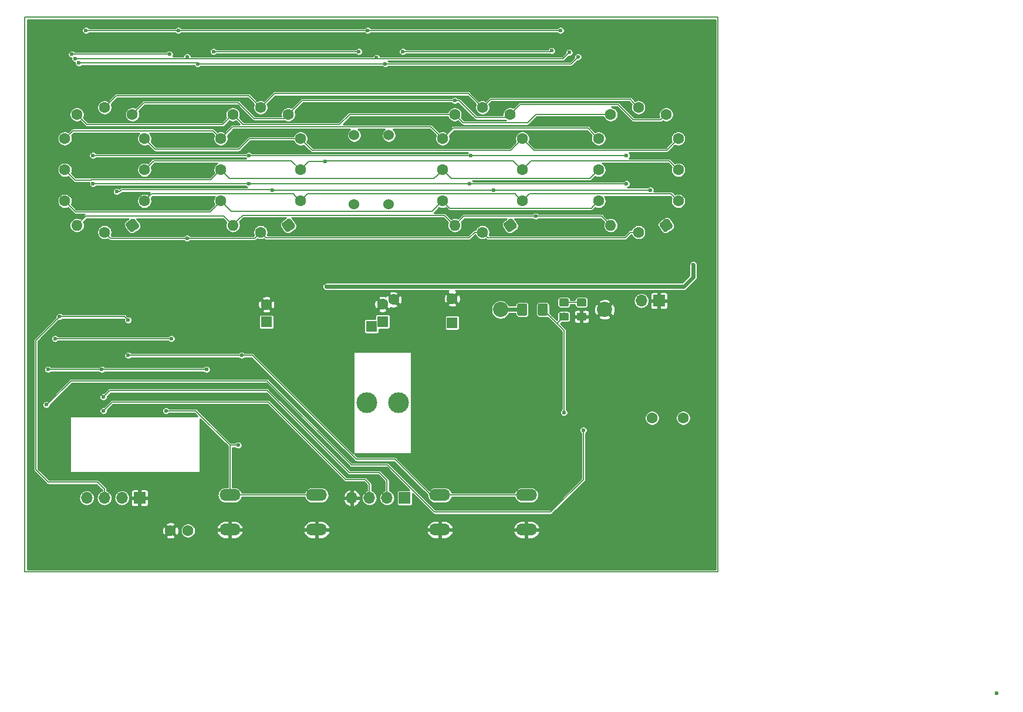
<source format=gbr>
%TF.GenerationSoftware,KiCad,Pcbnew,(5.1.2-1)-1*%
%TF.CreationDate,2019-05-03T14:38:19+02:00*%
%TF.ProjectId,funknetzwerkuhr,66756e6b-6e65-4747-9a77-65726b756872,rev?*%
%TF.SameCoordinates,Original*%
%TF.FileFunction,Copper,L2,Bot*%
%TF.FilePolarity,Positive*%
%FSLAX46Y46*%
G04 Gerber Fmt 4.6, Leading zero omitted, Abs format (unit mm)*
G04 Created by KiCad (PCBNEW (5.1.2-1)-1) date 2019-05-03 14:38:19*
%MOMM*%
%LPD*%
G04 APERTURE LIST*
%ADD10C,0.150000*%
%ADD11O,1.700000X1.700000*%
%ADD12R,1.700000X1.700000*%
%ADD13C,1.600000*%
%ADD14R,1.600000X1.600000*%
%ADD15C,1.150000*%
%ADD16O,1.600000X1.600000*%
%ADD17C,3.000000*%
%ADD18O,3.048000X1.727200*%
%ADD19C,2.200000*%
%ADD20C,1.425000*%
%ADD21C,1.524000*%
%ADD22C,0.600000*%
%ADD23C,4.000000*%
%ADD24C,0.152400*%
%ADD25C,0.609600*%
%ADD26C,0.254000*%
G04 APERTURE END LIST*
D10*
X150000000Y-55000000D02*
X150000000Y-135000000D01*
X150000000Y-55000000D02*
X50000000Y-55000000D01*
X50000000Y-135000000D02*
X50000000Y-55000000D01*
X150000000Y-135000000D02*
X50000000Y-135000000D01*
D11*
X138938000Y-95885000D03*
D12*
X141478000Y-95885000D03*
D11*
X58928000Y-124333000D03*
X61468000Y-124333000D03*
X64008000Y-124333000D03*
D12*
X66548000Y-124333000D03*
D13*
X103200000Y-95722063D03*
D14*
X100000000Y-99563937D03*
D13*
X101600000Y-96393000D03*
D14*
X101600000Y-98893000D03*
D13*
X84836000Y-96433000D03*
D14*
X84836000Y-98933000D03*
D10*
G36*
X128236505Y-95547204D02*
G01*
X128260773Y-95550804D01*
X128284572Y-95556765D01*
X128307671Y-95565030D01*
X128329850Y-95575520D01*
X128350893Y-95588132D01*
X128370599Y-95602747D01*
X128388777Y-95619223D01*
X128405253Y-95637401D01*
X128419868Y-95657107D01*
X128432480Y-95678150D01*
X128442970Y-95700329D01*
X128451235Y-95723428D01*
X128457196Y-95747227D01*
X128460796Y-95771495D01*
X128462000Y-95795999D01*
X128462000Y-96446001D01*
X128460796Y-96470505D01*
X128457196Y-96494773D01*
X128451235Y-96518572D01*
X128442970Y-96541671D01*
X128432480Y-96563850D01*
X128419868Y-96584893D01*
X128405253Y-96604599D01*
X128388777Y-96622777D01*
X128370599Y-96639253D01*
X128350893Y-96653868D01*
X128329850Y-96666480D01*
X128307671Y-96676970D01*
X128284572Y-96685235D01*
X128260773Y-96691196D01*
X128236505Y-96694796D01*
X128212001Y-96696000D01*
X127311999Y-96696000D01*
X127287495Y-96694796D01*
X127263227Y-96691196D01*
X127239428Y-96685235D01*
X127216329Y-96676970D01*
X127194150Y-96666480D01*
X127173107Y-96653868D01*
X127153401Y-96639253D01*
X127135223Y-96622777D01*
X127118747Y-96604599D01*
X127104132Y-96584893D01*
X127091520Y-96563850D01*
X127081030Y-96541671D01*
X127072765Y-96518572D01*
X127066804Y-96494773D01*
X127063204Y-96470505D01*
X127062000Y-96446001D01*
X127062000Y-95795999D01*
X127063204Y-95771495D01*
X127066804Y-95747227D01*
X127072765Y-95723428D01*
X127081030Y-95700329D01*
X127091520Y-95678150D01*
X127104132Y-95657107D01*
X127118747Y-95637401D01*
X127135223Y-95619223D01*
X127153401Y-95602747D01*
X127173107Y-95588132D01*
X127194150Y-95575520D01*
X127216329Y-95565030D01*
X127239428Y-95556765D01*
X127263227Y-95550804D01*
X127287495Y-95547204D01*
X127311999Y-95546000D01*
X128212001Y-95546000D01*
X128236505Y-95547204D01*
X128236505Y-95547204D01*
G37*
D15*
X127762000Y-96121000D03*
D10*
G36*
X128236505Y-97597204D02*
G01*
X128260773Y-97600804D01*
X128284572Y-97606765D01*
X128307671Y-97615030D01*
X128329850Y-97625520D01*
X128350893Y-97638132D01*
X128370599Y-97652747D01*
X128388777Y-97669223D01*
X128405253Y-97687401D01*
X128419868Y-97707107D01*
X128432480Y-97728150D01*
X128442970Y-97750329D01*
X128451235Y-97773428D01*
X128457196Y-97797227D01*
X128460796Y-97821495D01*
X128462000Y-97845999D01*
X128462000Y-98496001D01*
X128460796Y-98520505D01*
X128457196Y-98544773D01*
X128451235Y-98568572D01*
X128442970Y-98591671D01*
X128432480Y-98613850D01*
X128419868Y-98634893D01*
X128405253Y-98654599D01*
X128388777Y-98672777D01*
X128370599Y-98689253D01*
X128350893Y-98703868D01*
X128329850Y-98716480D01*
X128307671Y-98726970D01*
X128284572Y-98735235D01*
X128260773Y-98741196D01*
X128236505Y-98744796D01*
X128212001Y-98746000D01*
X127311999Y-98746000D01*
X127287495Y-98744796D01*
X127263227Y-98741196D01*
X127239428Y-98735235D01*
X127216329Y-98726970D01*
X127194150Y-98716480D01*
X127173107Y-98703868D01*
X127153401Y-98689253D01*
X127135223Y-98672777D01*
X127118747Y-98654599D01*
X127104132Y-98634893D01*
X127091520Y-98613850D01*
X127081030Y-98591671D01*
X127072765Y-98568572D01*
X127066804Y-98544773D01*
X127063204Y-98520505D01*
X127062000Y-98496001D01*
X127062000Y-97845999D01*
X127063204Y-97821495D01*
X127066804Y-97797227D01*
X127072765Y-97773428D01*
X127081030Y-97750329D01*
X127091520Y-97728150D01*
X127104132Y-97707107D01*
X127118747Y-97687401D01*
X127135223Y-97669223D01*
X127153401Y-97652747D01*
X127173107Y-97638132D01*
X127194150Y-97625520D01*
X127216329Y-97615030D01*
X127239428Y-97606765D01*
X127263227Y-97600804D01*
X127287495Y-97597204D01*
X127311999Y-97596000D01*
X128212001Y-97596000D01*
X128236505Y-97597204D01*
X128236505Y-97597204D01*
G37*
D15*
X127762000Y-98171000D03*
D10*
G36*
X130776505Y-97597204D02*
G01*
X130800773Y-97600804D01*
X130824572Y-97606765D01*
X130847671Y-97615030D01*
X130869850Y-97625520D01*
X130890893Y-97638132D01*
X130910599Y-97652747D01*
X130928777Y-97669223D01*
X130945253Y-97687401D01*
X130959868Y-97707107D01*
X130972480Y-97728150D01*
X130982970Y-97750329D01*
X130991235Y-97773428D01*
X130997196Y-97797227D01*
X131000796Y-97821495D01*
X131002000Y-97845999D01*
X131002000Y-98496001D01*
X131000796Y-98520505D01*
X130997196Y-98544773D01*
X130991235Y-98568572D01*
X130982970Y-98591671D01*
X130972480Y-98613850D01*
X130959868Y-98634893D01*
X130945253Y-98654599D01*
X130928777Y-98672777D01*
X130910599Y-98689253D01*
X130890893Y-98703868D01*
X130869850Y-98716480D01*
X130847671Y-98726970D01*
X130824572Y-98735235D01*
X130800773Y-98741196D01*
X130776505Y-98744796D01*
X130752001Y-98746000D01*
X129851999Y-98746000D01*
X129827495Y-98744796D01*
X129803227Y-98741196D01*
X129779428Y-98735235D01*
X129756329Y-98726970D01*
X129734150Y-98716480D01*
X129713107Y-98703868D01*
X129693401Y-98689253D01*
X129675223Y-98672777D01*
X129658747Y-98654599D01*
X129644132Y-98634893D01*
X129631520Y-98613850D01*
X129621030Y-98591671D01*
X129612765Y-98568572D01*
X129606804Y-98544773D01*
X129603204Y-98520505D01*
X129602000Y-98496001D01*
X129602000Y-97845999D01*
X129603204Y-97821495D01*
X129606804Y-97797227D01*
X129612765Y-97773428D01*
X129621030Y-97750329D01*
X129631520Y-97728150D01*
X129644132Y-97707107D01*
X129658747Y-97687401D01*
X129675223Y-97669223D01*
X129693401Y-97652747D01*
X129713107Y-97638132D01*
X129734150Y-97625520D01*
X129756329Y-97615030D01*
X129779428Y-97606765D01*
X129803227Y-97600804D01*
X129827495Y-97597204D01*
X129851999Y-97596000D01*
X130752001Y-97596000D01*
X130776505Y-97597204D01*
X130776505Y-97597204D01*
G37*
D15*
X130302000Y-98171000D03*
D10*
G36*
X130776505Y-95547204D02*
G01*
X130800773Y-95550804D01*
X130824572Y-95556765D01*
X130847671Y-95565030D01*
X130869850Y-95575520D01*
X130890893Y-95588132D01*
X130910599Y-95602747D01*
X130928777Y-95619223D01*
X130945253Y-95637401D01*
X130959868Y-95657107D01*
X130972480Y-95678150D01*
X130982970Y-95700329D01*
X130991235Y-95723428D01*
X130997196Y-95747227D01*
X131000796Y-95771495D01*
X131002000Y-95795999D01*
X131002000Y-96446001D01*
X131000796Y-96470505D01*
X130997196Y-96494773D01*
X130991235Y-96518572D01*
X130982970Y-96541671D01*
X130972480Y-96563850D01*
X130959868Y-96584893D01*
X130945253Y-96604599D01*
X130928777Y-96622777D01*
X130910599Y-96639253D01*
X130890893Y-96653868D01*
X130869850Y-96666480D01*
X130847671Y-96676970D01*
X130824572Y-96685235D01*
X130800773Y-96691196D01*
X130776505Y-96694796D01*
X130752001Y-96696000D01*
X129851999Y-96696000D01*
X129827495Y-96694796D01*
X129803227Y-96691196D01*
X129779428Y-96685235D01*
X129756329Y-96676970D01*
X129734150Y-96666480D01*
X129713107Y-96653868D01*
X129693401Y-96639253D01*
X129675223Y-96622777D01*
X129658747Y-96604599D01*
X129644132Y-96584893D01*
X129631520Y-96563850D01*
X129621030Y-96541671D01*
X129612765Y-96518572D01*
X129606804Y-96494773D01*
X129603204Y-96470505D01*
X129602000Y-96446001D01*
X129602000Y-95795999D01*
X129603204Y-95771495D01*
X129606804Y-95747227D01*
X129612765Y-95723428D01*
X129621030Y-95700329D01*
X129631520Y-95678150D01*
X129644132Y-95657107D01*
X129658747Y-95637401D01*
X129675223Y-95619223D01*
X129693401Y-95602747D01*
X129713107Y-95588132D01*
X129734150Y-95575520D01*
X129756329Y-95565030D01*
X129779428Y-95556765D01*
X129803227Y-95550804D01*
X129827495Y-95547204D01*
X129851999Y-95546000D01*
X130752001Y-95546000D01*
X130776505Y-95547204D01*
X130776505Y-95547204D01*
G37*
D15*
X130302000Y-96121000D03*
D13*
X88000000Y-69000000D03*
X89750000Y-72500000D03*
X89750000Y-77000000D03*
X89750000Y-81500000D03*
D10*
G36*
X88128743Y-84044075D02*
G01*
X88167689Y-84048986D01*
X88205966Y-84057691D01*
X88243205Y-84070106D01*
X88279048Y-84086111D01*
X88313150Y-84105552D01*
X88345182Y-84128243D01*
X88374835Y-84153963D01*
X88401825Y-84182467D01*
X88425891Y-84213478D01*
X88884752Y-84868799D01*
X88905662Y-84902020D01*
X88923216Y-84937131D01*
X88937243Y-84973793D01*
X88947609Y-85011654D01*
X88954215Y-85050348D01*
X88956996Y-85089504D01*
X88955925Y-85128743D01*
X88951014Y-85167689D01*
X88942309Y-85205966D01*
X88929894Y-85243205D01*
X88913889Y-85279048D01*
X88894448Y-85313150D01*
X88871757Y-85345182D01*
X88846037Y-85374835D01*
X88817533Y-85401825D01*
X88786522Y-85425891D01*
X88131201Y-85884752D01*
X88097980Y-85905662D01*
X88062869Y-85923216D01*
X88026207Y-85937243D01*
X87988346Y-85947609D01*
X87949652Y-85954215D01*
X87910496Y-85956996D01*
X87871257Y-85955925D01*
X87832311Y-85951014D01*
X87794034Y-85942309D01*
X87756795Y-85929894D01*
X87720952Y-85913889D01*
X87686850Y-85894448D01*
X87654818Y-85871757D01*
X87625165Y-85846037D01*
X87598175Y-85817533D01*
X87574109Y-85786522D01*
X87115248Y-85131201D01*
X87094338Y-85097980D01*
X87076784Y-85062869D01*
X87062757Y-85026207D01*
X87052391Y-84988346D01*
X87045785Y-84949652D01*
X87043004Y-84910496D01*
X87044075Y-84871257D01*
X87048986Y-84832311D01*
X87057691Y-84794034D01*
X87070106Y-84756795D01*
X87086111Y-84720952D01*
X87105552Y-84686850D01*
X87128243Y-84654818D01*
X87153963Y-84625165D01*
X87182467Y-84598175D01*
X87213478Y-84574109D01*
X87868799Y-84115248D01*
X87902020Y-84094338D01*
X87937131Y-84076784D01*
X87973793Y-84062757D01*
X88011654Y-84052391D01*
X88050348Y-84045785D01*
X88089504Y-84043004D01*
X88128743Y-84044075D01*
X88128743Y-84044075D01*
G37*
D13*
X88000000Y-85000000D03*
X84000000Y-86000000D03*
D16*
X80000000Y-85000000D03*
D13*
X78250000Y-81500000D03*
X78250000Y-77000000D03*
X78250000Y-72500000D03*
X80000000Y-69000000D03*
X84000000Y-68000000D03*
X120000000Y-69000000D03*
X121750000Y-72500000D03*
X121750000Y-77000000D03*
X121750000Y-81500000D03*
D10*
G36*
X120128743Y-84044075D02*
G01*
X120167689Y-84048986D01*
X120205966Y-84057691D01*
X120243205Y-84070106D01*
X120279048Y-84086111D01*
X120313150Y-84105552D01*
X120345182Y-84128243D01*
X120374835Y-84153963D01*
X120401825Y-84182467D01*
X120425891Y-84213478D01*
X120884752Y-84868799D01*
X120905662Y-84902020D01*
X120923216Y-84937131D01*
X120937243Y-84973793D01*
X120947609Y-85011654D01*
X120954215Y-85050348D01*
X120956996Y-85089504D01*
X120955925Y-85128743D01*
X120951014Y-85167689D01*
X120942309Y-85205966D01*
X120929894Y-85243205D01*
X120913889Y-85279048D01*
X120894448Y-85313150D01*
X120871757Y-85345182D01*
X120846037Y-85374835D01*
X120817533Y-85401825D01*
X120786522Y-85425891D01*
X120131201Y-85884752D01*
X120097980Y-85905662D01*
X120062869Y-85923216D01*
X120026207Y-85937243D01*
X119988346Y-85947609D01*
X119949652Y-85954215D01*
X119910496Y-85956996D01*
X119871257Y-85955925D01*
X119832311Y-85951014D01*
X119794034Y-85942309D01*
X119756795Y-85929894D01*
X119720952Y-85913889D01*
X119686850Y-85894448D01*
X119654818Y-85871757D01*
X119625165Y-85846037D01*
X119598175Y-85817533D01*
X119574109Y-85786522D01*
X119115248Y-85131201D01*
X119094338Y-85097980D01*
X119076784Y-85062869D01*
X119062757Y-85026207D01*
X119052391Y-84988346D01*
X119045785Y-84949652D01*
X119043004Y-84910496D01*
X119044075Y-84871257D01*
X119048986Y-84832311D01*
X119057691Y-84794034D01*
X119070106Y-84756795D01*
X119086111Y-84720952D01*
X119105552Y-84686850D01*
X119128243Y-84654818D01*
X119153963Y-84625165D01*
X119182467Y-84598175D01*
X119213478Y-84574109D01*
X119868799Y-84115248D01*
X119902020Y-84094338D01*
X119937131Y-84076784D01*
X119973793Y-84062757D01*
X120011654Y-84052391D01*
X120050348Y-84045785D01*
X120089504Y-84043004D01*
X120128743Y-84044075D01*
X120128743Y-84044075D01*
G37*
D13*
X120000000Y-85000000D03*
X116000000Y-86000000D03*
D16*
X112000000Y-85000000D03*
D13*
X110250000Y-81500000D03*
X110250000Y-77000000D03*
X110250000Y-72500000D03*
X112000000Y-69000000D03*
X116000000Y-68000000D03*
X142500000Y-69000000D03*
X144250000Y-72500000D03*
X144250000Y-77000000D03*
X144250000Y-81500000D03*
D10*
G36*
X142628743Y-84044075D02*
G01*
X142667689Y-84048986D01*
X142705966Y-84057691D01*
X142743205Y-84070106D01*
X142779048Y-84086111D01*
X142813150Y-84105552D01*
X142845182Y-84128243D01*
X142874835Y-84153963D01*
X142901825Y-84182467D01*
X142925891Y-84213478D01*
X143384752Y-84868799D01*
X143405662Y-84902020D01*
X143423216Y-84937131D01*
X143437243Y-84973793D01*
X143447609Y-85011654D01*
X143454215Y-85050348D01*
X143456996Y-85089504D01*
X143455925Y-85128743D01*
X143451014Y-85167689D01*
X143442309Y-85205966D01*
X143429894Y-85243205D01*
X143413889Y-85279048D01*
X143394448Y-85313150D01*
X143371757Y-85345182D01*
X143346037Y-85374835D01*
X143317533Y-85401825D01*
X143286522Y-85425891D01*
X142631201Y-85884752D01*
X142597980Y-85905662D01*
X142562869Y-85923216D01*
X142526207Y-85937243D01*
X142488346Y-85947609D01*
X142449652Y-85954215D01*
X142410496Y-85956996D01*
X142371257Y-85955925D01*
X142332311Y-85951014D01*
X142294034Y-85942309D01*
X142256795Y-85929894D01*
X142220952Y-85913889D01*
X142186850Y-85894448D01*
X142154818Y-85871757D01*
X142125165Y-85846037D01*
X142098175Y-85817533D01*
X142074109Y-85786522D01*
X141615248Y-85131201D01*
X141594338Y-85097980D01*
X141576784Y-85062869D01*
X141562757Y-85026207D01*
X141552391Y-84988346D01*
X141545785Y-84949652D01*
X141543004Y-84910496D01*
X141544075Y-84871257D01*
X141548986Y-84832311D01*
X141557691Y-84794034D01*
X141570106Y-84756795D01*
X141586111Y-84720952D01*
X141605552Y-84686850D01*
X141628243Y-84654818D01*
X141653963Y-84625165D01*
X141682467Y-84598175D01*
X141713478Y-84574109D01*
X142368799Y-84115248D01*
X142402020Y-84094338D01*
X142437131Y-84076784D01*
X142473793Y-84062757D01*
X142511654Y-84052391D01*
X142550348Y-84045785D01*
X142589504Y-84043004D01*
X142628743Y-84044075D01*
X142628743Y-84044075D01*
G37*
D13*
X142500000Y-85000000D03*
X138500000Y-86000000D03*
D16*
X134500000Y-85000000D03*
D13*
X132750000Y-81500000D03*
X132750000Y-77000000D03*
X132750000Y-72500000D03*
X134500000Y-69000000D03*
X138500000Y-68000000D03*
X65500000Y-69000000D03*
X67250000Y-72500000D03*
X67250000Y-77000000D03*
X67250000Y-81500000D03*
D10*
G36*
X65628743Y-84044075D02*
G01*
X65667689Y-84048986D01*
X65705966Y-84057691D01*
X65743205Y-84070106D01*
X65779048Y-84086111D01*
X65813150Y-84105552D01*
X65845182Y-84128243D01*
X65874835Y-84153963D01*
X65901825Y-84182467D01*
X65925891Y-84213478D01*
X66384752Y-84868799D01*
X66405662Y-84902020D01*
X66423216Y-84937131D01*
X66437243Y-84973793D01*
X66447609Y-85011654D01*
X66454215Y-85050348D01*
X66456996Y-85089504D01*
X66455925Y-85128743D01*
X66451014Y-85167689D01*
X66442309Y-85205966D01*
X66429894Y-85243205D01*
X66413889Y-85279048D01*
X66394448Y-85313150D01*
X66371757Y-85345182D01*
X66346037Y-85374835D01*
X66317533Y-85401825D01*
X66286522Y-85425891D01*
X65631201Y-85884752D01*
X65597980Y-85905662D01*
X65562869Y-85923216D01*
X65526207Y-85937243D01*
X65488346Y-85947609D01*
X65449652Y-85954215D01*
X65410496Y-85956996D01*
X65371257Y-85955925D01*
X65332311Y-85951014D01*
X65294034Y-85942309D01*
X65256795Y-85929894D01*
X65220952Y-85913889D01*
X65186850Y-85894448D01*
X65154818Y-85871757D01*
X65125165Y-85846037D01*
X65098175Y-85817533D01*
X65074109Y-85786522D01*
X64615248Y-85131201D01*
X64594338Y-85097980D01*
X64576784Y-85062869D01*
X64562757Y-85026207D01*
X64552391Y-84988346D01*
X64545785Y-84949652D01*
X64543004Y-84910496D01*
X64544075Y-84871257D01*
X64548986Y-84832311D01*
X64557691Y-84794034D01*
X64570106Y-84756795D01*
X64586111Y-84720952D01*
X64605552Y-84686850D01*
X64628243Y-84654818D01*
X64653963Y-84625165D01*
X64682467Y-84598175D01*
X64713478Y-84574109D01*
X65368799Y-84115248D01*
X65402020Y-84094338D01*
X65437131Y-84076784D01*
X65473793Y-84062757D01*
X65511654Y-84052391D01*
X65550348Y-84045785D01*
X65589504Y-84043004D01*
X65628743Y-84044075D01*
X65628743Y-84044075D01*
G37*
D13*
X65500000Y-85000000D03*
X61500000Y-86000000D03*
D16*
X57500000Y-85000000D03*
D13*
X55750000Y-81500000D03*
X55750000Y-77000000D03*
X55750000Y-72500000D03*
X57500000Y-69000000D03*
X61500000Y-68000000D03*
D17*
X103884000Y-110617000D03*
X99314000Y-110617000D03*
D11*
X97155000Y-124333000D03*
X99695000Y-124333000D03*
X102235000Y-124333000D03*
D12*
X104775000Y-124333000D03*
D18*
X122355000Y-123905000D03*
X122355000Y-128905000D03*
X109855000Y-123905000D03*
X109855000Y-128905000D03*
X92075000Y-123905000D03*
X92075000Y-128905000D03*
X79575000Y-123905000D03*
X79575000Y-128905000D03*
D13*
X70993000Y-129032000D03*
X73533000Y-129032000D03*
D19*
X133618000Y-97155000D03*
X118618000Y-97155000D03*
D13*
X111633000Y-95560000D03*
D14*
X111633000Y-99060000D03*
D10*
G36*
X125201004Y-96281204D02*
G01*
X125225273Y-96284804D01*
X125249071Y-96290765D01*
X125272171Y-96299030D01*
X125294349Y-96309520D01*
X125315393Y-96322133D01*
X125335098Y-96336747D01*
X125353277Y-96353223D01*
X125369753Y-96371402D01*
X125384367Y-96391107D01*
X125396980Y-96412151D01*
X125407470Y-96434329D01*
X125415735Y-96457429D01*
X125421696Y-96481227D01*
X125425296Y-96505496D01*
X125426500Y-96530000D01*
X125426500Y-97780000D01*
X125425296Y-97804504D01*
X125421696Y-97828773D01*
X125415735Y-97852571D01*
X125407470Y-97875671D01*
X125396980Y-97897849D01*
X125384367Y-97918893D01*
X125369753Y-97938598D01*
X125353277Y-97956777D01*
X125335098Y-97973253D01*
X125315393Y-97987867D01*
X125294349Y-98000480D01*
X125272171Y-98010970D01*
X125249071Y-98019235D01*
X125225273Y-98025196D01*
X125201004Y-98028796D01*
X125176500Y-98030000D01*
X124251500Y-98030000D01*
X124226996Y-98028796D01*
X124202727Y-98025196D01*
X124178929Y-98019235D01*
X124155829Y-98010970D01*
X124133651Y-98000480D01*
X124112607Y-97987867D01*
X124092902Y-97973253D01*
X124074723Y-97956777D01*
X124058247Y-97938598D01*
X124043633Y-97918893D01*
X124031020Y-97897849D01*
X124020530Y-97875671D01*
X124012265Y-97852571D01*
X124006304Y-97828773D01*
X124002704Y-97804504D01*
X124001500Y-97780000D01*
X124001500Y-96530000D01*
X124002704Y-96505496D01*
X124006304Y-96481227D01*
X124012265Y-96457429D01*
X124020530Y-96434329D01*
X124031020Y-96412151D01*
X124043633Y-96391107D01*
X124058247Y-96371402D01*
X124074723Y-96353223D01*
X124092902Y-96336747D01*
X124112607Y-96322133D01*
X124133651Y-96309520D01*
X124155829Y-96299030D01*
X124178929Y-96290765D01*
X124202727Y-96284804D01*
X124226996Y-96281204D01*
X124251500Y-96280000D01*
X125176500Y-96280000D01*
X125201004Y-96281204D01*
X125201004Y-96281204D01*
G37*
D20*
X124714000Y-97155000D03*
D10*
G36*
X122226004Y-96281204D02*
G01*
X122250273Y-96284804D01*
X122274071Y-96290765D01*
X122297171Y-96299030D01*
X122319349Y-96309520D01*
X122340393Y-96322133D01*
X122360098Y-96336747D01*
X122378277Y-96353223D01*
X122394753Y-96371402D01*
X122409367Y-96391107D01*
X122421980Y-96412151D01*
X122432470Y-96434329D01*
X122440735Y-96457429D01*
X122446696Y-96481227D01*
X122450296Y-96505496D01*
X122451500Y-96530000D01*
X122451500Y-97780000D01*
X122450296Y-97804504D01*
X122446696Y-97828773D01*
X122440735Y-97852571D01*
X122432470Y-97875671D01*
X122421980Y-97897849D01*
X122409367Y-97918893D01*
X122394753Y-97938598D01*
X122378277Y-97956777D01*
X122360098Y-97973253D01*
X122340393Y-97987867D01*
X122319349Y-98000480D01*
X122297171Y-98010970D01*
X122274071Y-98019235D01*
X122250273Y-98025196D01*
X122226004Y-98028796D01*
X122201500Y-98030000D01*
X121276500Y-98030000D01*
X121251996Y-98028796D01*
X121227727Y-98025196D01*
X121203929Y-98019235D01*
X121180829Y-98010970D01*
X121158651Y-98000480D01*
X121137607Y-97987867D01*
X121117902Y-97973253D01*
X121099723Y-97956777D01*
X121083247Y-97938598D01*
X121068633Y-97918893D01*
X121056020Y-97897849D01*
X121045530Y-97875671D01*
X121037265Y-97852571D01*
X121031304Y-97828773D01*
X121027704Y-97804504D01*
X121026500Y-97780000D01*
X121026500Y-96530000D01*
X121027704Y-96505496D01*
X121031304Y-96481227D01*
X121037265Y-96457429D01*
X121045530Y-96434329D01*
X121056020Y-96412151D01*
X121068633Y-96391107D01*
X121083247Y-96371402D01*
X121099723Y-96353223D01*
X121117902Y-96336747D01*
X121137607Y-96322133D01*
X121158651Y-96309520D01*
X121180829Y-96299030D01*
X121203929Y-96290765D01*
X121227727Y-96284804D01*
X121251996Y-96281204D01*
X121276500Y-96280000D01*
X122201500Y-96280000D01*
X122226004Y-96281204D01*
X122226004Y-96281204D01*
G37*
D20*
X121739000Y-97155000D03*
D21*
X102500000Y-82000000D03*
X97500000Y-82000000D03*
D13*
X144962000Y-112776000D03*
X140462000Y-112776000D03*
D21*
X97500000Y-72000000D03*
X102500000Y-72000000D03*
D22*
X190175000Y-152460000D03*
D23*
X53500000Y-58500000D03*
X146406000Y-58547000D03*
X53500000Y-131500000D03*
X146500000Y-131500000D03*
D22*
X137922000Y-104394000D03*
X139192000Y-104394000D03*
X140462000Y-104394000D03*
X143764000Y-104394000D03*
X144907000Y-104394000D03*
X146177000Y-104394000D03*
X88138000Y-104775000D03*
X88138000Y-106045000D03*
X88138000Y-107188000D03*
X76708000Y-91186000D03*
X133223000Y-90932000D03*
X127889000Y-84709000D03*
X133350000Y-63373000D03*
X63627000Y-62611000D03*
X78232000Y-63373000D03*
X61468000Y-58674000D03*
X88773000Y-58674000D03*
X116459000Y-58420000D03*
X105537000Y-63373000D03*
X91567000Y-68199000D03*
X104394000Y-69977000D03*
X103251000Y-68072000D03*
X113411000Y-90805000D03*
X95504000Y-93853000D03*
X146431000Y-91567000D03*
X146431000Y-90678000D03*
X94488000Y-93853000D03*
X146431000Y-92456000D03*
X93472000Y-93853000D03*
X123698000Y-83693000D03*
X73406000Y-86868000D03*
X112014000Y-67000000D03*
X93345000Y-75819000D03*
X76200000Y-105791000D03*
X53340000Y-105791000D03*
X61087000Y-105791000D03*
X128524000Y-60070996D03*
X100711000Y-60832988D03*
X73406000Y-60706002D03*
X57277000Y-60960000D03*
X53086000Y-110871000D03*
X130556000Y-114554000D03*
X64897000Y-103759000D03*
X81280000Y-103759000D03*
X70358000Y-111760000D03*
X80772000Y-116713000D03*
X64897000Y-98679000D03*
X129794000Y-60706000D03*
X101981006Y-61722000D03*
X74930000Y-61722000D03*
X54991000Y-98171000D03*
X57785000Y-61595000D03*
X54356000Y-101346000D03*
X71120000Y-101346000D03*
X70866000Y-60325000D03*
X56769000Y-60325000D03*
X82296000Y-74930000D03*
X136779000Y-74930000D03*
X59817000Y-74929996D03*
X114300000Y-74930000D03*
X59823113Y-78983812D03*
X82296000Y-78994000D03*
X114173000Y-78994000D03*
X136779000Y-78994000D03*
X85701000Y-79904610D03*
X140211390Y-79904610D03*
X63246000Y-80137004D03*
X117626000Y-79904610D03*
X117626000Y-79904610D03*
X58801000Y-56896000D03*
X127254000Y-56896000D03*
X99441000Y-56896000D03*
X72136000Y-56896000D03*
X125984000Y-59817008D03*
X104521000Y-59944000D03*
X98171000Y-59944000D03*
X77216000Y-59944000D03*
X127762000Y-112014000D03*
X61341000Y-111760000D03*
X61309000Y-109760000D03*
D24*
X129502000Y-96121000D02*
X127762000Y-96121000D01*
X130302000Y-96121000D02*
X129502000Y-96121000D01*
D25*
X146431000Y-90678000D02*
X146431000Y-91567000D01*
X146431000Y-91567000D02*
X146431000Y-92456000D01*
X145034000Y-93853000D02*
X146431000Y-92456000D01*
X93472000Y-93853000D02*
X145034000Y-93853000D01*
D24*
X78533000Y-70467000D02*
X79200001Y-69799999D01*
X57500000Y-69000000D02*
X58967000Y-70467000D01*
X79200001Y-69799999D02*
X80000000Y-69000000D01*
X58967000Y-70467000D02*
X78533000Y-70467000D01*
X81486000Y-70486000D02*
X80799999Y-69799999D01*
X80799999Y-69799999D02*
X80000000Y-69000000D01*
X95353000Y-70486000D02*
X81486000Y-70486000D01*
X112000000Y-69000000D02*
X96839000Y-69000000D01*
X96839000Y-69000000D02*
X95353000Y-70486000D01*
X112799999Y-69799999D02*
X112000000Y-69000000D01*
X113231000Y-70231000D02*
X112799999Y-69799999D01*
X122496670Y-70231000D02*
X113231000Y-70231000D01*
X134500000Y-69000000D02*
X123727670Y-69000000D01*
X123727670Y-69000000D02*
X122496670Y-70231000D01*
X77106000Y-71356000D02*
X77450001Y-71700001D01*
X55750000Y-72500000D02*
X56894000Y-71356000D01*
X77450001Y-71700001D02*
X78250000Y-72500000D01*
X56894000Y-71356000D02*
X77106000Y-71356000D01*
X109450001Y-71700001D02*
X110250000Y-72500000D01*
X108540810Y-70790810D02*
X109450001Y-71700001D01*
X79959190Y-70790810D02*
X108540810Y-70790810D01*
X78250000Y-72500000D02*
X79959190Y-70790810D01*
X131950001Y-71700001D02*
X132750000Y-72500000D01*
X131243000Y-70993000D02*
X131950001Y-71700001D01*
X110250000Y-72500000D02*
X111757000Y-70993000D01*
X111757000Y-70993000D02*
X131243000Y-70993000D01*
X59559194Y-78465399D02*
X57215399Y-78465399D01*
X59569383Y-78455210D02*
X59559194Y-78465399D01*
X78250000Y-77000000D02*
X76794790Y-78455210D01*
X76794790Y-78455210D02*
X59569383Y-78455210D01*
X57215399Y-78465399D02*
X56549999Y-77799999D01*
X56549999Y-77799999D02*
X55750000Y-77000000D01*
X109450001Y-77799999D02*
X110250000Y-77000000D01*
X78250000Y-77000000D02*
X78270000Y-77000000D01*
X109018000Y-78232000D02*
X109450001Y-77799999D01*
X79502000Y-78232000D02*
X109018000Y-78232000D01*
X78270000Y-77000000D02*
X79502000Y-78232000D01*
X131950001Y-77799999D02*
X132750000Y-77000000D01*
X131518000Y-78232000D02*
X131950001Y-77799999D01*
X110250000Y-77000000D02*
X111482000Y-78232000D01*
X111482000Y-78232000D02*
X131518000Y-78232000D01*
X131950001Y-82299999D02*
X132750000Y-81500000D01*
X131721399Y-82528601D02*
X131950001Y-82299999D01*
X111278601Y-82528601D02*
X131721399Y-82528601D01*
X110250000Y-81500000D02*
X111278601Y-82528601D01*
X79049999Y-82299999D02*
X78250000Y-81500000D01*
X79740601Y-82990601D02*
X79049999Y-82299999D01*
X108759399Y-82990601D02*
X79740601Y-82990601D01*
X110250000Y-81500000D02*
X108759399Y-82990601D01*
X77450001Y-82299999D02*
X78250000Y-81500000D01*
X76692000Y-83058000D02*
X77450001Y-82299999D01*
X55750000Y-81500000D02*
X57308000Y-83058000D01*
X57308000Y-83058000D02*
X76692000Y-83058000D01*
X123698000Y-83693000D02*
X113306000Y-83694000D01*
X113306000Y-83694000D02*
X112000000Y-85000000D01*
X123698000Y-83693000D02*
X133194000Y-83694000D01*
X133700001Y-84200001D02*
X134500000Y-85000000D01*
X133194000Y-83694000D02*
X133700001Y-84200001D01*
X79200001Y-84200001D02*
X80000000Y-85000000D01*
X78693000Y-83693000D02*
X79200001Y-84200001D01*
X57500000Y-85000000D02*
X58807000Y-83693000D01*
X58807000Y-83693000D02*
X78693000Y-83693000D01*
X80799999Y-84200001D02*
X80000000Y-85000000D01*
X81434000Y-83566000D02*
X80799999Y-84200001D01*
X110490000Y-83566000D02*
X81434000Y-83566000D01*
X111924000Y-85000000D02*
X110490000Y-83566000D01*
X112000000Y-85000000D02*
X111924000Y-85000000D01*
X88950001Y-80700001D02*
X89750000Y-81500000D01*
X88721399Y-80471399D02*
X88950001Y-80700001D01*
X68278601Y-80471399D02*
X88721399Y-80471399D01*
X67250000Y-81500000D02*
X68278601Y-80471399D01*
X120950001Y-80700001D02*
X121750000Y-81500000D01*
X120721399Y-80471399D02*
X120950001Y-80700001D01*
X90778601Y-80471399D02*
X120721399Y-80471399D01*
X89750000Y-81500000D02*
X90778601Y-80471399D01*
X122778601Y-80471399D02*
X121750000Y-81500000D01*
X143221399Y-80471399D02*
X122778601Y-80471399D01*
X144250000Y-81500000D02*
X143221399Y-80471399D01*
X116799999Y-86799999D02*
X116000000Y-86000000D01*
X136568631Y-86799999D02*
X116799999Y-86799999D01*
X137368630Y-86000000D02*
X136568631Y-86799999D01*
X138500000Y-86000000D02*
X137368630Y-86000000D01*
X84799999Y-86799999D02*
X84000000Y-86000000D01*
X114068631Y-86799999D02*
X84799999Y-86799999D01*
X114868630Y-86000000D02*
X114068631Y-86799999D01*
X116000000Y-86000000D02*
X114868630Y-86000000D01*
X62368000Y-86868000D02*
X72981736Y-86868000D01*
X84000000Y-86000000D02*
X83132000Y-86868000D01*
X73830264Y-86868000D02*
X73406000Y-86868000D01*
X61500000Y-86000000D02*
X62368000Y-86868000D01*
X72981736Y-86868000D02*
X73406000Y-86868000D01*
X83132000Y-86868000D02*
X73830264Y-86868000D01*
X89750000Y-72500000D02*
X91165000Y-73915000D01*
X120950001Y-73299999D02*
X121750000Y-72500000D01*
X120082000Y-74168000D02*
X120950001Y-73299999D01*
X91186000Y-73914000D02*
X91440000Y-74168000D01*
X91440000Y-74168000D02*
X120082000Y-74168000D01*
X68049999Y-73299999D02*
X67250000Y-72500000D01*
X68791000Y-74041000D02*
X68049999Y-73299999D01*
X80883668Y-74041000D02*
X68791000Y-74041000D01*
X89750000Y-72500000D02*
X82424668Y-72500000D01*
X82424668Y-72500000D02*
X80883668Y-74041000D01*
X143450001Y-73299999D02*
X144250000Y-72500000D01*
X121750000Y-72500000D02*
X123418000Y-74168000D01*
X142582000Y-74168000D02*
X143450001Y-73299999D01*
X123418000Y-74168000D02*
X142582000Y-74168000D01*
X141700001Y-69799999D02*
X142500000Y-69000000D01*
X137767999Y-69799999D02*
X141700001Y-69799999D01*
X135533000Y-67565000D02*
X137767999Y-69799999D01*
X120000000Y-69000000D02*
X121435000Y-67565000D01*
X121435000Y-67565000D02*
X135533000Y-67565000D01*
X88799999Y-68200001D02*
X88000000Y-69000000D01*
X90000000Y-67000000D02*
X88799999Y-68200001D01*
X112014000Y-67000000D02*
X90000000Y-67000000D01*
X112593000Y-67000000D02*
X112014000Y-67000000D01*
X120000000Y-69000000D02*
X119531000Y-69469000D01*
X115062000Y-69469000D02*
X112593000Y-67000000D01*
X119531000Y-69469000D02*
X115062000Y-69469000D01*
X83099000Y-69596000D02*
X87404000Y-69596000D01*
X80813000Y-67310000D02*
X83099000Y-69596000D01*
X87404000Y-69596000D02*
X88000000Y-69000000D01*
X65500000Y-69000000D02*
X67190000Y-67310000D01*
X67190000Y-67310000D02*
X80813000Y-67310000D01*
X137700001Y-67200001D02*
X138500000Y-68000000D01*
X137303000Y-66803000D02*
X137700001Y-67200001D01*
X117197000Y-66803000D02*
X137303000Y-66803000D01*
X116000000Y-68000000D02*
X117197000Y-66803000D01*
X84799999Y-67200001D02*
X84000000Y-68000000D01*
X86000000Y-66000000D02*
X84799999Y-67200001D01*
X116000000Y-68000000D02*
X114000000Y-66000000D01*
X114000000Y-66000000D02*
X86000000Y-66000000D01*
X63206000Y-66294000D02*
X61500000Y-68000000D01*
X84000000Y-68000000D02*
X82294000Y-66294000D01*
X82294000Y-66294000D02*
X63206000Y-66294000D01*
X89750000Y-77000000D02*
X90931000Y-75819000D01*
X90931000Y-75819000D02*
X93345000Y-75819000D01*
X68049999Y-76200001D02*
X67250000Y-77000000D01*
X68558000Y-75692000D02*
X68049999Y-76200001D01*
X89750000Y-77000000D02*
X88442000Y-75692000D01*
X88442000Y-75692000D02*
X68558000Y-75692000D01*
X120950001Y-76200001D02*
X121750000Y-77000000D01*
X120442000Y-75692000D02*
X120950001Y-76200001D01*
X93345000Y-75819000D02*
X93472000Y-75692000D01*
X93472000Y-75692000D02*
X120442000Y-75692000D01*
X143450001Y-76200001D02*
X144250000Y-77000000D01*
X123063000Y-75692000D02*
X142942000Y-75692000D01*
X142942000Y-75692000D02*
X143450001Y-76200001D01*
X121750000Y-77000000D02*
X121755000Y-77000000D01*
X121755000Y-77000000D02*
X123063000Y-75692000D01*
X76200000Y-105791000D02*
X76200000Y-105791000D01*
X61087000Y-105791000D02*
X76200000Y-105791000D01*
X53340000Y-105791000D02*
X61087000Y-105791000D01*
X73659998Y-60960000D02*
X73406000Y-60706002D01*
X100583988Y-60960000D02*
X73659998Y-60960000D01*
X100711000Y-60832988D02*
X100583988Y-60960000D01*
X100838012Y-60960000D02*
X100711000Y-60832988D01*
X127634996Y-60960000D02*
X100838012Y-60960000D01*
X128524000Y-60070996D02*
X127634996Y-60960000D01*
X57912000Y-60960000D02*
X57912000Y-60960000D01*
X73659998Y-60960000D02*
X57277000Y-60960000D01*
X130556000Y-121666000D02*
X130556000Y-114554000D01*
X125857000Y-126365000D02*
X130556000Y-121666000D01*
X109093000Y-126365000D02*
X125857000Y-126365000D01*
X102311190Y-119583190D02*
X109093000Y-126365000D01*
X56642000Y-107442000D02*
X84963000Y-107442000D01*
X53213000Y-110871000D02*
X56642000Y-107442000D01*
X97104190Y-119583190D02*
X102311190Y-119583190D01*
X84963000Y-107442000D02*
X97104190Y-119583190D01*
X81280000Y-103759000D02*
X64897000Y-103759000D01*
X97790000Y-118745000D02*
X82804000Y-103759000D01*
X109855000Y-123905000D02*
X108538000Y-123905000D01*
X82804000Y-103759000D02*
X81704264Y-103759000D01*
X81704264Y-103759000D02*
X81280000Y-103759000D01*
X103378000Y-118745000D02*
X97790000Y-118745000D01*
X108538000Y-123905000D02*
X103378000Y-118745000D01*
X120678600Y-123905000D02*
X109855000Y-123905000D01*
X122355000Y-123905000D02*
X120678600Y-123905000D01*
X81251400Y-123905000D02*
X92075000Y-123905000D01*
X79575000Y-123905000D02*
X81251400Y-123905000D01*
X70358000Y-111760000D02*
X74618304Y-111760000D01*
X79575000Y-116716696D02*
X79575000Y-123905000D01*
X74618304Y-111760000D02*
X79575000Y-116716696D01*
X79578696Y-116713000D02*
X79575000Y-116716696D01*
X80772000Y-116713000D02*
X79578696Y-116713000D01*
X129794000Y-60706000D02*
X129794000Y-60706000D01*
X102405270Y-61722000D02*
X101981006Y-61722000D01*
X129794000Y-60706000D02*
X128778000Y-61722000D01*
X128778000Y-61722000D02*
X102405270Y-61722000D01*
X101981006Y-61722000D02*
X101556742Y-61722000D01*
X101556742Y-61722000D02*
X74930000Y-61722000D01*
X64389000Y-98171000D02*
X64897000Y-98679000D01*
X54991000Y-98171000D02*
X64389000Y-98171000D01*
X74803000Y-61595000D02*
X74930000Y-61722000D01*
X57785000Y-61595000D02*
X74803000Y-61595000D01*
X54691001Y-98470999D02*
X54991000Y-98171000D01*
X51562000Y-101600000D02*
X54691001Y-98470999D01*
X51562000Y-120269000D02*
X51562000Y-101600000D01*
X60452000Y-122047000D02*
X53340000Y-122047000D01*
X53340000Y-122047000D02*
X51562000Y-120269000D01*
X61468000Y-123063000D02*
X60452000Y-122047000D01*
X61468000Y-124333000D02*
X61468000Y-123063000D01*
X70695736Y-101346000D02*
X54356000Y-101346000D01*
X71120000Y-101346000D02*
X70695736Y-101346000D01*
X57531000Y-60325000D02*
X70866000Y-60325000D01*
X56769000Y-60325000D02*
X57531000Y-60325000D01*
D25*
X118618000Y-97155000D02*
X121739000Y-97155000D01*
D24*
X82296000Y-74930000D02*
X114300000Y-74930000D01*
X136652000Y-74930000D02*
X136779000Y-74930000D01*
X136779000Y-74930000D02*
X136652000Y-74930000D01*
X82296000Y-74930000D02*
X59817004Y-74930000D01*
X59817004Y-74930000D02*
X59817000Y-74929996D01*
X114300000Y-74930000D02*
X136779000Y-74930000D01*
X59823113Y-78983812D02*
X82285812Y-78983812D01*
X82285812Y-78983812D02*
X82296000Y-78994000D01*
X82296000Y-78994000D02*
X114173000Y-78994000D01*
X114173000Y-78994000D02*
X136779000Y-78994000D01*
X140211390Y-79904610D02*
X140211390Y-79904610D01*
X117626000Y-79904610D02*
X117626000Y-79904610D01*
X63670264Y-80137004D02*
X63246000Y-80137004D01*
X63924268Y-79883000D02*
X63670264Y-80137004D01*
X85701000Y-79904610D02*
X85679390Y-79883000D01*
X85679390Y-79883000D02*
X63924268Y-79883000D01*
X117626000Y-79904610D02*
X140211390Y-79904610D01*
X85701000Y-79904610D02*
X117626000Y-79904610D01*
X127254000Y-56896000D02*
X99441000Y-56896000D01*
X99441000Y-56896000D02*
X72136000Y-56896000D01*
X72136000Y-56896000D02*
X58801000Y-56896000D01*
X125857008Y-59944000D02*
X125984000Y-59817008D01*
X104521000Y-59944000D02*
X125857008Y-59944000D01*
X77470010Y-59944000D02*
X98171000Y-59944000D01*
X77216000Y-59944000D02*
X77470010Y-59944000D01*
X125730000Y-98171000D02*
X124714000Y-97155000D01*
X127138628Y-98794372D02*
X126746000Y-99187000D01*
X126746000Y-99187000D02*
X125730000Y-98171000D01*
X127762000Y-98171000D02*
X127138628Y-98794372D01*
X127762000Y-100203000D02*
X126746000Y-99187000D01*
X127762000Y-112014000D02*
X127762000Y-100203000D01*
X99695000Y-122301000D02*
X99695000Y-124333000D01*
X85090000Y-110490000D02*
X96266000Y-121666000D01*
X96266000Y-121666000D02*
X99060000Y-121666000D01*
X62611000Y-110490000D02*
X85090000Y-110490000D01*
X99060000Y-121666000D02*
X99695000Y-122301000D01*
X61341000Y-111760000D02*
X62611000Y-110490000D01*
X102235000Y-121793000D02*
X102235000Y-124333000D01*
X96774000Y-120650000D02*
X101092000Y-120650000D01*
X84963000Y-108839000D02*
X96774000Y-120650000D01*
X61309000Y-109760000D02*
X62230000Y-108839000D01*
X62230000Y-108839000D02*
X84963000Y-108839000D01*
X101092000Y-120650000D02*
X102235000Y-121793000D01*
D26*
G36*
X149645601Y-134645600D02*
G01*
X50354400Y-134645600D01*
X50354400Y-129913057D01*
X70291548Y-129913057D01*
X70374897Y-130098810D01*
X70594899Y-130198897D01*
X70830199Y-130254141D01*
X71071755Y-130262419D01*
X71310285Y-130223412D01*
X71536622Y-130138620D01*
X71611103Y-130098810D01*
X71694452Y-129913057D01*
X70993000Y-129211605D01*
X70291548Y-129913057D01*
X50354400Y-129913057D01*
X50354400Y-129110755D01*
X69762581Y-129110755D01*
X69801588Y-129349285D01*
X69886380Y-129575622D01*
X69926190Y-129650103D01*
X70111943Y-129733452D01*
X70813395Y-129032000D01*
X71172605Y-129032000D01*
X71874057Y-129733452D01*
X72059810Y-129650103D01*
X72159897Y-129430101D01*
X72215141Y-129194801D01*
X72223419Y-128953245D01*
X72218913Y-128925688D01*
X72453600Y-128925688D01*
X72453600Y-129138312D01*
X72495081Y-129346849D01*
X72576448Y-129543288D01*
X72694575Y-129720078D01*
X72844922Y-129870425D01*
X73021712Y-129988552D01*
X73218151Y-130069919D01*
X73426688Y-130111400D01*
X73639312Y-130111400D01*
X73847849Y-130069919D01*
X74044288Y-129988552D01*
X74221078Y-129870425D01*
X74371425Y-129720078D01*
X74489552Y-129543288D01*
X74570919Y-129346849D01*
X74593893Y-129231351D01*
X77665943Y-129231351D01*
X77673640Y-129281558D01*
X77770948Y-129516422D01*
X77912205Y-129727789D01*
X78091984Y-129907537D01*
X78303376Y-130048758D01*
X78538257Y-130146025D01*
X78787600Y-130195600D01*
X79448000Y-130195600D01*
X79448000Y-129032000D01*
X79702000Y-129032000D01*
X79702000Y-130195600D01*
X80362400Y-130195600D01*
X80611743Y-130146025D01*
X80846624Y-130048758D01*
X81058016Y-129907537D01*
X81237795Y-129727789D01*
X81379052Y-129516422D01*
X81476360Y-129281558D01*
X81484057Y-129231351D01*
X90165943Y-129231351D01*
X90173640Y-129281558D01*
X90270948Y-129516422D01*
X90412205Y-129727789D01*
X90591984Y-129907537D01*
X90803376Y-130048758D01*
X91038257Y-130146025D01*
X91287600Y-130195600D01*
X91948000Y-130195600D01*
X91948000Y-129032000D01*
X92202000Y-129032000D01*
X92202000Y-130195600D01*
X92862400Y-130195600D01*
X93111743Y-130146025D01*
X93346624Y-130048758D01*
X93558016Y-129907537D01*
X93737795Y-129727789D01*
X93879052Y-129516422D01*
X93976360Y-129281558D01*
X93984057Y-129231351D01*
X107945943Y-129231351D01*
X107953640Y-129281558D01*
X108050948Y-129516422D01*
X108192205Y-129727789D01*
X108371984Y-129907537D01*
X108583376Y-130048758D01*
X108818257Y-130146025D01*
X109067600Y-130195600D01*
X109728000Y-130195600D01*
X109728000Y-129032000D01*
X109982000Y-129032000D01*
X109982000Y-130195600D01*
X110642400Y-130195600D01*
X110891743Y-130146025D01*
X111126624Y-130048758D01*
X111338016Y-129907537D01*
X111517795Y-129727789D01*
X111659052Y-129516422D01*
X111756360Y-129281558D01*
X111764057Y-129231351D01*
X120445943Y-129231351D01*
X120453640Y-129281558D01*
X120550948Y-129516422D01*
X120692205Y-129727789D01*
X120871984Y-129907537D01*
X121083376Y-130048758D01*
X121318257Y-130146025D01*
X121567600Y-130195600D01*
X122228000Y-130195600D01*
X122228000Y-129032000D01*
X122482000Y-129032000D01*
X122482000Y-130195600D01*
X123142400Y-130195600D01*
X123391743Y-130146025D01*
X123626624Y-130048758D01*
X123838016Y-129907537D01*
X124017795Y-129727789D01*
X124159052Y-129516422D01*
X124256360Y-129281558D01*
X124264057Y-129231351D01*
X124192418Y-129032000D01*
X122482000Y-129032000D01*
X122228000Y-129032000D01*
X120517582Y-129032000D01*
X120445943Y-129231351D01*
X111764057Y-129231351D01*
X111692418Y-129032000D01*
X109982000Y-129032000D01*
X109728000Y-129032000D01*
X108017582Y-129032000D01*
X107945943Y-129231351D01*
X93984057Y-129231351D01*
X93912418Y-129032000D01*
X92202000Y-129032000D01*
X91948000Y-129032000D01*
X90237582Y-129032000D01*
X90165943Y-129231351D01*
X81484057Y-129231351D01*
X81412418Y-129032000D01*
X79702000Y-129032000D01*
X79448000Y-129032000D01*
X77737582Y-129032000D01*
X77665943Y-129231351D01*
X74593893Y-129231351D01*
X74612400Y-129138312D01*
X74612400Y-128925688D01*
X74570919Y-128717151D01*
X74513551Y-128578649D01*
X77665943Y-128578649D01*
X77737582Y-128778000D01*
X79448000Y-128778000D01*
X79448000Y-127614400D01*
X79702000Y-127614400D01*
X79702000Y-128778000D01*
X81412418Y-128778000D01*
X81484057Y-128578649D01*
X90165943Y-128578649D01*
X90237582Y-128778000D01*
X91948000Y-128778000D01*
X91948000Y-127614400D01*
X92202000Y-127614400D01*
X92202000Y-128778000D01*
X93912418Y-128778000D01*
X93984057Y-128578649D01*
X107945943Y-128578649D01*
X108017582Y-128778000D01*
X109728000Y-128778000D01*
X109728000Y-127614400D01*
X109982000Y-127614400D01*
X109982000Y-128778000D01*
X111692418Y-128778000D01*
X111764057Y-128578649D01*
X120445943Y-128578649D01*
X120517582Y-128778000D01*
X122228000Y-128778000D01*
X122228000Y-127614400D01*
X122482000Y-127614400D01*
X122482000Y-128778000D01*
X124192418Y-128778000D01*
X124264057Y-128578649D01*
X124256360Y-128528442D01*
X124159052Y-128293578D01*
X124017795Y-128082211D01*
X123838016Y-127902463D01*
X123626624Y-127761242D01*
X123391743Y-127663975D01*
X123142400Y-127614400D01*
X122482000Y-127614400D01*
X122228000Y-127614400D01*
X121567600Y-127614400D01*
X121318257Y-127663975D01*
X121083376Y-127761242D01*
X120871984Y-127902463D01*
X120692205Y-128082211D01*
X120550948Y-128293578D01*
X120453640Y-128528442D01*
X120445943Y-128578649D01*
X111764057Y-128578649D01*
X111756360Y-128528442D01*
X111659052Y-128293578D01*
X111517795Y-128082211D01*
X111338016Y-127902463D01*
X111126624Y-127761242D01*
X110891743Y-127663975D01*
X110642400Y-127614400D01*
X109982000Y-127614400D01*
X109728000Y-127614400D01*
X109067600Y-127614400D01*
X108818257Y-127663975D01*
X108583376Y-127761242D01*
X108371984Y-127902463D01*
X108192205Y-128082211D01*
X108050948Y-128293578D01*
X107953640Y-128528442D01*
X107945943Y-128578649D01*
X93984057Y-128578649D01*
X93976360Y-128528442D01*
X93879052Y-128293578D01*
X93737795Y-128082211D01*
X93558016Y-127902463D01*
X93346624Y-127761242D01*
X93111743Y-127663975D01*
X92862400Y-127614400D01*
X92202000Y-127614400D01*
X91948000Y-127614400D01*
X91287600Y-127614400D01*
X91038257Y-127663975D01*
X90803376Y-127761242D01*
X90591984Y-127902463D01*
X90412205Y-128082211D01*
X90270948Y-128293578D01*
X90173640Y-128528442D01*
X90165943Y-128578649D01*
X81484057Y-128578649D01*
X81476360Y-128528442D01*
X81379052Y-128293578D01*
X81237795Y-128082211D01*
X81058016Y-127902463D01*
X80846624Y-127761242D01*
X80611743Y-127663975D01*
X80362400Y-127614400D01*
X79702000Y-127614400D01*
X79448000Y-127614400D01*
X78787600Y-127614400D01*
X78538257Y-127663975D01*
X78303376Y-127761242D01*
X78091984Y-127902463D01*
X77912205Y-128082211D01*
X77770948Y-128293578D01*
X77673640Y-128528442D01*
X77665943Y-128578649D01*
X74513551Y-128578649D01*
X74489552Y-128520712D01*
X74371425Y-128343922D01*
X74221078Y-128193575D01*
X74044288Y-128075448D01*
X73847849Y-127994081D01*
X73639312Y-127952600D01*
X73426688Y-127952600D01*
X73218151Y-127994081D01*
X73021712Y-128075448D01*
X72844922Y-128193575D01*
X72694575Y-128343922D01*
X72576448Y-128520712D01*
X72495081Y-128717151D01*
X72453600Y-128925688D01*
X72218913Y-128925688D01*
X72184412Y-128714715D01*
X72099620Y-128488378D01*
X72059810Y-128413897D01*
X71874057Y-128330548D01*
X71172605Y-129032000D01*
X70813395Y-129032000D01*
X70111943Y-128330548D01*
X69926190Y-128413897D01*
X69826103Y-128633899D01*
X69770859Y-128869199D01*
X69762581Y-129110755D01*
X50354400Y-129110755D01*
X50354400Y-128150943D01*
X70291548Y-128150943D01*
X70993000Y-128852395D01*
X71694452Y-128150943D01*
X71611103Y-127965190D01*
X71391101Y-127865103D01*
X71155801Y-127809859D01*
X70914245Y-127801581D01*
X70675715Y-127840588D01*
X70449378Y-127925380D01*
X70374897Y-127965190D01*
X70291548Y-128150943D01*
X50354400Y-128150943D01*
X50354400Y-124333000D01*
X57793136Y-124333000D01*
X57814942Y-124554401D01*
X57879522Y-124767294D01*
X57984395Y-124963497D01*
X58125530Y-125135470D01*
X58297503Y-125276605D01*
X58493706Y-125381478D01*
X58706599Y-125446058D01*
X58872523Y-125462400D01*
X58983477Y-125462400D01*
X59149401Y-125446058D01*
X59362294Y-125381478D01*
X59558497Y-125276605D01*
X59730470Y-125135470D01*
X59871605Y-124963497D01*
X59976478Y-124767294D01*
X60041058Y-124554401D01*
X60062864Y-124333000D01*
X60041058Y-124111599D01*
X59976478Y-123898706D01*
X59871605Y-123702503D01*
X59730470Y-123530530D01*
X59558497Y-123389395D01*
X59362294Y-123284522D01*
X59149401Y-123219942D01*
X58983477Y-123203600D01*
X58872523Y-123203600D01*
X58706599Y-123219942D01*
X58493706Y-123284522D01*
X58297503Y-123389395D01*
X58125530Y-123530530D01*
X57984395Y-123702503D01*
X57879522Y-123898706D01*
X57814942Y-124111599D01*
X57793136Y-124333000D01*
X50354400Y-124333000D01*
X50354400Y-101600000D01*
X51204681Y-101600000D01*
X51206401Y-101617466D01*
X51206400Y-120251545D01*
X51204681Y-120269000D01*
X51206400Y-120286455D01*
X51206400Y-120286462D01*
X51211546Y-120338709D01*
X51231879Y-120405739D01*
X51264899Y-120467515D01*
X51309337Y-120521662D01*
X51322902Y-120532795D01*
X53076204Y-122286098D01*
X53087337Y-122299663D01*
X53141484Y-122344101D01*
X53203260Y-122377121D01*
X53270290Y-122397454D01*
X53322537Y-122402600D01*
X53322545Y-122402600D01*
X53340000Y-122404319D01*
X53357455Y-122402600D01*
X60304707Y-122402600D01*
X61112401Y-123210295D01*
X61112401Y-123260650D01*
X61033706Y-123284522D01*
X60837503Y-123389395D01*
X60665530Y-123530530D01*
X60524395Y-123702503D01*
X60419522Y-123898706D01*
X60354942Y-124111599D01*
X60333136Y-124333000D01*
X60354942Y-124554401D01*
X60419522Y-124767294D01*
X60524395Y-124963497D01*
X60665530Y-125135470D01*
X60837503Y-125276605D01*
X61033706Y-125381478D01*
X61246599Y-125446058D01*
X61412523Y-125462400D01*
X61523477Y-125462400D01*
X61689401Y-125446058D01*
X61902294Y-125381478D01*
X62098497Y-125276605D01*
X62270470Y-125135470D01*
X62411605Y-124963497D01*
X62516478Y-124767294D01*
X62581058Y-124554401D01*
X62602864Y-124333000D01*
X62873136Y-124333000D01*
X62894942Y-124554401D01*
X62959522Y-124767294D01*
X63064395Y-124963497D01*
X63205530Y-125135470D01*
X63377503Y-125276605D01*
X63573706Y-125381478D01*
X63786599Y-125446058D01*
X63952523Y-125462400D01*
X64063477Y-125462400D01*
X64229401Y-125446058D01*
X64442294Y-125381478D01*
X64638497Y-125276605D01*
X64752554Y-125183000D01*
X65268934Y-125183000D01*
X65277178Y-125266707D01*
X65301595Y-125347196D01*
X65341245Y-125421376D01*
X65394605Y-125486395D01*
X65459624Y-125539755D01*
X65533804Y-125579405D01*
X65614293Y-125603822D01*
X65698000Y-125612066D01*
X66314250Y-125610000D01*
X66421000Y-125503250D01*
X66421000Y-124460000D01*
X66675000Y-124460000D01*
X66675000Y-125503250D01*
X66781750Y-125610000D01*
X67398000Y-125612066D01*
X67481707Y-125603822D01*
X67562196Y-125579405D01*
X67636376Y-125539755D01*
X67701395Y-125486395D01*
X67754755Y-125421376D01*
X67794405Y-125347196D01*
X67818822Y-125266707D01*
X67827066Y-125183000D01*
X67825000Y-124566750D01*
X67718250Y-124460000D01*
X66675000Y-124460000D01*
X66421000Y-124460000D01*
X65377750Y-124460000D01*
X65271000Y-124566750D01*
X65268934Y-125183000D01*
X64752554Y-125183000D01*
X64810470Y-125135470D01*
X64951605Y-124963497D01*
X65056478Y-124767294D01*
X65121058Y-124554401D01*
X65142864Y-124333000D01*
X65121058Y-124111599D01*
X65056478Y-123898706D01*
X64951605Y-123702503D01*
X64810470Y-123530530D01*
X64752555Y-123483000D01*
X65268934Y-123483000D01*
X65271000Y-124099250D01*
X65377750Y-124206000D01*
X66421000Y-124206000D01*
X66421000Y-123162750D01*
X66675000Y-123162750D01*
X66675000Y-124206000D01*
X67718250Y-124206000D01*
X67825000Y-124099250D01*
X67827066Y-123483000D01*
X67818822Y-123399293D01*
X67794405Y-123318804D01*
X67754755Y-123244624D01*
X67701395Y-123179605D01*
X67636376Y-123126245D01*
X67562196Y-123086595D01*
X67481707Y-123062178D01*
X67398000Y-123053934D01*
X66781750Y-123056000D01*
X66675000Y-123162750D01*
X66421000Y-123162750D01*
X66314250Y-123056000D01*
X65698000Y-123053934D01*
X65614293Y-123062178D01*
X65533804Y-123086595D01*
X65459624Y-123126245D01*
X65394605Y-123179605D01*
X65341245Y-123244624D01*
X65301595Y-123318804D01*
X65277178Y-123399293D01*
X65268934Y-123483000D01*
X64752555Y-123483000D01*
X64638497Y-123389395D01*
X64442294Y-123284522D01*
X64229401Y-123219942D01*
X64063477Y-123203600D01*
X63952523Y-123203600D01*
X63786599Y-123219942D01*
X63573706Y-123284522D01*
X63377503Y-123389395D01*
X63205530Y-123530530D01*
X63064395Y-123702503D01*
X62959522Y-123898706D01*
X62894942Y-124111599D01*
X62873136Y-124333000D01*
X62602864Y-124333000D01*
X62581058Y-124111599D01*
X62516478Y-123898706D01*
X62411605Y-123702503D01*
X62270470Y-123530530D01*
X62098497Y-123389395D01*
X61902294Y-123284522D01*
X61823600Y-123260651D01*
X61823600Y-123080455D01*
X61825319Y-123063000D01*
X61823600Y-123045544D01*
X61823600Y-123045537D01*
X61818454Y-122993290D01*
X61798121Y-122926260D01*
X61765101Y-122864484D01*
X61720663Y-122810337D01*
X61707100Y-122799206D01*
X60715799Y-121807906D01*
X60704663Y-121794337D01*
X60650516Y-121749899D01*
X60588740Y-121716879D01*
X60521710Y-121696546D01*
X60469463Y-121691400D01*
X60469455Y-121691400D01*
X60452000Y-121689681D01*
X60434545Y-121691400D01*
X53487294Y-121691400D01*
X51917600Y-120121707D01*
X51917600Y-112649000D01*
X56515000Y-112649000D01*
X56515000Y-120523000D01*
X56517440Y-120547776D01*
X56524667Y-120571601D01*
X56536403Y-120593557D01*
X56552197Y-120612803D01*
X56571443Y-120628597D01*
X56593399Y-120640333D01*
X56617224Y-120647560D01*
X56642000Y-120650000D01*
X75184000Y-120650000D01*
X75208776Y-120647560D01*
X75232601Y-120640333D01*
X75254557Y-120628597D01*
X75273803Y-120612803D01*
X75289597Y-120593557D01*
X75301333Y-120571601D01*
X75308560Y-120547776D01*
X75311000Y-120523000D01*
X75311000Y-112955589D01*
X79219400Y-116863990D01*
X79219401Y-122762000D01*
X78858454Y-122762000D01*
X78690533Y-122778539D01*
X78475077Y-122843897D01*
X78276511Y-122950032D01*
X78102467Y-123092867D01*
X77959632Y-123266911D01*
X77853497Y-123465477D01*
X77788139Y-123680933D01*
X77766070Y-123905000D01*
X77788139Y-124129067D01*
X77853497Y-124344523D01*
X77959632Y-124543089D01*
X78102467Y-124717133D01*
X78276511Y-124859968D01*
X78475077Y-124966103D01*
X78690533Y-125031461D01*
X78858454Y-125048000D01*
X80291546Y-125048000D01*
X80459467Y-125031461D01*
X80674923Y-124966103D01*
X80873489Y-124859968D01*
X81047533Y-124717133D01*
X81190368Y-124543089D01*
X81296503Y-124344523D01*
X81321961Y-124260600D01*
X90328039Y-124260600D01*
X90353497Y-124344523D01*
X90459632Y-124543089D01*
X90602467Y-124717133D01*
X90776511Y-124859968D01*
X90975077Y-124966103D01*
X91190533Y-125031461D01*
X91358454Y-125048000D01*
X92791546Y-125048000D01*
X92959467Y-125031461D01*
X93174923Y-124966103D01*
X93373489Y-124859968D01*
X93547533Y-124717133D01*
X93596707Y-124657214D01*
X95919836Y-124657214D01*
X96006820Y-124891953D01*
X96137928Y-125105212D01*
X96308122Y-125288795D01*
X96510861Y-125435647D01*
X96738354Y-125540125D01*
X96830787Y-125568158D01*
X97028000Y-125496338D01*
X97028000Y-124460000D01*
X97282000Y-124460000D01*
X97282000Y-125496338D01*
X97479213Y-125568158D01*
X97571646Y-125540125D01*
X97799139Y-125435647D01*
X98001878Y-125288795D01*
X98172072Y-125105212D01*
X98303180Y-124891953D01*
X98390164Y-124657214D01*
X98318925Y-124460000D01*
X97282000Y-124460000D01*
X97028000Y-124460000D01*
X95991075Y-124460000D01*
X95919836Y-124657214D01*
X93596707Y-124657214D01*
X93690368Y-124543089D01*
X93796503Y-124344523D01*
X93861861Y-124129067D01*
X93873707Y-124008786D01*
X95919836Y-124008786D01*
X95991075Y-124206000D01*
X97028000Y-124206000D01*
X97028000Y-123169662D01*
X97282000Y-123169662D01*
X97282000Y-124206000D01*
X98318925Y-124206000D01*
X98390164Y-124008786D01*
X98303180Y-123774047D01*
X98172072Y-123560788D01*
X98001878Y-123377205D01*
X97799139Y-123230353D01*
X97571646Y-123125875D01*
X97479213Y-123097842D01*
X97282000Y-123169662D01*
X97028000Y-123169662D01*
X96830787Y-123097842D01*
X96738354Y-123125875D01*
X96510861Y-123230353D01*
X96308122Y-123377205D01*
X96137928Y-123560788D01*
X96006820Y-123774047D01*
X95919836Y-124008786D01*
X93873707Y-124008786D01*
X93883930Y-123905000D01*
X93861861Y-123680933D01*
X93796503Y-123465477D01*
X93690368Y-123266911D01*
X93547533Y-123092867D01*
X93373489Y-122950032D01*
X93174923Y-122843897D01*
X92959467Y-122778539D01*
X92791546Y-122762000D01*
X91358454Y-122762000D01*
X91190533Y-122778539D01*
X90975077Y-122843897D01*
X90776511Y-122950032D01*
X90602467Y-123092867D01*
X90459632Y-123266911D01*
X90353497Y-123465477D01*
X90328039Y-123549400D01*
X81321961Y-123549400D01*
X81296503Y-123465477D01*
X81190368Y-123266911D01*
X81047533Y-123092867D01*
X80873489Y-122950032D01*
X80674923Y-122843897D01*
X80459467Y-122778539D01*
X80291546Y-122762000D01*
X79930600Y-122762000D01*
X79930600Y-117068600D01*
X80312766Y-117068600D01*
X80321951Y-117082346D01*
X80402654Y-117163049D01*
X80497551Y-117226457D01*
X80602995Y-117270134D01*
X80714934Y-117292400D01*
X80829066Y-117292400D01*
X80941005Y-117270134D01*
X81046449Y-117226457D01*
X81141346Y-117163049D01*
X81222049Y-117082346D01*
X81285457Y-116987449D01*
X81329134Y-116882005D01*
X81351400Y-116770066D01*
X81351400Y-116655934D01*
X81329134Y-116543995D01*
X81285457Y-116438551D01*
X81222049Y-116343654D01*
X81141346Y-116262951D01*
X81046449Y-116199543D01*
X80941005Y-116155866D01*
X80829066Y-116133600D01*
X80714934Y-116133600D01*
X80602995Y-116155866D01*
X80497551Y-116199543D01*
X80402654Y-116262951D01*
X80321951Y-116343654D01*
X80312766Y-116357400D01*
X79718598Y-116357400D01*
X74882103Y-111520906D01*
X74870967Y-111507337D01*
X74816820Y-111462899D01*
X74755044Y-111429879D01*
X74688014Y-111409546D01*
X74635767Y-111404400D01*
X74635759Y-111404400D01*
X74618304Y-111402681D01*
X74600849Y-111404400D01*
X70817234Y-111404400D01*
X70808049Y-111390654D01*
X70727346Y-111309951D01*
X70632449Y-111246543D01*
X70527005Y-111202866D01*
X70415066Y-111180600D01*
X70300934Y-111180600D01*
X70188995Y-111202866D01*
X70083551Y-111246543D01*
X69988654Y-111309951D01*
X69907951Y-111390654D01*
X69844543Y-111485551D01*
X69800866Y-111590995D01*
X69778600Y-111702934D01*
X69778600Y-111817066D01*
X69800866Y-111929005D01*
X69844543Y-112034449D01*
X69907951Y-112129346D01*
X69988654Y-112210049D01*
X70083551Y-112273457D01*
X70188995Y-112317134D01*
X70300934Y-112339400D01*
X70415066Y-112339400D01*
X70527005Y-112317134D01*
X70632449Y-112273457D01*
X70727346Y-112210049D01*
X70808049Y-112129346D01*
X70817234Y-112115600D01*
X74471011Y-112115600D01*
X74877411Y-112522000D01*
X56642000Y-112522000D01*
X56617224Y-112524440D01*
X56593399Y-112531667D01*
X56571443Y-112543403D01*
X56552197Y-112559197D01*
X56536403Y-112578443D01*
X56524667Y-112600399D01*
X56517440Y-112624224D01*
X56515000Y-112649000D01*
X51917600Y-112649000D01*
X51917600Y-111702934D01*
X60761600Y-111702934D01*
X60761600Y-111817066D01*
X60783866Y-111929005D01*
X60827543Y-112034449D01*
X60890951Y-112129346D01*
X60971654Y-112210049D01*
X61066551Y-112273457D01*
X61171995Y-112317134D01*
X61283934Y-112339400D01*
X61398066Y-112339400D01*
X61510005Y-112317134D01*
X61615449Y-112273457D01*
X61710346Y-112210049D01*
X61791049Y-112129346D01*
X61854457Y-112034449D01*
X61898134Y-111929005D01*
X61920400Y-111817066D01*
X61920400Y-111702934D01*
X61917175Y-111686719D01*
X62758295Y-110845600D01*
X84942707Y-110845600D01*
X96002204Y-121905098D01*
X96013337Y-121918663D01*
X96067484Y-121963101D01*
X96129260Y-121996121D01*
X96196290Y-122016454D01*
X96248537Y-122021600D01*
X96248545Y-122021600D01*
X96266000Y-122023319D01*
X96283455Y-122021600D01*
X98912707Y-122021600D01*
X99339400Y-122448294D01*
X99339400Y-123260650D01*
X99260706Y-123284522D01*
X99064503Y-123389395D01*
X98892530Y-123530530D01*
X98751395Y-123702503D01*
X98646522Y-123898706D01*
X98581942Y-124111599D01*
X98560136Y-124333000D01*
X98581942Y-124554401D01*
X98646522Y-124767294D01*
X98751395Y-124963497D01*
X98892530Y-125135470D01*
X99064503Y-125276605D01*
X99260706Y-125381478D01*
X99473599Y-125446058D01*
X99639523Y-125462400D01*
X99750477Y-125462400D01*
X99916401Y-125446058D01*
X100129294Y-125381478D01*
X100325497Y-125276605D01*
X100497470Y-125135470D01*
X100638605Y-124963497D01*
X100743478Y-124767294D01*
X100808058Y-124554401D01*
X100829864Y-124333000D01*
X100808058Y-124111599D01*
X100743478Y-123898706D01*
X100638605Y-123702503D01*
X100497470Y-123530530D01*
X100325497Y-123389395D01*
X100129294Y-123284522D01*
X100050600Y-123260651D01*
X100050600Y-122318455D01*
X100052319Y-122301000D01*
X100050600Y-122283545D01*
X100050600Y-122283537D01*
X100045454Y-122231290D01*
X100025121Y-122164260D01*
X99992101Y-122102484D01*
X99958795Y-122061901D01*
X99958790Y-122061896D01*
X99947662Y-122048337D01*
X99934104Y-122037210D01*
X99323799Y-121426906D01*
X99312663Y-121413337D01*
X99258516Y-121368899D01*
X99196740Y-121335879D01*
X99129710Y-121315546D01*
X99077463Y-121310400D01*
X99077455Y-121310400D01*
X99060000Y-121308681D01*
X99042545Y-121310400D01*
X96413294Y-121310400D01*
X85353799Y-110250906D01*
X85342663Y-110237337D01*
X85288516Y-110192899D01*
X85226740Y-110159879D01*
X85159710Y-110139546D01*
X85107463Y-110134400D01*
X85107455Y-110134400D01*
X85090000Y-110132681D01*
X85072545Y-110134400D01*
X62628452Y-110134400D01*
X62610999Y-110132681D01*
X62593546Y-110134400D01*
X62593537Y-110134400D01*
X62541290Y-110139546D01*
X62474260Y-110159879D01*
X62412484Y-110192899D01*
X62412482Y-110192900D01*
X62412483Y-110192900D01*
X62371900Y-110226205D01*
X62371895Y-110226210D01*
X62358337Y-110237337D01*
X62347210Y-110250895D01*
X61414281Y-111183825D01*
X61398066Y-111180600D01*
X61283934Y-111180600D01*
X61171995Y-111202866D01*
X61066551Y-111246543D01*
X60971654Y-111309951D01*
X60890951Y-111390654D01*
X60827543Y-111485551D01*
X60783866Y-111590995D01*
X60761600Y-111702934D01*
X51917600Y-111702934D01*
X51917600Y-110813934D01*
X52506600Y-110813934D01*
X52506600Y-110928066D01*
X52528866Y-111040005D01*
X52572543Y-111145449D01*
X52635951Y-111240346D01*
X52716654Y-111321049D01*
X52811551Y-111384457D01*
X52916995Y-111428134D01*
X53028934Y-111450400D01*
X53143066Y-111450400D01*
X53255005Y-111428134D01*
X53360449Y-111384457D01*
X53455346Y-111321049D01*
X53536049Y-111240346D01*
X53599457Y-111145449D01*
X53643134Y-111040005D01*
X53665400Y-110928066D01*
X53665400Y-110921493D01*
X54883959Y-109702934D01*
X60729600Y-109702934D01*
X60729600Y-109817066D01*
X60751866Y-109929005D01*
X60795543Y-110034449D01*
X60858951Y-110129346D01*
X60939654Y-110210049D01*
X61034551Y-110273457D01*
X61139995Y-110317134D01*
X61251934Y-110339400D01*
X61366066Y-110339400D01*
X61478005Y-110317134D01*
X61583449Y-110273457D01*
X61678346Y-110210049D01*
X61759049Y-110129346D01*
X61822457Y-110034449D01*
X61866134Y-109929005D01*
X61888400Y-109817066D01*
X61888400Y-109702934D01*
X61885175Y-109686719D01*
X62377294Y-109194600D01*
X84815707Y-109194600D01*
X96510210Y-120889105D01*
X96521337Y-120902663D01*
X96534895Y-120913790D01*
X96534900Y-120913795D01*
X96569078Y-120941844D01*
X96575484Y-120947101D01*
X96637260Y-120980121D01*
X96704290Y-121000454D01*
X96756537Y-121005600D01*
X96756546Y-121005600D01*
X96773999Y-121007319D01*
X96791452Y-121005600D01*
X100944707Y-121005600D01*
X101879400Y-121940295D01*
X101879401Y-123260650D01*
X101800706Y-123284522D01*
X101604503Y-123389395D01*
X101432530Y-123530530D01*
X101291395Y-123702503D01*
X101186522Y-123898706D01*
X101121942Y-124111599D01*
X101100136Y-124333000D01*
X101121942Y-124554401D01*
X101186522Y-124767294D01*
X101291395Y-124963497D01*
X101432530Y-125135470D01*
X101604503Y-125276605D01*
X101800706Y-125381478D01*
X102013599Y-125446058D01*
X102179523Y-125462400D01*
X102290477Y-125462400D01*
X102456401Y-125446058D01*
X102669294Y-125381478D01*
X102865497Y-125276605D01*
X103037470Y-125135470D01*
X103178605Y-124963497D01*
X103283478Y-124767294D01*
X103348058Y-124554401D01*
X103369864Y-124333000D01*
X103348058Y-124111599D01*
X103283478Y-123898706D01*
X103178605Y-123702503D01*
X103037470Y-123530530D01*
X102865497Y-123389395D01*
X102669294Y-123284522D01*
X102590600Y-123260651D01*
X102590600Y-121810455D01*
X102592319Y-121792999D01*
X102590600Y-121775544D01*
X102590600Y-121775537D01*
X102585454Y-121723290D01*
X102583510Y-121716879D01*
X102573373Y-121683463D01*
X102565121Y-121656260D01*
X102532101Y-121594484D01*
X102528933Y-121590624D01*
X102498795Y-121553900D01*
X102498785Y-121553890D01*
X102487662Y-121540337D01*
X102474110Y-121529215D01*
X101355799Y-120410906D01*
X101344663Y-120397337D01*
X101290516Y-120352899D01*
X101228740Y-120319879D01*
X101161710Y-120299546D01*
X101109463Y-120294400D01*
X101109455Y-120294400D01*
X101092000Y-120292681D01*
X101074545Y-120294400D01*
X96921295Y-120294400D01*
X85226799Y-108599906D01*
X85215663Y-108586337D01*
X85161516Y-108541899D01*
X85099740Y-108508879D01*
X85032710Y-108488546D01*
X84980463Y-108483400D01*
X84980455Y-108483400D01*
X84963000Y-108481681D01*
X84945545Y-108483400D01*
X62247455Y-108483400D01*
X62230000Y-108481681D01*
X62212545Y-108483400D01*
X62212537Y-108483400D01*
X62160290Y-108488546D01*
X62093260Y-108508879D01*
X62031484Y-108541899D01*
X61977337Y-108586337D01*
X61966206Y-108599900D01*
X61382281Y-109183825D01*
X61366066Y-109180600D01*
X61251934Y-109180600D01*
X61139995Y-109202866D01*
X61034551Y-109246543D01*
X60939654Y-109309951D01*
X60858951Y-109390654D01*
X60795543Y-109485551D01*
X60751866Y-109590995D01*
X60729600Y-109702934D01*
X54883959Y-109702934D01*
X56789295Y-107797600D01*
X84815707Y-107797600D01*
X96840394Y-119822288D01*
X96851527Y-119835853D01*
X96905674Y-119880291D01*
X96967450Y-119913311D01*
X97034480Y-119933644D01*
X97086727Y-119938790D01*
X97086735Y-119938790D01*
X97104190Y-119940509D01*
X97121645Y-119938790D01*
X102163897Y-119938790D01*
X105427356Y-123202249D01*
X103925000Y-123202249D01*
X103870228Y-123207644D01*
X103817561Y-123223620D01*
X103769023Y-123249564D01*
X103726479Y-123284479D01*
X103691564Y-123327023D01*
X103665620Y-123375561D01*
X103649644Y-123428228D01*
X103644249Y-123483000D01*
X103644249Y-125183000D01*
X103649644Y-125237772D01*
X103665620Y-125290439D01*
X103691564Y-125338977D01*
X103726479Y-125381521D01*
X103769023Y-125416436D01*
X103817561Y-125442380D01*
X103870228Y-125458356D01*
X103925000Y-125463751D01*
X105625000Y-125463751D01*
X105679772Y-125458356D01*
X105732439Y-125442380D01*
X105780977Y-125416436D01*
X105823521Y-125381521D01*
X105858436Y-125338977D01*
X105884380Y-125290439D01*
X105900356Y-125237772D01*
X105905751Y-125183000D01*
X105905751Y-123680645D01*
X108829206Y-126604100D01*
X108840337Y-126617663D01*
X108894484Y-126662101D01*
X108956260Y-126695121D01*
X109023290Y-126715454D01*
X109075537Y-126720600D01*
X109075545Y-126720600D01*
X109093000Y-126722319D01*
X109110455Y-126720600D01*
X125839545Y-126720600D01*
X125857000Y-126722319D01*
X125874455Y-126720600D01*
X125874463Y-126720600D01*
X125926710Y-126715454D01*
X125993740Y-126695121D01*
X126055516Y-126662101D01*
X126109663Y-126617663D01*
X126120799Y-126604094D01*
X130795104Y-121929790D01*
X130808662Y-121918663D01*
X130819790Y-121905104D01*
X130819795Y-121905099D01*
X130853101Y-121864516D01*
X130886120Y-121802741D01*
X130886121Y-121802740D01*
X130906454Y-121735710D01*
X130911600Y-121683463D01*
X130911600Y-121683455D01*
X130913319Y-121666000D01*
X130911600Y-121648545D01*
X130911600Y-115013234D01*
X130925346Y-115004049D01*
X131006049Y-114923346D01*
X131069457Y-114828449D01*
X131113134Y-114723005D01*
X131135400Y-114611066D01*
X131135400Y-114496934D01*
X131113134Y-114384995D01*
X131069457Y-114279551D01*
X131006049Y-114184654D01*
X130925346Y-114103951D01*
X130830449Y-114040543D01*
X130725005Y-113996866D01*
X130613066Y-113974600D01*
X130498934Y-113974600D01*
X130386995Y-113996866D01*
X130281551Y-114040543D01*
X130186654Y-114103951D01*
X130105951Y-114184654D01*
X130042543Y-114279551D01*
X129998866Y-114384995D01*
X129976600Y-114496934D01*
X129976600Y-114611066D01*
X129998866Y-114723005D01*
X130042543Y-114828449D01*
X130105951Y-114923346D01*
X130186654Y-115004049D01*
X130200401Y-115013234D01*
X130200400Y-121518706D01*
X125709707Y-126009400D01*
X109240294Y-126009400D01*
X102574989Y-119344096D01*
X102563853Y-119330527D01*
X102509706Y-119286089D01*
X102447930Y-119253069D01*
X102380900Y-119232736D01*
X102328653Y-119227590D01*
X102328645Y-119227590D01*
X102311190Y-119225871D01*
X102293735Y-119227590D01*
X97251484Y-119227590D01*
X85226799Y-107202906D01*
X85215663Y-107189337D01*
X85161516Y-107144899D01*
X85099740Y-107111879D01*
X85032710Y-107091546D01*
X84980463Y-107086400D01*
X84980455Y-107086400D01*
X84963000Y-107084681D01*
X84945545Y-107086400D01*
X56659452Y-107086400D01*
X56641999Y-107084681D01*
X56624546Y-107086400D01*
X56624537Y-107086400D01*
X56572290Y-107091546D01*
X56505260Y-107111879D01*
X56443484Y-107144899D01*
X56443482Y-107144900D01*
X56443483Y-107144900D01*
X56402900Y-107178205D01*
X56402895Y-107178210D01*
X56389337Y-107189337D01*
X56378210Y-107202895D01*
X53263657Y-110317450D01*
X53255005Y-110313866D01*
X53143066Y-110291600D01*
X53028934Y-110291600D01*
X52916995Y-110313866D01*
X52811551Y-110357543D01*
X52716654Y-110420951D01*
X52635951Y-110501654D01*
X52572543Y-110596551D01*
X52528866Y-110701995D01*
X52506600Y-110813934D01*
X51917600Y-110813934D01*
X51917600Y-105733934D01*
X52760600Y-105733934D01*
X52760600Y-105848066D01*
X52782866Y-105960005D01*
X52826543Y-106065449D01*
X52889951Y-106160346D01*
X52970654Y-106241049D01*
X53065551Y-106304457D01*
X53170995Y-106348134D01*
X53282934Y-106370400D01*
X53397066Y-106370400D01*
X53509005Y-106348134D01*
X53614449Y-106304457D01*
X53709346Y-106241049D01*
X53790049Y-106160346D01*
X53799234Y-106146600D01*
X60627766Y-106146600D01*
X60636951Y-106160346D01*
X60717654Y-106241049D01*
X60812551Y-106304457D01*
X60917995Y-106348134D01*
X61029934Y-106370400D01*
X61144066Y-106370400D01*
X61256005Y-106348134D01*
X61361449Y-106304457D01*
X61456346Y-106241049D01*
X61537049Y-106160346D01*
X61546234Y-106146600D01*
X75740766Y-106146600D01*
X75749951Y-106160346D01*
X75830654Y-106241049D01*
X75925551Y-106304457D01*
X76030995Y-106348134D01*
X76142934Y-106370400D01*
X76257066Y-106370400D01*
X76369005Y-106348134D01*
X76474449Y-106304457D01*
X76569346Y-106241049D01*
X76650049Y-106160346D01*
X76713457Y-106065449D01*
X76757134Y-105960005D01*
X76779400Y-105848066D01*
X76779400Y-105733934D01*
X76757134Y-105621995D01*
X76713457Y-105516551D01*
X76650049Y-105421654D01*
X76569346Y-105340951D01*
X76474449Y-105277543D01*
X76369005Y-105233866D01*
X76257066Y-105211600D01*
X76142934Y-105211600D01*
X76030995Y-105233866D01*
X75925551Y-105277543D01*
X75830654Y-105340951D01*
X75749951Y-105421654D01*
X75740766Y-105435400D01*
X61546234Y-105435400D01*
X61537049Y-105421654D01*
X61456346Y-105340951D01*
X61361449Y-105277543D01*
X61256005Y-105233866D01*
X61144066Y-105211600D01*
X61029934Y-105211600D01*
X60917995Y-105233866D01*
X60812551Y-105277543D01*
X60717654Y-105340951D01*
X60636951Y-105421654D01*
X60627766Y-105435400D01*
X53799234Y-105435400D01*
X53790049Y-105421654D01*
X53709346Y-105340951D01*
X53614449Y-105277543D01*
X53509005Y-105233866D01*
X53397066Y-105211600D01*
X53282934Y-105211600D01*
X53170995Y-105233866D01*
X53065551Y-105277543D01*
X52970654Y-105340951D01*
X52889951Y-105421654D01*
X52826543Y-105516551D01*
X52782866Y-105621995D01*
X52760600Y-105733934D01*
X51917600Y-105733934D01*
X51917600Y-103701934D01*
X64317600Y-103701934D01*
X64317600Y-103816066D01*
X64339866Y-103928005D01*
X64383543Y-104033449D01*
X64446951Y-104128346D01*
X64527654Y-104209049D01*
X64622551Y-104272457D01*
X64727995Y-104316134D01*
X64839934Y-104338400D01*
X64954066Y-104338400D01*
X65066005Y-104316134D01*
X65171449Y-104272457D01*
X65266346Y-104209049D01*
X65347049Y-104128346D01*
X65356234Y-104114600D01*
X80820766Y-104114600D01*
X80829951Y-104128346D01*
X80910654Y-104209049D01*
X81005551Y-104272457D01*
X81110995Y-104316134D01*
X81222934Y-104338400D01*
X81337066Y-104338400D01*
X81449005Y-104316134D01*
X81554449Y-104272457D01*
X81649346Y-104209049D01*
X81730049Y-104128346D01*
X81739234Y-104114600D01*
X82656707Y-104114600D01*
X97526210Y-118984105D01*
X97537337Y-118997663D01*
X97550895Y-119008790D01*
X97550900Y-119008795D01*
X97585078Y-119036844D01*
X97591484Y-119042101D01*
X97653260Y-119075121D01*
X97720290Y-119095454D01*
X97772537Y-119100600D01*
X97772546Y-119100600D01*
X97789999Y-119102319D01*
X97807452Y-119100600D01*
X103230707Y-119100600D01*
X108047268Y-123917162D01*
X108068139Y-124129067D01*
X108133497Y-124344523D01*
X108239632Y-124543089D01*
X108382467Y-124717133D01*
X108556511Y-124859968D01*
X108755077Y-124966103D01*
X108970533Y-125031461D01*
X109138454Y-125048000D01*
X110571546Y-125048000D01*
X110739467Y-125031461D01*
X110954923Y-124966103D01*
X111153489Y-124859968D01*
X111327533Y-124717133D01*
X111470368Y-124543089D01*
X111576503Y-124344523D01*
X111601961Y-124260600D01*
X120608039Y-124260600D01*
X120633497Y-124344523D01*
X120739632Y-124543089D01*
X120882467Y-124717133D01*
X121056511Y-124859968D01*
X121255077Y-124966103D01*
X121470533Y-125031461D01*
X121638454Y-125048000D01*
X123071546Y-125048000D01*
X123239467Y-125031461D01*
X123454923Y-124966103D01*
X123653489Y-124859968D01*
X123827533Y-124717133D01*
X123970368Y-124543089D01*
X124076503Y-124344523D01*
X124141861Y-124129067D01*
X124163930Y-123905000D01*
X124141861Y-123680933D01*
X124076503Y-123465477D01*
X123970368Y-123266911D01*
X123827533Y-123092867D01*
X123653489Y-122950032D01*
X123454923Y-122843897D01*
X123239467Y-122778539D01*
X123071546Y-122762000D01*
X121638454Y-122762000D01*
X121470533Y-122778539D01*
X121255077Y-122843897D01*
X121056511Y-122950032D01*
X120882467Y-123092867D01*
X120739632Y-123266911D01*
X120633497Y-123465477D01*
X120608039Y-123549400D01*
X111601961Y-123549400D01*
X111576503Y-123465477D01*
X111470368Y-123266911D01*
X111327533Y-123092867D01*
X111153489Y-122950032D01*
X110954923Y-122843897D01*
X110739467Y-122778539D01*
X110571546Y-122762000D01*
X109138454Y-122762000D01*
X108970533Y-122778539D01*
X108755077Y-122843897D01*
X108556511Y-122950032D01*
X108382467Y-123092867D01*
X108313183Y-123177289D01*
X103641799Y-118505906D01*
X103630663Y-118492337D01*
X103576516Y-118447899D01*
X103514740Y-118414879D01*
X103447710Y-118394546D01*
X103395463Y-118389400D01*
X103395455Y-118389400D01*
X103378000Y-118387681D01*
X103360545Y-118389400D01*
X97937295Y-118389400D01*
X97530337Y-117982442D01*
X97536000Y-117983000D01*
X105664000Y-117983000D01*
X105688776Y-117980560D01*
X105712601Y-117973333D01*
X105734557Y-117961597D01*
X105753803Y-117945803D01*
X105769597Y-117926557D01*
X105781333Y-117904601D01*
X105788560Y-117880776D01*
X105791000Y-117856000D01*
X105791000Y-112669688D01*
X139382600Y-112669688D01*
X139382600Y-112882312D01*
X139424081Y-113090849D01*
X139505448Y-113287288D01*
X139623575Y-113464078D01*
X139773922Y-113614425D01*
X139950712Y-113732552D01*
X140147151Y-113813919D01*
X140355688Y-113855400D01*
X140568312Y-113855400D01*
X140776849Y-113813919D01*
X140973288Y-113732552D01*
X141150078Y-113614425D01*
X141300425Y-113464078D01*
X141418552Y-113287288D01*
X141499919Y-113090849D01*
X141541400Y-112882312D01*
X141541400Y-112669688D01*
X143882600Y-112669688D01*
X143882600Y-112882312D01*
X143924081Y-113090849D01*
X144005448Y-113287288D01*
X144123575Y-113464078D01*
X144273922Y-113614425D01*
X144450712Y-113732552D01*
X144647151Y-113813919D01*
X144855688Y-113855400D01*
X145068312Y-113855400D01*
X145276849Y-113813919D01*
X145473288Y-113732552D01*
X145650078Y-113614425D01*
X145800425Y-113464078D01*
X145918552Y-113287288D01*
X145999919Y-113090849D01*
X146041400Y-112882312D01*
X146041400Y-112669688D01*
X145999919Y-112461151D01*
X145918552Y-112264712D01*
X145800425Y-112087922D01*
X145650078Y-111937575D01*
X145473288Y-111819448D01*
X145276849Y-111738081D01*
X145068312Y-111696600D01*
X144855688Y-111696600D01*
X144647151Y-111738081D01*
X144450712Y-111819448D01*
X144273922Y-111937575D01*
X144123575Y-112087922D01*
X144005448Y-112264712D01*
X143924081Y-112461151D01*
X143882600Y-112669688D01*
X141541400Y-112669688D01*
X141499919Y-112461151D01*
X141418552Y-112264712D01*
X141300425Y-112087922D01*
X141150078Y-111937575D01*
X140973288Y-111819448D01*
X140776849Y-111738081D01*
X140568312Y-111696600D01*
X140355688Y-111696600D01*
X140147151Y-111738081D01*
X139950712Y-111819448D01*
X139773922Y-111937575D01*
X139623575Y-112087922D01*
X139505448Y-112264712D01*
X139424081Y-112461151D01*
X139382600Y-112669688D01*
X105791000Y-112669688D01*
X105791000Y-103378000D01*
X105788560Y-103353224D01*
X105781333Y-103329399D01*
X105769597Y-103307443D01*
X105753803Y-103288197D01*
X105734557Y-103272403D01*
X105712601Y-103260667D01*
X105688776Y-103253440D01*
X105664000Y-103251000D01*
X97536000Y-103251000D01*
X97511224Y-103253440D01*
X97487399Y-103260667D01*
X97465443Y-103272403D01*
X97446197Y-103288197D01*
X97430403Y-103307443D01*
X97418667Y-103329399D01*
X97411440Y-103353224D01*
X97409000Y-103378000D01*
X97409000Y-117856000D01*
X97409558Y-117861663D01*
X83067799Y-103519906D01*
X83056663Y-103506337D01*
X83002516Y-103461899D01*
X82940740Y-103428879D01*
X82873710Y-103408546D01*
X82821463Y-103403400D01*
X82821455Y-103403400D01*
X82804000Y-103401681D01*
X82786545Y-103403400D01*
X81739234Y-103403400D01*
X81730049Y-103389654D01*
X81649346Y-103308951D01*
X81554449Y-103245543D01*
X81449005Y-103201866D01*
X81337066Y-103179600D01*
X81222934Y-103179600D01*
X81110995Y-103201866D01*
X81005551Y-103245543D01*
X80910654Y-103308951D01*
X80829951Y-103389654D01*
X80820766Y-103403400D01*
X65356234Y-103403400D01*
X65347049Y-103389654D01*
X65266346Y-103308951D01*
X65171449Y-103245543D01*
X65066005Y-103201866D01*
X64954066Y-103179600D01*
X64839934Y-103179600D01*
X64727995Y-103201866D01*
X64622551Y-103245543D01*
X64527654Y-103308951D01*
X64446951Y-103389654D01*
X64383543Y-103484551D01*
X64339866Y-103589995D01*
X64317600Y-103701934D01*
X51917600Y-103701934D01*
X51917600Y-101747293D01*
X52375959Y-101288934D01*
X53776600Y-101288934D01*
X53776600Y-101403066D01*
X53798866Y-101515005D01*
X53842543Y-101620449D01*
X53905951Y-101715346D01*
X53986654Y-101796049D01*
X54081551Y-101859457D01*
X54186995Y-101903134D01*
X54298934Y-101925400D01*
X54413066Y-101925400D01*
X54525005Y-101903134D01*
X54630449Y-101859457D01*
X54725346Y-101796049D01*
X54806049Y-101715346D01*
X54815234Y-101701600D01*
X70660766Y-101701600D01*
X70669951Y-101715346D01*
X70750654Y-101796049D01*
X70845551Y-101859457D01*
X70950995Y-101903134D01*
X71062934Y-101925400D01*
X71177066Y-101925400D01*
X71289005Y-101903134D01*
X71394449Y-101859457D01*
X71489346Y-101796049D01*
X71570049Y-101715346D01*
X71633457Y-101620449D01*
X71677134Y-101515005D01*
X71699400Y-101403066D01*
X71699400Y-101288934D01*
X71677134Y-101176995D01*
X71633457Y-101071551D01*
X71570049Y-100976654D01*
X71489346Y-100895951D01*
X71394449Y-100832543D01*
X71289005Y-100788866D01*
X71177066Y-100766600D01*
X71062934Y-100766600D01*
X70950995Y-100788866D01*
X70845551Y-100832543D01*
X70750654Y-100895951D01*
X70669951Y-100976654D01*
X70660766Y-100990400D01*
X54815234Y-100990400D01*
X54806049Y-100976654D01*
X54725346Y-100895951D01*
X54630449Y-100832543D01*
X54525005Y-100788866D01*
X54413066Y-100766600D01*
X54298934Y-100766600D01*
X54186995Y-100788866D01*
X54081551Y-100832543D01*
X53986654Y-100895951D01*
X53905951Y-100976654D01*
X53842543Y-101071551D01*
X53798866Y-101176995D01*
X53776600Y-101288934D01*
X52375959Y-101288934D01*
X54917719Y-98747175D01*
X54933934Y-98750400D01*
X55048066Y-98750400D01*
X55160005Y-98728134D01*
X55265449Y-98684457D01*
X55360346Y-98621049D01*
X55441049Y-98540346D01*
X55450234Y-98526600D01*
X64241707Y-98526600D01*
X64320825Y-98605719D01*
X64317600Y-98621934D01*
X64317600Y-98736066D01*
X64339866Y-98848005D01*
X64383543Y-98953449D01*
X64446951Y-99048346D01*
X64527654Y-99129049D01*
X64622551Y-99192457D01*
X64727995Y-99236134D01*
X64839934Y-99258400D01*
X64954066Y-99258400D01*
X65066005Y-99236134D01*
X65171449Y-99192457D01*
X65266346Y-99129049D01*
X65347049Y-99048346D01*
X65410457Y-98953449D01*
X65454134Y-98848005D01*
X65476400Y-98736066D01*
X65476400Y-98621934D01*
X65454134Y-98509995D01*
X65410457Y-98404551D01*
X65347049Y-98309654D01*
X65266346Y-98228951D01*
X65171449Y-98165543D01*
X65092885Y-98133000D01*
X83755249Y-98133000D01*
X83755249Y-99733000D01*
X83760644Y-99787772D01*
X83776620Y-99840439D01*
X83802564Y-99888977D01*
X83837479Y-99931521D01*
X83880023Y-99966436D01*
X83928561Y-99992380D01*
X83981228Y-100008356D01*
X84036000Y-100013751D01*
X85636000Y-100013751D01*
X85690772Y-100008356D01*
X85743439Y-99992380D01*
X85791977Y-99966436D01*
X85834521Y-99931521D01*
X85869436Y-99888977D01*
X85895380Y-99840439D01*
X85911356Y-99787772D01*
X85916751Y-99733000D01*
X85916751Y-98763937D01*
X98919249Y-98763937D01*
X98919249Y-100363937D01*
X98924644Y-100418709D01*
X98940620Y-100471376D01*
X98966564Y-100519914D01*
X99001479Y-100562458D01*
X99044023Y-100597373D01*
X99092561Y-100623317D01*
X99145228Y-100639293D01*
X99200000Y-100644688D01*
X100800000Y-100644688D01*
X100854772Y-100639293D01*
X100907439Y-100623317D01*
X100955977Y-100597373D01*
X100998521Y-100562458D01*
X101033436Y-100519914D01*
X101059380Y-100471376D01*
X101075356Y-100418709D01*
X101080751Y-100363937D01*
X101080751Y-99973751D01*
X102400000Y-99973751D01*
X102454772Y-99968356D01*
X102507439Y-99952380D01*
X102555977Y-99926436D01*
X102598521Y-99891521D01*
X102633436Y-99848977D01*
X102659380Y-99800439D01*
X102675356Y-99747772D01*
X102680751Y-99693000D01*
X102680751Y-98260000D01*
X110552249Y-98260000D01*
X110552249Y-99860000D01*
X110557644Y-99914772D01*
X110573620Y-99967439D01*
X110599564Y-100015977D01*
X110634479Y-100058521D01*
X110677023Y-100093436D01*
X110725561Y-100119380D01*
X110778228Y-100135356D01*
X110833000Y-100140751D01*
X112433000Y-100140751D01*
X112487772Y-100135356D01*
X112540439Y-100119380D01*
X112588977Y-100093436D01*
X112631521Y-100058521D01*
X112666436Y-100015977D01*
X112692380Y-99967439D01*
X112708356Y-99914772D01*
X112713751Y-99860000D01*
X112713751Y-98260000D01*
X112708356Y-98205228D01*
X112692380Y-98152561D01*
X112666436Y-98104023D01*
X112631521Y-98061479D01*
X112588977Y-98026564D01*
X112540439Y-98000620D01*
X112487772Y-97984644D01*
X112433000Y-97979249D01*
X110833000Y-97979249D01*
X110778228Y-97984644D01*
X110725561Y-98000620D01*
X110677023Y-98026564D01*
X110634479Y-98061479D01*
X110599564Y-98104023D01*
X110573620Y-98152561D01*
X110557644Y-98205228D01*
X110552249Y-98260000D01*
X102680751Y-98260000D01*
X102680751Y-98093000D01*
X102675356Y-98038228D01*
X102659380Y-97985561D01*
X102633436Y-97937023D01*
X102598521Y-97894479D01*
X102555977Y-97859564D01*
X102507439Y-97833620D01*
X102454772Y-97817644D01*
X102400000Y-97812249D01*
X100800000Y-97812249D01*
X100745228Y-97817644D01*
X100692561Y-97833620D01*
X100644023Y-97859564D01*
X100601479Y-97894479D01*
X100566564Y-97937023D01*
X100540620Y-97985561D01*
X100524644Y-98038228D01*
X100519249Y-98093000D01*
X100519249Y-98483186D01*
X99200000Y-98483186D01*
X99145228Y-98488581D01*
X99092561Y-98504557D01*
X99044023Y-98530501D01*
X99001479Y-98565416D01*
X98966564Y-98607960D01*
X98940620Y-98656498D01*
X98924644Y-98709165D01*
X98919249Y-98763937D01*
X85916751Y-98763937D01*
X85916751Y-98133000D01*
X85911356Y-98078228D01*
X85895380Y-98025561D01*
X85869436Y-97977023D01*
X85834521Y-97934479D01*
X85791977Y-97899564D01*
X85743439Y-97873620D01*
X85690772Y-97857644D01*
X85636000Y-97852249D01*
X84036000Y-97852249D01*
X83981228Y-97857644D01*
X83928561Y-97873620D01*
X83880023Y-97899564D01*
X83837479Y-97934479D01*
X83802564Y-97977023D01*
X83776620Y-98025561D01*
X83760644Y-98078228D01*
X83755249Y-98133000D01*
X65092885Y-98133000D01*
X65066005Y-98121866D01*
X64954066Y-98099600D01*
X64839934Y-98099600D01*
X64823719Y-98102825D01*
X64652798Y-97931905D01*
X64641663Y-97918337D01*
X64587516Y-97873899D01*
X64525740Y-97840879D01*
X64458710Y-97820546D01*
X64406463Y-97815400D01*
X64406455Y-97815400D01*
X64389000Y-97813681D01*
X64371545Y-97815400D01*
X55450234Y-97815400D01*
X55441049Y-97801654D01*
X55360346Y-97720951D01*
X55265449Y-97657543D01*
X55160005Y-97613866D01*
X55048066Y-97591600D01*
X54933934Y-97591600D01*
X54821995Y-97613866D01*
X54716551Y-97657543D01*
X54621654Y-97720951D01*
X54540951Y-97801654D01*
X54477543Y-97896551D01*
X54433866Y-98001995D01*
X54411600Y-98113934D01*
X54411600Y-98228066D01*
X54414825Y-98244281D01*
X51322901Y-101336206D01*
X51309338Y-101347337D01*
X51264900Y-101401484D01*
X51257296Y-101415710D01*
X51231880Y-101463259D01*
X51211546Y-101530290D01*
X51204681Y-101600000D01*
X50354400Y-101600000D01*
X50354400Y-97314057D01*
X84134548Y-97314057D01*
X84217897Y-97499810D01*
X84437899Y-97599897D01*
X84673199Y-97655141D01*
X84914755Y-97663419D01*
X85153285Y-97624412D01*
X85379622Y-97539620D01*
X85454103Y-97499810D01*
X85537452Y-97314057D01*
X85497452Y-97274057D01*
X100898548Y-97274057D01*
X100981897Y-97459810D01*
X101201899Y-97559897D01*
X101437199Y-97615141D01*
X101678755Y-97623419D01*
X101917285Y-97584412D01*
X102143622Y-97499620D01*
X102218103Y-97459810D01*
X102301452Y-97274057D01*
X101600000Y-96572605D01*
X100898548Y-97274057D01*
X85497452Y-97274057D01*
X84836000Y-96612605D01*
X84134548Y-97314057D01*
X50354400Y-97314057D01*
X50354400Y-96511755D01*
X83605581Y-96511755D01*
X83644588Y-96750285D01*
X83729380Y-96976622D01*
X83769190Y-97051103D01*
X83954943Y-97134452D01*
X84656395Y-96433000D01*
X85015605Y-96433000D01*
X85717057Y-97134452D01*
X85902810Y-97051103D01*
X86002897Y-96831101D01*
X86058141Y-96595801D01*
X86062391Y-96471755D01*
X100369581Y-96471755D01*
X100408588Y-96710285D01*
X100493380Y-96936622D01*
X100533190Y-97011103D01*
X100718943Y-97094452D01*
X101420395Y-96393000D01*
X100718943Y-95691548D01*
X100533190Y-95774897D01*
X100433103Y-95994899D01*
X100377859Y-96230199D01*
X100369581Y-96471755D01*
X86062391Y-96471755D01*
X86066419Y-96354245D01*
X86027412Y-96115715D01*
X85942620Y-95889378D01*
X85902810Y-95814897D01*
X85717057Y-95731548D01*
X85015605Y-96433000D01*
X84656395Y-96433000D01*
X83954943Y-95731548D01*
X83769190Y-95814897D01*
X83669103Y-96034899D01*
X83613859Y-96270199D01*
X83605581Y-96511755D01*
X50354400Y-96511755D01*
X50354400Y-95551943D01*
X84134548Y-95551943D01*
X84836000Y-96253395D01*
X85537452Y-95551943D01*
X85519504Y-95511943D01*
X100898548Y-95511943D01*
X101600000Y-96213395D01*
X101614143Y-96199253D01*
X101793748Y-96378858D01*
X101779605Y-96393000D01*
X102481057Y-97094452D01*
X102648896Y-97019141D01*
X117238600Y-97019141D01*
X117238600Y-97290859D01*
X117291610Y-97557356D01*
X117395592Y-97808391D01*
X117546550Y-98034316D01*
X117738684Y-98226450D01*
X117964609Y-98377408D01*
X118215644Y-98481390D01*
X118482141Y-98534400D01*
X118753859Y-98534400D01*
X119020356Y-98481390D01*
X119271391Y-98377408D01*
X119497316Y-98226450D01*
X119689450Y-98034316D01*
X119840408Y-97808391D01*
X119869068Y-97739200D01*
X120745749Y-97739200D01*
X120745749Y-97780000D01*
X120755947Y-97883544D01*
X120786150Y-97983110D01*
X120835197Y-98074869D01*
X120901202Y-98155298D01*
X120981631Y-98221303D01*
X121073390Y-98270350D01*
X121172956Y-98300553D01*
X121276500Y-98310751D01*
X122201500Y-98310751D01*
X122305044Y-98300553D01*
X122404610Y-98270350D01*
X122496369Y-98221303D01*
X122576798Y-98155298D01*
X122642803Y-98074869D01*
X122691850Y-97983110D01*
X122722053Y-97883544D01*
X122732251Y-97780000D01*
X122732251Y-96530000D01*
X123720749Y-96530000D01*
X123720749Y-97780000D01*
X123730947Y-97883544D01*
X123761150Y-97983110D01*
X123810197Y-98074869D01*
X123876202Y-98155298D01*
X123956631Y-98221303D01*
X124048390Y-98270350D01*
X124147956Y-98300553D01*
X124251500Y-98310751D01*
X125176500Y-98310751D01*
X125280044Y-98300553D01*
X125338827Y-98282721D01*
X125490901Y-98434795D01*
X125490906Y-98434799D01*
X126482208Y-99426102D01*
X126493337Y-99439663D01*
X126506898Y-99450792D01*
X126506901Y-99450795D01*
X126506906Y-99450799D01*
X127406401Y-100350295D01*
X127406400Y-111554766D01*
X127392654Y-111563951D01*
X127311951Y-111644654D01*
X127248543Y-111739551D01*
X127204866Y-111844995D01*
X127182600Y-111956934D01*
X127182600Y-112071066D01*
X127204866Y-112183005D01*
X127248543Y-112288449D01*
X127311951Y-112383346D01*
X127392654Y-112464049D01*
X127487551Y-112527457D01*
X127592995Y-112571134D01*
X127704934Y-112593400D01*
X127819066Y-112593400D01*
X127931005Y-112571134D01*
X128036449Y-112527457D01*
X128131346Y-112464049D01*
X128212049Y-112383346D01*
X128275457Y-112288449D01*
X128319134Y-112183005D01*
X128341400Y-112071066D01*
X128341400Y-111956934D01*
X128319134Y-111844995D01*
X128275457Y-111739551D01*
X128212049Y-111644654D01*
X128131346Y-111563951D01*
X128117600Y-111554766D01*
X128117600Y-100220455D01*
X128119319Y-100203000D01*
X128117600Y-100185544D01*
X128117600Y-100185537D01*
X128113072Y-100139566D01*
X128112454Y-100133289D01*
X128092120Y-100066258D01*
X128087984Y-100058521D01*
X128059101Y-100004484D01*
X128029451Y-99968356D01*
X128025795Y-99963901D01*
X128025794Y-99963900D01*
X128014663Y-99950337D01*
X128001100Y-99939206D01*
X127248893Y-99187000D01*
X127402423Y-99033471D01*
X127402427Y-99033466D01*
X127409142Y-99026751D01*
X128212001Y-99026751D01*
X128315545Y-99016553D01*
X128415110Y-98986350D01*
X128506870Y-98937303D01*
X128587298Y-98871298D01*
X128653303Y-98790870D01*
X128677286Y-98746000D01*
X129172934Y-98746000D01*
X129181178Y-98829707D01*
X129205595Y-98910196D01*
X129245245Y-98984376D01*
X129298605Y-99049395D01*
X129363624Y-99102755D01*
X129437804Y-99142405D01*
X129518293Y-99166822D01*
X129602000Y-99175066D01*
X130068250Y-99173000D01*
X130175000Y-99066250D01*
X130175000Y-98298000D01*
X130429000Y-98298000D01*
X130429000Y-99066250D01*
X130535750Y-99173000D01*
X131002000Y-99175066D01*
X131085707Y-99166822D01*
X131166196Y-99142405D01*
X131240376Y-99102755D01*
X131305395Y-99049395D01*
X131358755Y-98984376D01*
X131398405Y-98910196D01*
X131422822Y-98829707D01*
X131431066Y-98746000D01*
X131429000Y-98404750D01*
X131322250Y-98298000D01*
X130429000Y-98298000D01*
X130175000Y-98298000D01*
X129281750Y-98298000D01*
X129175000Y-98404750D01*
X129172934Y-98746000D01*
X128677286Y-98746000D01*
X128702350Y-98699110D01*
X128732553Y-98599545D01*
X128742751Y-98496001D01*
X128742751Y-98250294D01*
X132702312Y-98250294D01*
X132821948Y-98466736D01*
X133093151Y-98596833D01*
X133384524Y-98671521D01*
X133684869Y-98687930D01*
X133982644Y-98645430D01*
X134266406Y-98545653D01*
X134414052Y-98466736D01*
X134533688Y-98250294D01*
X133618000Y-97334605D01*
X132702312Y-98250294D01*
X128742751Y-98250294D01*
X128742751Y-97845999D01*
X128732553Y-97742455D01*
X128702350Y-97642890D01*
X128677287Y-97596000D01*
X129172934Y-97596000D01*
X129175000Y-97937250D01*
X129281750Y-98044000D01*
X130175000Y-98044000D01*
X130175000Y-97275750D01*
X130429000Y-97275750D01*
X130429000Y-98044000D01*
X131322250Y-98044000D01*
X131429000Y-97937250D01*
X131431066Y-97596000D01*
X131422822Y-97512293D01*
X131398405Y-97431804D01*
X131358755Y-97357624D01*
X131305395Y-97292605D01*
X131240376Y-97239245D01*
X131207868Y-97221869D01*
X132085070Y-97221869D01*
X132127570Y-97519644D01*
X132227347Y-97803406D01*
X132306264Y-97951052D01*
X132522706Y-98070688D01*
X133438395Y-97155000D01*
X133797605Y-97155000D01*
X134713294Y-98070688D01*
X134929736Y-97951052D01*
X135059833Y-97679849D01*
X135134521Y-97388476D01*
X135150930Y-97088131D01*
X135108430Y-96790356D01*
X135008653Y-96506594D01*
X134929736Y-96358948D01*
X134713294Y-96239312D01*
X133797605Y-97155000D01*
X133438395Y-97155000D01*
X132522706Y-96239312D01*
X132306264Y-96358948D01*
X132176167Y-96630151D01*
X132101479Y-96921524D01*
X132085070Y-97221869D01*
X131207868Y-97221869D01*
X131166196Y-97199595D01*
X131085707Y-97175178D01*
X131002000Y-97166934D01*
X130535750Y-97169000D01*
X130429000Y-97275750D01*
X130175000Y-97275750D01*
X130068250Y-97169000D01*
X129602000Y-97166934D01*
X129518293Y-97175178D01*
X129437804Y-97199595D01*
X129363624Y-97239245D01*
X129298605Y-97292605D01*
X129245245Y-97357624D01*
X129205595Y-97431804D01*
X129181178Y-97512293D01*
X129172934Y-97596000D01*
X128677287Y-97596000D01*
X128653303Y-97551130D01*
X128587298Y-97470702D01*
X128506870Y-97404697D01*
X128415110Y-97355650D01*
X128315545Y-97325447D01*
X128212001Y-97315249D01*
X127311999Y-97315249D01*
X127208455Y-97325447D01*
X127108890Y-97355650D01*
X127017130Y-97404697D01*
X126936702Y-97470702D01*
X126870697Y-97551130D01*
X126821650Y-97642890D01*
X126791447Y-97742455D01*
X126781249Y-97845999D01*
X126781249Y-98496001D01*
X126791447Y-98599545D01*
X126800551Y-98629556D01*
X126746000Y-98684106D01*
X125993799Y-97931906D01*
X125993795Y-97931901D01*
X125707251Y-97645357D01*
X125707251Y-96530000D01*
X125697053Y-96426456D01*
X125666850Y-96326890D01*
X125617803Y-96235131D01*
X125551798Y-96154702D01*
X125471369Y-96088697D01*
X125379610Y-96039650D01*
X125280044Y-96009447D01*
X125176500Y-95999249D01*
X124251500Y-95999249D01*
X124147956Y-96009447D01*
X124048390Y-96039650D01*
X123956631Y-96088697D01*
X123876202Y-96154702D01*
X123810197Y-96235131D01*
X123761150Y-96326890D01*
X123730947Y-96426456D01*
X123720749Y-96530000D01*
X122732251Y-96530000D01*
X122722053Y-96426456D01*
X122691850Y-96326890D01*
X122642803Y-96235131D01*
X122576798Y-96154702D01*
X122496369Y-96088697D01*
X122404610Y-96039650D01*
X122305044Y-96009447D01*
X122201500Y-95999249D01*
X121276500Y-95999249D01*
X121172956Y-96009447D01*
X121073390Y-96039650D01*
X120981631Y-96088697D01*
X120901202Y-96154702D01*
X120835197Y-96235131D01*
X120786150Y-96326890D01*
X120755947Y-96426456D01*
X120745749Y-96530000D01*
X120745749Y-96570800D01*
X119869068Y-96570800D01*
X119840408Y-96501609D01*
X119689450Y-96275684D01*
X119497316Y-96083550D01*
X119271391Y-95932592D01*
X119020356Y-95828610D01*
X118856411Y-95795999D01*
X126781249Y-95795999D01*
X126781249Y-96446001D01*
X126791447Y-96549545D01*
X126821650Y-96649110D01*
X126870697Y-96740870D01*
X126936702Y-96821298D01*
X127017130Y-96887303D01*
X127108890Y-96936350D01*
X127208455Y-96966553D01*
X127311999Y-96976751D01*
X128212001Y-96976751D01*
X128315545Y-96966553D01*
X128415110Y-96936350D01*
X128506870Y-96887303D01*
X128587298Y-96821298D01*
X128653303Y-96740870D01*
X128702350Y-96649110D01*
X128732553Y-96549545D01*
X128739737Y-96476600D01*
X129324263Y-96476600D01*
X129331447Y-96549545D01*
X129361650Y-96649110D01*
X129410697Y-96740870D01*
X129476702Y-96821298D01*
X129557130Y-96887303D01*
X129648890Y-96936350D01*
X129748455Y-96966553D01*
X129851999Y-96976751D01*
X130752001Y-96976751D01*
X130855545Y-96966553D01*
X130955110Y-96936350D01*
X131046870Y-96887303D01*
X131127298Y-96821298D01*
X131193303Y-96740870D01*
X131242350Y-96649110D01*
X131272553Y-96549545D01*
X131282751Y-96446001D01*
X131282751Y-96059706D01*
X132702312Y-96059706D01*
X133618000Y-96975395D01*
X134533688Y-96059706D01*
X134437122Y-95885000D01*
X137803136Y-95885000D01*
X137824942Y-96106401D01*
X137889522Y-96319294D01*
X137994395Y-96515497D01*
X138135530Y-96687470D01*
X138307503Y-96828605D01*
X138503706Y-96933478D01*
X138716599Y-96998058D01*
X138882523Y-97014400D01*
X138993477Y-97014400D01*
X139159401Y-96998058D01*
X139372294Y-96933478D01*
X139568497Y-96828605D01*
X139682554Y-96735000D01*
X140198934Y-96735000D01*
X140207178Y-96818707D01*
X140231595Y-96899196D01*
X140271245Y-96973376D01*
X140324605Y-97038395D01*
X140389624Y-97091755D01*
X140463804Y-97131405D01*
X140544293Y-97155822D01*
X140628000Y-97164066D01*
X141244250Y-97162000D01*
X141351000Y-97055250D01*
X141351000Y-96012000D01*
X141605000Y-96012000D01*
X141605000Y-97055250D01*
X141711750Y-97162000D01*
X142328000Y-97164066D01*
X142411707Y-97155822D01*
X142492196Y-97131405D01*
X142566376Y-97091755D01*
X142631395Y-97038395D01*
X142684755Y-96973376D01*
X142724405Y-96899196D01*
X142748822Y-96818707D01*
X142757066Y-96735000D01*
X142755000Y-96118750D01*
X142648250Y-96012000D01*
X141605000Y-96012000D01*
X141351000Y-96012000D01*
X140307750Y-96012000D01*
X140201000Y-96118750D01*
X140198934Y-96735000D01*
X139682554Y-96735000D01*
X139740470Y-96687470D01*
X139881605Y-96515497D01*
X139986478Y-96319294D01*
X140051058Y-96106401D01*
X140072864Y-95885000D01*
X140051058Y-95663599D01*
X139986478Y-95450706D01*
X139881605Y-95254503D01*
X139740470Y-95082530D01*
X139682555Y-95035000D01*
X140198934Y-95035000D01*
X140201000Y-95651250D01*
X140307750Y-95758000D01*
X141351000Y-95758000D01*
X141351000Y-94714750D01*
X141605000Y-94714750D01*
X141605000Y-95758000D01*
X142648250Y-95758000D01*
X142755000Y-95651250D01*
X142757066Y-95035000D01*
X142748822Y-94951293D01*
X142724405Y-94870804D01*
X142684755Y-94796624D01*
X142631395Y-94731605D01*
X142566376Y-94678245D01*
X142492196Y-94638595D01*
X142411707Y-94614178D01*
X142328000Y-94605934D01*
X141711750Y-94608000D01*
X141605000Y-94714750D01*
X141351000Y-94714750D01*
X141244250Y-94608000D01*
X140628000Y-94605934D01*
X140544293Y-94614178D01*
X140463804Y-94638595D01*
X140389624Y-94678245D01*
X140324605Y-94731605D01*
X140271245Y-94796624D01*
X140231595Y-94870804D01*
X140207178Y-94951293D01*
X140198934Y-95035000D01*
X139682555Y-95035000D01*
X139568497Y-94941395D01*
X139372294Y-94836522D01*
X139159401Y-94771942D01*
X138993477Y-94755600D01*
X138882523Y-94755600D01*
X138716599Y-94771942D01*
X138503706Y-94836522D01*
X138307503Y-94941395D01*
X138135530Y-95082530D01*
X137994395Y-95254503D01*
X137889522Y-95450706D01*
X137824942Y-95663599D01*
X137803136Y-95885000D01*
X134437122Y-95885000D01*
X134414052Y-95843264D01*
X134142849Y-95713167D01*
X133851476Y-95638479D01*
X133551131Y-95622070D01*
X133253356Y-95664570D01*
X132969594Y-95764347D01*
X132821948Y-95843264D01*
X132702312Y-96059706D01*
X131282751Y-96059706D01*
X131282751Y-95795999D01*
X131272553Y-95692455D01*
X131242350Y-95592890D01*
X131193303Y-95501130D01*
X131127298Y-95420702D01*
X131046870Y-95354697D01*
X130955110Y-95305650D01*
X130855545Y-95275447D01*
X130752001Y-95265249D01*
X129851999Y-95265249D01*
X129748455Y-95275447D01*
X129648890Y-95305650D01*
X129557130Y-95354697D01*
X129476702Y-95420702D01*
X129410697Y-95501130D01*
X129361650Y-95592890D01*
X129331447Y-95692455D01*
X129324263Y-95765400D01*
X128739737Y-95765400D01*
X128732553Y-95692455D01*
X128702350Y-95592890D01*
X128653303Y-95501130D01*
X128587298Y-95420702D01*
X128506870Y-95354697D01*
X128415110Y-95305650D01*
X128315545Y-95275447D01*
X128212001Y-95265249D01*
X127311999Y-95265249D01*
X127208455Y-95275447D01*
X127108890Y-95305650D01*
X127017130Y-95354697D01*
X126936702Y-95420702D01*
X126870697Y-95501130D01*
X126821650Y-95592890D01*
X126791447Y-95692455D01*
X126781249Y-95795999D01*
X118856411Y-95795999D01*
X118753859Y-95775600D01*
X118482141Y-95775600D01*
X118215644Y-95828610D01*
X117964609Y-95932592D01*
X117738684Y-96083550D01*
X117546550Y-96275684D01*
X117395592Y-96501609D01*
X117291610Y-96752644D01*
X117238600Y-97019141D01*
X102648896Y-97019141D01*
X102666810Y-97011103D01*
X102736013Y-96858986D01*
X102801899Y-96888960D01*
X103037199Y-96944204D01*
X103278755Y-96952482D01*
X103517285Y-96913475D01*
X103743622Y-96828683D01*
X103818103Y-96788873D01*
X103901452Y-96603120D01*
X103739389Y-96441057D01*
X110931548Y-96441057D01*
X111014897Y-96626810D01*
X111234899Y-96726897D01*
X111470199Y-96782141D01*
X111711755Y-96790419D01*
X111950285Y-96751412D01*
X112176622Y-96666620D01*
X112251103Y-96626810D01*
X112334452Y-96441057D01*
X111633000Y-95739605D01*
X110931548Y-96441057D01*
X103739389Y-96441057D01*
X103200000Y-95901668D01*
X103185858Y-95915811D01*
X103006253Y-95736206D01*
X103020395Y-95722063D01*
X103379605Y-95722063D01*
X104081057Y-96423515D01*
X104266810Y-96340166D01*
X104366897Y-96120164D01*
X104422141Y-95884864D01*
X104430419Y-95643308D01*
X104429675Y-95638755D01*
X110402581Y-95638755D01*
X110441588Y-95877285D01*
X110526380Y-96103622D01*
X110566190Y-96178103D01*
X110751943Y-96261452D01*
X111453395Y-95560000D01*
X111812605Y-95560000D01*
X112514057Y-96261452D01*
X112699810Y-96178103D01*
X112799897Y-95958101D01*
X112855141Y-95722801D01*
X112863419Y-95481245D01*
X112824412Y-95242715D01*
X112739620Y-95016378D01*
X112699810Y-94941897D01*
X112514057Y-94858548D01*
X111812605Y-95560000D01*
X111453395Y-95560000D01*
X110751943Y-94858548D01*
X110566190Y-94941897D01*
X110466103Y-95161899D01*
X110410859Y-95397199D01*
X110402581Y-95638755D01*
X104429675Y-95638755D01*
X104391412Y-95404778D01*
X104306620Y-95178441D01*
X104266810Y-95103960D01*
X104081057Y-95020611D01*
X103379605Y-95722063D01*
X103020395Y-95722063D01*
X102318943Y-95020611D01*
X102133190Y-95103960D01*
X102063987Y-95256077D01*
X101998101Y-95226103D01*
X101762801Y-95170859D01*
X101521245Y-95162581D01*
X101282715Y-95201588D01*
X101056378Y-95286380D01*
X100981897Y-95326190D01*
X100898548Y-95511943D01*
X85519504Y-95511943D01*
X85454103Y-95366190D01*
X85234101Y-95266103D01*
X84998801Y-95210859D01*
X84757245Y-95202581D01*
X84518715Y-95241588D01*
X84292378Y-95326380D01*
X84217897Y-95366190D01*
X84134548Y-95551943D01*
X50354400Y-95551943D01*
X50354400Y-94841006D01*
X102498548Y-94841006D01*
X103200000Y-95542458D01*
X103901452Y-94841006D01*
X103818103Y-94655253D01*
X103598101Y-94555166D01*
X103362801Y-94499922D01*
X103121245Y-94491644D01*
X102882715Y-94530651D01*
X102656378Y-94615443D01*
X102581897Y-94655253D01*
X102498548Y-94841006D01*
X50354400Y-94841006D01*
X50354400Y-93853000D01*
X92884974Y-93853000D01*
X92896254Y-93967523D01*
X92929659Y-94077645D01*
X92983906Y-94179134D01*
X93056910Y-94268090D01*
X93145866Y-94341094D01*
X93247355Y-94395341D01*
X93357477Y-94428746D01*
X93443308Y-94437200D01*
X111132568Y-94437200D01*
X111089378Y-94453380D01*
X111014897Y-94493190D01*
X110931548Y-94678943D01*
X111633000Y-95380395D01*
X112334452Y-94678943D01*
X112251103Y-94493190D01*
X112128031Y-94437200D01*
X145005316Y-94437200D01*
X145034000Y-94440025D01*
X145062684Y-94437200D01*
X145062692Y-94437200D01*
X145148523Y-94428746D01*
X145258645Y-94395341D01*
X145360134Y-94341094D01*
X145449090Y-94268090D01*
X145467382Y-94245801D01*
X146823801Y-92889382D01*
X146846090Y-92871090D01*
X146919094Y-92782134D01*
X146973341Y-92680645D01*
X147006746Y-92570523D01*
X147015200Y-92484692D01*
X147015200Y-92484683D01*
X147018025Y-92456001D01*
X147015200Y-92427319D01*
X147015200Y-90649308D01*
X147006746Y-90563477D01*
X146973341Y-90453355D01*
X146919094Y-90351866D01*
X146846090Y-90262910D01*
X146757133Y-90189906D01*
X146655644Y-90135659D01*
X146545522Y-90102254D01*
X146431000Y-90090974D01*
X146316477Y-90102254D01*
X146206355Y-90135659D01*
X146104866Y-90189906D01*
X146015910Y-90262910D01*
X145942906Y-90351867D01*
X145888659Y-90453356D01*
X145855254Y-90563478D01*
X145846800Y-90649309D01*
X145846800Y-92214017D01*
X144792017Y-93268800D01*
X93443308Y-93268800D01*
X93357477Y-93277254D01*
X93247355Y-93310659D01*
X93145866Y-93364906D01*
X93056910Y-93437910D01*
X92983906Y-93526866D01*
X92929659Y-93628355D01*
X92896254Y-93738477D01*
X92884974Y-93853000D01*
X50354400Y-93853000D01*
X50354400Y-72393688D01*
X54670600Y-72393688D01*
X54670600Y-72606312D01*
X54712081Y-72814849D01*
X54793448Y-73011288D01*
X54911575Y-73188078D01*
X55061922Y-73338425D01*
X55238712Y-73456552D01*
X55435151Y-73537919D01*
X55643688Y-73579400D01*
X55856312Y-73579400D01*
X56064849Y-73537919D01*
X56261288Y-73456552D01*
X56438078Y-73338425D01*
X56588425Y-73188078D01*
X56706552Y-73011288D01*
X56787919Y-72814849D01*
X56829400Y-72606312D01*
X56829400Y-72393688D01*
X56787919Y-72185151D01*
X56723431Y-72029463D01*
X57041295Y-71711600D01*
X66511897Y-71711600D01*
X66411575Y-71811922D01*
X66293448Y-71988712D01*
X66212081Y-72185151D01*
X66170600Y-72393688D01*
X66170600Y-72606312D01*
X66212081Y-72814849D01*
X66293448Y-73011288D01*
X66411575Y-73188078D01*
X66561922Y-73338425D01*
X66738712Y-73456552D01*
X66935151Y-73537919D01*
X67143688Y-73579400D01*
X67356312Y-73579400D01*
X67564849Y-73537919D01*
X67720537Y-73473432D01*
X67810899Y-73563794D01*
X67810910Y-73563803D01*
X68527206Y-74280100D01*
X68538337Y-74293663D01*
X68592484Y-74338101D01*
X68654260Y-74371121D01*
X68721290Y-74391454D01*
X68773537Y-74396600D01*
X68773545Y-74396600D01*
X68791000Y-74398319D01*
X68808455Y-74396600D01*
X80866213Y-74396600D01*
X80883668Y-74398319D01*
X80901123Y-74396600D01*
X80901131Y-74396600D01*
X80953378Y-74391454D01*
X81020408Y-74371121D01*
X81082184Y-74338101D01*
X81136331Y-74293663D01*
X81147467Y-74280094D01*
X82571963Y-72855600D01*
X88728960Y-72855600D01*
X88793448Y-73011288D01*
X88911575Y-73188078D01*
X89061922Y-73338425D01*
X89238712Y-73456552D01*
X89435151Y-73537919D01*
X89643688Y-73579400D01*
X89856312Y-73579400D01*
X90064849Y-73537919D01*
X90220537Y-73473431D01*
X90925900Y-74178795D01*
X90966483Y-74212100D01*
X90998114Y-74229007D01*
X91176210Y-74407104D01*
X91187337Y-74420663D01*
X91200895Y-74431790D01*
X91200900Y-74431795D01*
X91235078Y-74459844D01*
X91241484Y-74465101D01*
X91303260Y-74498121D01*
X91370290Y-74518454D01*
X91422537Y-74523600D01*
X91422546Y-74523600D01*
X91439999Y-74525319D01*
X91457452Y-74523600D01*
X113887005Y-74523600D01*
X113849951Y-74560654D01*
X113840766Y-74574400D01*
X82755234Y-74574400D01*
X82746049Y-74560654D01*
X82665346Y-74479951D01*
X82570449Y-74416543D01*
X82465005Y-74372866D01*
X82353066Y-74350600D01*
X82238934Y-74350600D01*
X82126995Y-74372866D01*
X82021551Y-74416543D01*
X81926654Y-74479951D01*
X81845951Y-74560654D01*
X81836766Y-74574400D01*
X60276236Y-74574400D01*
X60267049Y-74560650D01*
X60186346Y-74479947D01*
X60091449Y-74416539D01*
X59986005Y-74372862D01*
X59874066Y-74350596D01*
X59759934Y-74350596D01*
X59647995Y-74372862D01*
X59542551Y-74416539D01*
X59447654Y-74479947D01*
X59366951Y-74560650D01*
X59303543Y-74655547D01*
X59259866Y-74760991D01*
X59237600Y-74872930D01*
X59237600Y-74987062D01*
X59259866Y-75099001D01*
X59303543Y-75204445D01*
X59366951Y-75299342D01*
X59447654Y-75380045D01*
X59542551Y-75443453D01*
X59647995Y-75487130D01*
X59759934Y-75509396D01*
X59874066Y-75509396D01*
X59986005Y-75487130D01*
X60091449Y-75443453D01*
X60186346Y-75380045D01*
X60267049Y-75299342D01*
X60276231Y-75285600D01*
X81836766Y-75285600D01*
X81845951Y-75299346D01*
X81883005Y-75336400D01*
X68575455Y-75336400D01*
X68558000Y-75334681D01*
X68540544Y-75336400D01*
X68540537Y-75336400D01*
X68494566Y-75340928D01*
X68488289Y-75341546D01*
X68467956Y-75347714D01*
X68421260Y-75361879D01*
X68359484Y-75394899D01*
X68305337Y-75439337D01*
X68294206Y-75452900D01*
X67810910Y-75936197D01*
X67810899Y-75936206D01*
X67720537Y-76026568D01*
X67564849Y-75962081D01*
X67356312Y-75920600D01*
X67143688Y-75920600D01*
X66935151Y-75962081D01*
X66738712Y-76043448D01*
X66561922Y-76161575D01*
X66411575Y-76311922D01*
X66293448Y-76488712D01*
X66212081Y-76685151D01*
X66170600Y-76893688D01*
X66170600Y-77106312D01*
X66212081Y-77314849D01*
X66293448Y-77511288D01*
X66411575Y-77688078D01*
X66561922Y-77838425D01*
X66738712Y-77956552D01*
X66935151Y-78037919D01*
X67143688Y-78079400D01*
X67356312Y-78079400D01*
X67564849Y-78037919D01*
X67761288Y-77956552D01*
X67938078Y-77838425D01*
X68088425Y-77688078D01*
X68206552Y-77511288D01*
X68287919Y-77314849D01*
X68329400Y-77106312D01*
X68329400Y-76893688D01*
X68287919Y-76685151D01*
X68223432Y-76529463D01*
X68313794Y-76439101D01*
X68313803Y-76439090D01*
X68705294Y-76047600D01*
X77732498Y-76047600D01*
X77561922Y-76161575D01*
X77411575Y-76311922D01*
X77293448Y-76488712D01*
X77212081Y-76685151D01*
X77170600Y-76893688D01*
X77170600Y-77106312D01*
X77212081Y-77314849D01*
X77276569Y-77470538D01*
X76647497Y-78099610D01*
X59586835Y-78099610D01*
X59569382Y-78097891D01*
X59551929Y-78099610D01*
X59551920Y-78099610D01*
X59499673Y-78104756D01*
X59483048Y-78109799D01*
X57362693Y-78109799D01*
X56813803Y-77560910D01*
X56813794Y-77560899D01*
X56723432Y-77470537D01*
X56787919Y-77314849D01*
X56829400Y-77106312D01*
X56829400Y-76893688D01*
X56787919Y-76685151D01*
X56706552Y-76488712D01*
X56588425Y-76311922D01*
X56438078Y-76161575D01*
X56261288Y-76043448D01*
X56064849Y-75962081D01*
X55856312Y-75920600D01*
X55643688Y-75920600D01*
X55435151Y-75962081D01*
X55238712Y-76043448D01*
X55061922Y-76161575D01*
X54911575Y-76311922D01*
X54793448Y-76488712D01*
X54712081Y-76685151D01*
X54670600Y-76893688D01*
X54670600Y-77106312D01*
X54712081Y-77314849D01*
X54793448Y-77511288D01*
X54911575Y-77688078D01*
X55061922Y-77838425D01*
X55238712Y-77956552D01*
X55435151Y-78037919D01*
X55643688Y-78079400D01*
X55856312Y-78079400D01*
X56064849Y-78037919D01*
X56220537Y-77973432D01*
X56310899Y-78063794D01*
X56310910Y-78063803D01*
X56951605Y-78704499D01*
X56962736Y-78718062D01*
X57016883Y-78762500D01*
X57078659Y-78795520D01*
X57145689Y-78815853D01*
X57197936Y-78820999D01*
X57197944Y-78820999D01*
X57215399Y-78822718D01*
X57232854Y-78820999D01*
X59264747Y-78820999D01*
X59243713Y-78926746D01*
X59243713Y-79040878D01*
X59265979Y-79152817D01*
X59309656Y-79258261D01*
X59373064Y-79353158D01*
X59453767Y-79433861D01*
X59548664Y-79497269D01*
X59654108Y-79540946D01*
X59766047Y-79563212D01*
X59880179Y-79563212D01*
X59992118Y-79540946D01*
X60097562Y-79497269D01*
X60192459Y-79433861D01*
X60273162Y-79353158D01*
X60282347Y-79339412D01*
X81829959Y-79339412D01*
X81845951Y-79363346D01*
X81926654Y-79444049D01*
X82021551Y-79507457D01*
X82069697Y-79527400D01*
X63941723Y-79527400D01*
X63924268Y-79525681D01*
X63906812Y-79527400D01*
X63906805Y-79527400D01*
X63860834Y-79531928D01*
X63854557Y-79532546D01*
X63834224Y-79538714D01*
X63787528Y-79552879D01*
X63725752Y-79585899D01*
X63671605Y-79630337D01*
X63660473Y-79643901D01*
X63616383Y-79687992D01*
X63615346Y-79686955D01*
X63520449Y-79623547D01*
X63415005Y-79579870D01*
X63303066Y-79557604D01*
X63188934Y-79557604D01*
X63076995Y-79579870D01*
X62971551Y-79623547D01*
X62876654Y-79686955D01*
X62795951Y-79767658D01*
X62732543Y-79862555D01*
X62688866Y-79967999D01*
X62666600Y-80079938D01*
X62666600Y-80194070D01*
X62688866Y-80306009D01*
X62732543Y-80411453D01*
X62795951Y-80506350D01*
X62876654Y-80587053D01*
X62971551Y-80650461D01*
X63076995Y-80694138D01*
X63188934Y-80716404D01*
X63303066Y-80716404D01*
X63415005Y-80694138D01*
X63520449Y-80650461D01*
X63615346Y-80587053D01*
X63696049Y-80506350D01*
X63706467Y-80490758D01*
X63739974Y-80487458D01*
X63807004Y-80467125D01*
X63868780Y-80434105D01*
X63922927Y-80389667D01*
X63934062Y-80376099D01*
X64071562Y-80238600D01*
X68008505Y-80238600D01*
X67720537Y-80526569D01*
X67564849Y-80462081D01*
X67356312Y-80420600D01*
X67143688Y-80420600D01*
X66935151Y-80462081D01*
X66738712Y-80543448D01*
X66561922Y-80661575D01*
X66411575Y-80811922D01*
X66293448Y-80988712D01*
X66212081Y-81185151D01*
X66170600Y-81393688D01*
X66170600Y-81606312D01*
X66212081Y-81814849D01*
X66293448Y-82011288D01*
X66411575Y-82188078D01*
X66561922Y-82338425D01*
X66738712Y-82456552D01*
X66935151Y-82537919D01*
X67143688Y-82579400D01*
X67356312Y-82579400D01*
X67564849Y-82537919D01*
X67761288Y-82456552D01*
X67938078Y-82338425D01*
X68088425Y-82188078D01*
X68206552Y-82011288D01*
X68287919Y-81814849D01*
X68329400Y-81606312D01*
X68329400Y-81393688D01*
X68287919Y-81185151D01*
X68223431Y-81029463D01*
X68425896Y-80826999D01*
X77401501Y-80826999D01*
X77293448Y-80988712D01*
X77212081Y-81185151D01*
X77170600Y-81393688D01*
X77170600Y-81606312D01*
X77212081Y-81814849D01*
X77276569Y-81970538D01*
X77210912Y-82036195D01*
X77210901Y-82036204D01*
X76544707Y-82702400D01*
X57455294Y-82702400D01*
X56723431Y-81970538D01*
X56787919Y-81814849D01*
X56829400Y-81606312D01*
X56829400Y-81393688D01*
X56787919Y-81185151D01*
X56706552Y-80988712D01*
X56588425Y-80811922D01*
X56438078Y-80661575D01*
X56261288Y-80543448D01*
X56064849Y-80462081D01*
X55856312Y-80420600D01*
X55643688Y-80420600D01*
X55435151Y-80462081D01*
X55238712Y-80543448D01*
X55061922Y-80661575D01*
X54911575Y-80811922D01*
X54793448Y-80988712D01*
X54712081Y-81185151D01*
X54670600Y-81393688D01*
X54670600Y-81606312D01*
X54712081Y-81814849D01*
X54793448Y-82011288D01*
X54911575Y-82188078D01*
X55061922Y-82338425D01*
X55238712Y-82456552D01*
X55435151Y-82537919D01*
X55643688Y-82579400D01*
X55856312Y-82579400D01*
X56064849Y-82537919D01*
X56220538Y-82473431D01*
X57044206Y-83297100D01*
X57055337Y-83310663D01*
X57068900Y-83321794D01*
X57068901Y-83321795D01*
X57092369Y-83341055D01*
X57109484Y-83355101D01*
X57171260Y-83388121D01*
X57238290Y-83408454D01*
X57290537Y-83413600D01*
X57290545Y-83413600D01*
X57308000Y-83415319D01*
X57325455Y-83413600D01*
X58586915Y-83413600D01*
X58567900Y-83429205D01*
X58567895Y-83429210D01*
X58554337Y-83440337D01*
X58543210Y-83453895D01*
X57969872Y-84027234D01*
X57915067Y-83997940D01*
X57711599Y-83936219D01*
X57553019Y-83920600D01*
X57446981Y-83920600D01*
X57288401Y-83936219D01*
X57084933Y-83997940D01*
X56897416Y-84098170D01*
X56733056Y-84233056D01*
X56598170Y-84397416D01*
X56497940Y-84584933D01*
X56436219Y-84788401D01*
X56415378Y-85000000D01*
X56436219Y-85211599D01*
X56497940Y-85415067D01*
X56598170Y-85602584D01*
X56733056Y-85766944D01*
X56897416Y-85901830D01*
X57084933Y-86002060D01*
X57288401Y-86063781D01*
X57446981Y-86079400D01*
X57553019Y-86079400D01*
X57711599Y-86063781D01*
X57915067Y-86002060D01*
X58102584Y-85901830D01*
X58112505Y-85893688D01*
X60420600Y-85893688D01*
X60420600Y-86106312D01*
X60462081Y-86314849D01*
X60543448Y-86511288D01*
X60661575Y-86688078D01*
X60811922Y-86838425D01*
X60988712Y-86956552D01*
X61185151Y-87037919D01*
X61393688Y-87079400D01*
X61606312Y-87079400D01*
X61814849Y-87037919D01*
X61970537Y-86973432D01*
X62104210Y-87107105D01*
X62115337Y-87120663D01*
X62128895Y-87131790D01*
X62128900Y-87131795D01*
X62163078Y-87159844D01*
X62169484Y-87165101D01*
X62231260Y-87198121D01*
X62298290Y-87218454D01*
X62350537Y-87223600D01*
X62350546Y-87223600D01*
X62367999Y-87225319D01*
X62385452Y-87223600D01*
X72946766Y-87223600D01*
X72955951Y-87237346D01*
X73036654Y-87318049D01*
X73131551Y-87381457D01*
X73236995Y-87425134D01*
X73348934Y-87447400D01*
X73463066Y-87447400D01*
X73575005Y-87425134D01*
X73680449Y-87381457D01*
X73775346Y-87318049D01*
X73856049Y-87237346D01*
X73865234Y-87223600D01*
X83114545Y-87223600D01*
X83132000Y-87225319D01*
X83149455Y-87223600D01*
X83149463Y-87223600D01*
X83201710Y-87218454D01*
X83268740Y-87198121D01*
X83330516Y-87165101D01*
X83384663Y-87120663D01*
X83395799Y-87107094D01*
X83529462Y-86973431D01*
X83685151Y-87037919D01*
X83893688Y-87079400D01*
X84106312Y-87079400D01*
X84314849Y-87037919D01*
X84470537Y-86973432D01*
X84536209Y-87039104D01*
X84547336Y-87052662D01*
X84560894Y-87063789D01*
X84560899Y-87063794D01*
X84595077Y-87091843D01*
X84601483Y-87097100D01*
X84663259Y-87130120D01*
X84730289Y-87150453D01*
X84782536Y-87155599D01*
X84782545Y-87155599D01*
X84799998Y-87157318D01*
X84817451Y-87155599D01*
X114051176Y-87155599D01*
X114068631Y-87157318D01*
X114086086Y-87155599D01*
X114086094Y-87155599D01*
X114138341Y-87150453D01*
X114205371Y-87130120D01*
X114267147Y-87097100D01*
X114321294Y-87052662D01*
X114332430Y-87039094D01*
X114989787Y-86381738D01*
X115043448Y-86511288D01*
X115161575Y-86688078D01*
X115311922Y-86838425D01*
X115488712Y-86956552D01*
X115685151Y-87037919D01*
X115893688Y-87079400D01*
X116106312Y-87079400D01*
X116314849Y-87037919D01*
X116470537Y-86973432D01*
X116536209Y-87039104D01*
X116547336Y-87052662D01*
X116560894Y-87063789D01*
X116560899Y-87063794D01*
X116595077Y-87091843D01*
X116601483Y-87097100D01*
X116663259Y-87130120D01*
X116730289Y-87150453D01*
X116782536Y-87155599D01*
X116782545Y-87155599D01*
X116799998Y-87157318D01*
X116817451Y-87155599D01*
X136551176Y-87155599D01*
X136568631Y-87157318D01*
X136586086Y-87155599D01*
X136586094Y-87155599D01*
X136638341Y-87150453D01*
X136705371Y-87130120D01*
X136767147Y-87097100D01*
X136821294Y-87052662D01*
X136832430Y-87039094D01*
X137489787Y-86381738D01*
X137543448Y-86511288D01*
X137661575Y-86688078D01*
X137811922Y-86838425D01*
X137988712Y-86956552D01*
X138185151Y-87037919D01*
X138393688Y-87079400D01*
X138606312Y-87079400D01*
X138814849Y-87037919D01*
X139011288Y-86956552D01*
X139188078Y-86838425D01*
X139338425Y-86688078D01*
X139456552Y-86511288D01*
X139537919Y-86314849D01*
X139579400Y-86106312D01*
X139579400Y-85893688D01*
X139537919Y-85685151D01*
X139456552Y-85488712D01*
X139338425Y-85311922D01*
X139188078Y-85161575D01*
X139011288Y-85043448D01*
X138814849Y-84962081D01*
X138606312Y-84920600D01*
X138393688Y-84920600D01*
X138185151Y-84962081D01*
X137988712Y-85043448D01*
X137811922Y-85161575D01*
X137661575Y-85311922D01*
X137543448Y-85488712D01*
X137478960Y-85644400D01*
X137386082Y-85644400D01*
X137368629Y-85642681D01*
X137351176Y-85644400D01*
X137351167Y-85644400D01*
X137298920Y-85649546D01*
X137231890Y-85669879D01*
X137170114Y-85702899D01*
X137170112Y-85702900D01*
X137170113Y-85702900D01*
X137129530Y-85736205D01*
X137129525Y-85736210D01*
X137115967Y-85747337D01*
X137104840Y-85760895D01*
X136421338Y-86444399D01*
X116984258Y-86444399D01*
X117037919Y-86314849D01*
X117079400Y-86106312D01*
X117079400Y-85893688D01*
X117037919Y-85685151D01*
X116956552Y-85488712D01*
X116838425Y-85311922D01*
X116688078Y-85161575D01*
X116511288Y-85043448D01*
X116314849Y-84962081D01*
X116106312Y-84920600D01*
X115893688Y-84920600D01*
X115685151Y-84962081D01*
X115488712Y-85043448D01*
X115311922Y-85161575D01*
X115161575Y-85311922D01*
X115043448Y-85488712D01*
X114978960Y-85644400D01*
X114886082Y-85644400D01*
X114868629Y-85642681D01*
X114851176Y-85644400D01*
X114851167Y-85644400D01*
X114798920Y-85649546D01*
X114731890Y-85669879D01*
X114670114Y-85702899D01*
X114670112Y-85702900D01*
X114670113Y-85702900D01*
X114629530Y-85736205D01*
X114629525Y-85736210D01*
X114615967Y-85747337D01*
X114604840Y-85760895D01*
X113921338Y-86444399D01*
X84984258Y-86444399D01*
X85037919Y-86314849D01*
X85079400Y-86106312D01*
X85079400Y-85893688D01*
X85037919Y-85685151D01*
X84956552Y-85488712D01*
X84838425Y-85311922D01*
X84688078Y-85161575D01*
X84511288Y-85043448D01*
X84314849Y-84962081D01*
X84106312Y-84920600D01*
X83893688Y-84920600D01*
X83685151Y-84962081D01*
X83488712Y-85043448D01*
X83311922Y-85161575D01*
X83161575Y-85311922D01*
X83043448Y-85488712D01*
X82962081Y-85685151D01*
X82920600Y-85893688D01*
X82920600Y-86106312D01*
X82962081Y-86314849D01*
X83026569Y-86470538D01*
X82984707Y-86512400D01*
X73865234Y-86512400D01*
X73856049Y-86498654D01*
X73775346Y-86417951D01*
X73680449Y-86354543D01*
X73575005Y-86310866D01*
X73463066Y-86288600D01*
X73348934Y-86288600D01*
X73236995Y-86310866D01*
X73131551Y-86354543D01*
X73036654Y-86417951D01*
X72955951Y-86498654D01*
X72946766Y-86512400D01*
X62515295Y-86512400D01*
X62473432Y-86470537D01*
X62537919Y-86314849D01*
X62579400Y-86106312D01*
X62579400Y-85893688D01*
X62537919Y-85685151D01*
X62456552Y-85488712D01*
X62338425Y-85311922D01*
X62188078Y-85161575D01*
X62011288Y-85043448D01*
X61814849Y-84962081D01*
X61606312Y-84920600D01*
X61393688Y-84920600D01*
X61185151Y-84962081D01*
X60988712Y-85043448D01*
X60811922Y-85161575D01*
X60661575Y-85311922D01*
X60543448Y-85488712D01*
X60462081Y-85685151D01*
X60420600Y-85893688D01*
X58112505Y-85893688D01*
X58266944Y-85766944D01*
X58401830Y-85602584D01*
X58502060Y-85415067D01*
X58563781Y-85211599D01*
X58584622Y-85000000D01*
X58563781Y-84788401D01*
X58502060Y-84584933D01*
X58472766Y-84530128D01*
X58954295Y-84048600D01*
X64974509Y-84048600D01*
X64552446Y-84344132D01*
X64451159Y-84431022D01*
X64368769Y-84536003D01*
X64308444Y-84655040D01*
X64272500Y-84783559D01*
X64262320Y-84916621D01*
X64278295Y-85049112D01*
X64319810Y-85175940D01*
X64385271Y-85292233D01*
X64844132Y-85947554D01*
X64931022Y-86048841D01*
X65036003Y-86131231D01*
X65155040Y-86191556D01*
X65283559Y-86227500D01*
X65416621Y-86237680D01*
X65549112Y-86221705D01*
X65675940Y-86180190D01*
X65792233Y-86114729D01*
X66447554Y-85655868D01*
X66548841Y-85568978D01*
X66631231Y-85463997D01*
X66691556Y-85344960D01*
X66727500Y-85216441D01*
X66737680Y-85083379D01*
X66721705Y-84950888D01*
X66680190Y-84824060D01*
X66614729Y-84707767D01*
X66155868Y-84052446D01*
X66152569Y-84048600D01*
X78545707Y-84048600D01*
X78960902Y-84463796D01*
X78960907Y-84463800D01*
X79027234Y-84530127D01*
X78997940Y-84584933D01*
X78936219Y-84788401D01*
X78915378Y-85000000D01*
X78936219Y-85211599D01*
X78997940Y-85415067D01*
X79098170Y-85602584D01*
X79233056Y-85766944D01*
X79397416Y-85901830D01*
X79584933Y-86002060D01*
X79788401Y-86063781D01*
X79946981Y-86079400D01*
X80053019Y-86079400D01*
X80211599Y-86063781D01*
X80415067Y-86002060D01*
X80602584Y-85901830D01*
X80766944Y-85766944D01*
X80901830Y-85602584D01*
X81002060Y-85415067D01*
X81063781Y-85211599D01*
X81084622Y-85000000D01*
X81063781Y-84788401D01*
X81002060Y-84584933D01*
X80972766Y-84530128D01*
X81063794Y-84439101D01*
X81063803Y-84439090D01*
X81581294Y-83921600D01*
X87655884Y-83921600D01*
X87052446Y-84344132D01*
X86951159Y-84431022D01*
X86868769Y-84536003D01*
X86808444Y-84655040D01*
X86772500Y-84783559D01*
X86762320Y-84916621D01*
X86778295Y-85049112D01*
X86819810Y-85175940D01*
X86885271Y-85292233D01*
X87344132Y-85947554D01*
X87431022Y-86048841D01*
X87536003Y-86131231D01*
X87655040Y-86191556D01*
X87783559Y-86227500D01*
X87916621Y-86237680D01*
X88049112Y-86221705D01*
X88175940Y-86180190D01*
X88292233Y-86114729D01*
X88947554Y-85655868D01*
X89048841Y-85568978D01*
X89131231Y-85463997D01*
X89191556Y-85344960D01*
X89227500Y-85216441D01*
X89237680Y-85083379D01*
X89221705Y-84950888D01*
X89180190Y-84824060D01*
X89114729Y-84707767D01*
X88655868Y-84052446D01*
X88568978Y-83951159D01*
X88531314Y-83921600D01*
X110342707Y-83921600D01*
X111000761Y-84579655D01*
X110997940Y-84584933D01*
X110936219Y-84788401D01*
X110915378Y-85000000D01*
X110936219Y-85211599D01*
X110997940Y-85415067D01*
X111098170Y-85602584D01*
X111233056Y-85766944D01*
X111397416Y-85901830D01*
X111584933Y-86002060D01*
X111788401Y-86063781D01*
X111946981Y-86079400D01*
X112053019Y-86079400D01*
X112211599Y-86063781D01*
X112415067Y-86002060D01*
X112602584Y-85901830D01*
X112766944Y-85766944D01*
X112901830Y-85602584D01*
X113002060Y-85415067D01*
X113063781Y-85211599D01*
X113084622Y-85000000D01*
X113063781Y-84788401D01*
X113002060Y-84584933D01*
X112972766Y-84530128D01*
X113453309Y-84049585D01*
X119473929Y-84049006D01*
X119052446Y-84344132D01*
X118951159Y-84431022D01*
X118868769Y-84536003D01*
X118808444Y-84655040D01*
X118772500Y-84783559D01*
X118762320Y-84916621D01*
X118778295Y-85049112D01*
X118819810Y-85175940D01*
X118885271Y-85292233D01*
X119344132Y-85947554D01*
X119431022Y-86048841D01*
X119536003Y-86131231D01*
X119655040Y-86191556D01*
X119783559Y-86227500D01*
X119916621Y-86237680D01*
X120049112Y-86221705D01*
X120175940Y-86180190D01*
X120292233Y-86114729D01*
X120947554Y-85655868D01*
X121048841Y-85568978D01*
X121131231Y-85463997D01*
X121191556Y-85344960D01*
X121227500Y-85216441D01*
X121237680Y-85083379D01*
X121221705Y-84950888D01*
X121180190Y-84824060D01*
X121114729Y-84707767D01*
X120655868Y-84052446D01*
X120652820Y-84048893D01*
X123238796Y-84048644D01*
X123247951Y-84062346D01*
X123328654Y-84143049D01*
X123423551Y-84206457D01*
X123528995Y-84250134D01*
X123640934Y-84272400D01*
X123755066Y-84272400D01*
X123867005Y-84250134D01*
X123972449Y-84206457D01*
X124067346Y-84143049D01*
X124148049Y-84062346D01*
X124157202Y-84048648D01*
X133046690Y-84049584D01*
X133460901Y-84463796D01*
X133460912Y-84463805D01*
X133527234Y-84530127D01*
X133497940Y-84584933D01*
X133436219Y-84788401D01*
X133415378Y-85000000D01*
X133436219Y-85211599D01*
X133497940Y-85415067D01*
X133598170Y-85602584D01*
X133733056Y-85766944D01*
X133897416Y-85901830D01*
X134084933Y-86002060D01*
X134288401Y-86063781D01*
X134446981Y-86079400D01*
X134553019Y-86079400D01*
X134711599Y-86063781D01*
X134915067Y-86002060D01*
X135102584Y-85901830D01*
X135266944Y-85766944D01*
X135401830Y-85602584D01*
X135502060Y-85415067D01*
X135563781Y-85211599D01*
X135584622Y-85000000D01*
X135576410Y-84916621D01*
X141262320Y-84916621D01*
X141278295Y-85049112D01*
X141319810Y-85175940D01*
X141385271Y-85292233D01*
X141844132Y-85947554D01*
X141931022Y-86048841D01*
X142036003Y-86131231D01*
X142155040Y-86191556D01*
X142283559Y-86227500D01*
X142416621Y-86237680D01*
X142549112Y-86221705D01*
X142675940Y-86180190D01*
X142792233Y-86114729D01*
X143447554Y-85655868D01*
X143548841Y-85568978D01*
X143631231Y-85463997D01*
X143691556Y-85344960D01*
X143727500Y-85216441D01*
X143737680Y-85083379D01*
X143721705Y-84950888D01*
X143680190Y-84824060D01*
X143614729Y-84707767D01*
X143155868Y-84052446D01*
X143068978Y-83951159D01*
X142963997Y-83868769D01*
X142844960Y-83808444D01*
X142716441Y-83772500D01*
X142583379Y-83762320D01*
X142450888Y-83778295D01*
X142324060Y-83819810D01*
X142207767Y-83885271D01*
X141552446Y-84344132D01*
X141451159Y-84431022D01*
X141368769Y-84536003D01*
X141308444Y-84655040D01*
X141272500Y-84783559D01*
X141262320Y-84916621D01*
X135576410Y-84916621D01*
X135563781Y-84788401D01*
X135502060Y-84584933D01*
X135401830Y-84397416D01*
X135266944Y-84233056D01*
X135102584Y-84098170D01*
X134915067Y-83997940D01*
X134711599Y-83936219D01*
X134553019Y-83920600D01*
X134446981Y-83920600D01*
X134288401Y-83936219D01*
X134084933Y-83997940D01*
X134030127Y-84027234D01*
X133963805Y-83960912D01*
X133963796Y-83960901D01*
X133457806Y-83454913D01*
X133446689Y-83441364D01*
X133433112Y-83430219D01*
X133433098Y-83430205D01*
X133421723Y-83420870D01*
X133392547Y-83396920D01*
X133392525Y-83396908D01*
X133392515Y-83396900D01*
X133365179Y-83382288D01*
X133330774Y-83363894D01*
X133330758Y-83363889D01*
X133330741Y-83363880D01*
X133292077Y-83352151D01*
X133263746Y-83343554D01*
X133263732Y-83343553D01*
X133263710Y-83343546D01*
X133229742Y-83340201D01*
X133211500Y-83338402D01*
X133211476Y-83338402D01*
X133194000Y-83336681D01*
X133176562Y-83338398D01*
X124157267Y-83337449D01*
X124148049Y-83323654D01*
X124067346Y-83242951D01*
X123972449Y-83179543D01*
X123867005Y-83135866D01*
X123755066Y-83113600D01*
X123640934Y-83113600D01*
X123528995Y-83135866D01*
X123423551Y-83179543D01*
X123328654Y-83242951D01*
X123247951Y-83323654D01*
X123238736Y-83337445D01*
X113323442Y-83338399D01*
X113306000Y-83336681D01*
X113288524Y-83338402D01*
X113288503Y-83338402D01*
X113270233Y-83340203D01*
X113236289Y-83343546D01*
X113236270Y-83343552D01*
X113236257Y-83343553D01*
X113208789Y-83351888D01*
X113169259Y-83363880D01*
X113169242Y-83363889D01*
X113169229Y-83363893D01*
X113142702Y-83378075D01*
X113107484Y-83396900D01*
X113107470Y-83396912D01*
X113107456Y-83396919D01*
X113085472Y-83414965D01*
X113066901Y-83430205D01*
X113066882Y-83430224D01*
X113053313Y-83441362D01*
X113042198Y-83454908D01*
X112469872Y-84027234D01*
X112415067Y-83997940D01*
X112211599Y-83936219D01*
X112053019Y-83920600D01*
X111946981Y-83920600D01*
X111788401Y-83936219D01*
X111584933Y-83997940D01*
X111480601Y-84053707D01*
X110753799Y-83326906D01*
X110742663Y-83313337D01*
X110688516Y-83268899D01*
X110626740Y-83235879D01*
X110559710Y-83215546D01*
X110507463Y-83210400D01*
X110507455Y-83210400D01*
X110490000Y-83208681D01*
X110472545Y-83210400D01*
X109042493Y-83210400D01*
X109779463Y-82473431D01*
X109935151Y-82537919D01*
X110143688Y-82579400D01*
X110356312Y-82579400D01*
X110564849Y-82537919D01*
X110720537Y-82473431D01*
X111014811Y-82767706D01*
X111025938Y-82781264D01*
X111039496Y-82792391D01*
X111039501Y-82792396D01*
X111071798Y-82818901D01*
X111080085Y-82825702D01*
X111141861Y-82858722D01*
X111208891Y-82879055D01*
X111261138Y-82884201D01*
X111261147Y-82884201D01*
X111278600Y-82885920D01*
X111296053Y-82884201D01*
X131703944Y-82884201D01*
X131721399Y-82885920D01*
X131738854Y-82884201D01*
X131738862Y-82884201D01*
X131791109Y-82879055D01*
X131858139Y-82858722D01*
X131919915Y-82825702D01*
X131974062Y-82781264D01*
X131985197Y-82767696D01*
X132213796Y-82539098D01*
X132213800Y-82539093D01*
X132279462Y-82473431D01*
X132435151Y-82537919D01*
X132643688Y-82579400D01*
X132856312Y-82579400D01*
X133064849Y-82537919D01*
X133261288Y-82456552D01*
X133438078Y-82338425D01*
X133588425Y-82188078D01*
X133706552Y-82011288D01*
X133787919Y-81814849D01*
X133829400Y-81606312D01*
X133829400Y-81393688D01*
X133787919Y-81185151D01*
X133706552Y-80988712D01*
X133598499Y-80826999D01*
X143074106Y-80826999D01*
X143276569Y-81029462D01*
X143212081Y-81185151D01*
X143170600Y-81393688D01*
X143170600Y-81606312D01*
X143212081Y-81814849D01*
X143293448Y-82011288D01*
X143411575Y-82188078D01*
X143561922Y-82338425D01*
X143738712Y-82456552D01*
X143935151Y-82537919D01*
X144143688Y-82579400D01*
X144356312Y-82579400D01*
X144564849Y-82537919D01*
X144761288Y-82456552D01*
X144938078Y-82338425D01*
X145088425Y-82188078D01*
X145206552Y-82011288D01*
X145287919Y-81814849D01*
X145329400Y-81606312D01*
X145329400Y-81393688D01*
X145287919Y-81185151D01*
X145206552Y-80988712D01*
X145088425Y-80811922D01*
X144938078Y-80661575D01*
X144761288Y-80543448D01*
X144564849Y-80462081D01*
X144356312Y-80420600D01*
X144143688Y-80420600D01*
X143935151Y-80462081D01*
X143779462Y-80526569D01*
X143485198Y-80232305D01*
X143474062Y-80218736D01*
X143419915Y-80174298D01*
X143358139Y-80141278D01*
X143291109Y-80120945D01*
X143238862Y-80115799D01*
X143238854Y-80115799D01*
X143221399Y-80114080D01*
X143203944Y-80115799D01*
X140751051Y-80115799D01*
X140768524Y-80073615D01*
X140790790Y-79961676D01*
X140790790Y-79847544D01*
X140768524Y-79735605D01*
X140724847Y-79630161D01*
X140661439Y-79535264D01*
X140580736Y-79454561D01*
X140485839Y-79391153D01*
X140380395Y-79347476D01*
X140268456Y-79325210D01*
X140154324Y-79325210D01*
X140042385Y-79347476D01*
X139936941Y-79391153D01*
X139842044Y-79454561D01*
X139761341Y-79535264D01*
X139752156Y-79549010D01*
X136953133Y-79549010D01*
X137053449Y-79507457D01*
X137148346Y-79444049D01*
X137229049Y-79363346D01*
X137292457Y-79268449D01*
X137336134Y-79163005D01*
X137358400Y-79051066D01*
X137358400Y-78936934D01*
X137336134Y-78824995D01*
X137292457Y-78719551D01*
X137229049Y-78624654D01*
X137148346Y-78543951D01*
X137053449Y-78480543D01*
X136948005Y-78436866D01*
X136836066Y-78414600D01*
X136721934Y-78414600D01*
X136609995Y-78436866D01*
X136504551Y-78480543D01*
X136409654Y-78543951D01*
X136328951Y-78624654D01*
X136319766Y-78638400D01*
X114632234Y-78638400D01*
X114623049Y-78624654D01*
X114585995Y-78587600D01*
X131500545Y-78587600D01*
X131518000Y-78589319D01*
X131535455Y-78587600D01*
X131535463Y-78587600D01*
X131587710Y-78582454D01*
X131654740Y-78562121D01*
X131716516Y-78529101D01*
X131770663Y-78484663D01*
X131781799Y-78471094D01*
X132213796Y-78039098D01*
X132213800Y-78039093D01*
X132279462Y-77973431D01*
X132435151Y-78037919D01*
X132643688Y-78079400D01*
X132856312Y-78079400D01*
X133064849Y-78037919D01*
X133261288Y-77956552D01*
X133438078Y-77838425D01*
X133588425Y-77688078D01*
X133706552Y-77511288D01*
X133787919Y-77314849D01*
X133829400Y-77106312D01*
X133829400Y-76893688D01*
X133787919Y-76685151D01*
X133706552Y-76488712D01*
X133588425Y-76311922D01*
X133438078Y-76161575D01*
X133267502Y-76047600D01*
X142794707Y-76047600D01*
X143210902Y-76463796D01*
X143210907Y-76463800D01*
X143276569Y-76529462D01*
X143212081Y-76685151D01*
X143170600Y-76893688D01*
X143170600Y-77106312D01*
X143212081Y-77314849D01*
X143293448Y-77511288D01*
X143411575Y-77688078D01*
X143561922Y-77838425D01*
X143738712Y-77956552D01*
X143935151Y-78037919D01*
X144143688Y-78079400D01*
X144356312Y-78079400D01*
X144564849Y-78037919D01*
X144761288Y-77956552D01*
X144938078Y-77838425D01*
X145088425Y-77688078D01*
X145206552Y-77511288D01*
X145287919Y-77314849D01*
X145329400Y-77106312D01*
X145329400Y-76893688D01*
X145287919Y-76685151D01*
X145206552Y-76488712D01*
X145088425Y-76311922D01*
X144938078Y-76161575D01*
X144761288Y-76043448D01*
X144564849Y-75962081D01*
X144356312Y-75920600D01*
X144143688Y-75920600D01*
X143935151Y-75962081D01*
X143779462Y-76026569D01*
X143713800Y-75960907D01*
X143713796Y-75960902D01*
X143205799Y-75452906D01*
X143194663Y-75439337D01*
X143140516Y-75394899D01*
X143078740Y-75361879D01*
X143011710Y-75341546D01*
X142959463Y-75336400D01*
X142959455Y-75336400D01*
X142942000Y-75334681D01*
X142924545Y-75336400D01*
X137191995Y-75336400D01*
X137229049Y-75299346D01*
X137292457Y-75204449D01*
X137336134Y-75099005D01*
X137358400Y-74987066D01*
X137358400Y-74872934D01*
X137336134Y-74760995D01*
X137292457Y-74655551D01*
X137229049Y-74560654D01*
X137191995Y-74523600D01*
X142564545Y-74523600D01*
X142582000Y-74525319D01*
X142599455Y-74523600D01*
X142599463Y-74523600D01*
X142651710Y-74518454D01*
X142718740Y-74498121D01*
X142780516Y-74465101D01*
X142834663Y-74420663D01*
X142845799Y-74407094D01*
X143713796Y-73539098D01*
X143713800Y-73539093D01*
X143779462Y-73473431D01*
X143935151Y-73537919D01*
X144143688Y-73579400D01*
X144356312Y-73579400D01*
X144564849Y-73537919D01*
X144761288Y-73456552D01*
X144938078Y-73338425D01*
X145088425Y-73188078D01*
X145206552Y-73011288D01*
X145287919Y-72814849D01*
X145329400Y-72606312D01*
X145329400Y-72393688D01*
X145287919Y-72185151D01*
X145206552Y-71988712D01*
X145088425Y-71811922D01*
X144938078Y-71661575D01*
X144761288Y-71543448D01*
X144564849Y-71462081D01*
X144356312Y-71420600D01*
X144143688Y-71420600D01*
X143935151Y-71462081D01*
X143738712Y-71543448D01*
X143561922Y-71661575D01*
X143411575Y-71811922D01*
X143293448Y-71988712D01*
X143212081Y-72185151D01*
X143170600Y-72393688D01*
X143170600Y-72606312D01*
X143212081Y-72814849D01*
X143276569Y-72970538D01*
X143210907Y-73036200D01*
X143210902Y-73036204D01*
X142434707Y-73812400D01*
X123565295Y-73812400D01*
X122723431Y-72970537D01*
X122787919Y-72814849D01*
X122829400Y-72606312D01*
X122829400Y-72393688D01*
X122787919Y-72185151D01*
X122706552Y-71988712D01*
X122588425Y-71811922D01*
X122438078Y-71661575D01*
X122261288Y-71543448D01*
X122064849Y-71462081D01*
X121856312Y-71420600D01*
X121643688Y-71420600D01*
X121435151Y-71462081D01*
X121238712Y-71543448D01*
X121061922Y-71661575D01*
X120911575Y-71811922D01*
X120793448Y-71988712D01*
X120712081Y-72185151D01*
X120670600Y-72393688D01*
X120670600Y-72606312D01*
X120712081Y-72814849D01*
X120776569Y-72970538D01*
X120710907Y-73036200D01*
X120710902Y-73036204D01*
X119934707Y-73812400D01*
X91587294Y-73812400D01*
X91425098Y-73650205D01*
X91384515Y-73616900D01*
X91352891Y-73599996D01*
X90723431Y-72970537D01*
X90787919Y-72814849D01*
X90829400Y-72606312D01*
X90829400Y-72393688D01*
X90787919Y-72185151D01*
X90706552Y-71988712D01*
X90588425Y-71811922D01*
X90438078Y-71661575D01*
X90261288Y-71543448D01*
X90064849Y-71462081D01*
X89856312Y-71420600D01*
X89643688Y-71420600D01*
X89435151Y-71462081D01*
X89238712Y-71543448D01*
X89061922Y-71661575D01*
X88911575Y-71811922D01*
X88793448Y-71988712D01*
X88728960Y-72144400D01*
X82442123Y-72144400D01*
X82424667Y-72142681D01*
X82407212Y-72144400D01*
X82407205Y-72144400D01*
X82361855Y-72148867D01*
X82354957Y-72149546D01*
X82325770Y-72158400D01*
X82287928Y-72169879D01*
X82226152Y-72202899D01*
X82226150Y-72202900D01*
X82226151Y-72202900D01*
X82185568Y-72236205D01*
X82185563Y-72236210D01*
X82172005Y-72247337D01*
X82160878Y-72260895D01*
X80736375Y-73685400D01*
X68938294Y-73685400D01*
X68313803Y-73060910D01*
X68313794Y-73060899D01*
X68223432Y-72970537D01*
X68287919Y-72814849D01*
X68329400Y-72606312D01*
X68329400Y-72393688D01*
X68287919Y-72185151D01*
X68206552Y-71988712D01*
X68088425Y-71811922D01*
X67988103Y-71711600D01*
X76958707Y-71711600D01*
X77210902Y-71963796D01*
X77210907Y-71963800D01*
X77276569Y-72029462D01*
X77212081Y-72185151D01*
X77170600Y-72393688D01*
X77170600Y-72606312D01*
X77212081Y-72814849D01*
X77293448Y-73011288D01*
X77411575Y-73188078D01*
X77561922Y-73338425D01*
X77738712Y-73456552D01*
X77935151Y-73537919D01*
X78143688Y-73579400D01*
X78356312Y-73579400D01*
X78564849Y-73537919D01*
X78761288Y-73456552D01*
X78938078Y-73338425D01*
X79088425Y-73188078D01*
X79206552Y-73011288D01*
X79287919Y-72814849D01*
X79329400Y-72606312D01*
X79329400Y-72393688D01*
X79287919Y-72185151D01*
X79223431Y-72029462D01*
X80106484Y-71146410D01*
X96903017Y-71146410D01*
X96836146Y-71191092D01*
X96691092Y-71336146D01*
X96577123Y-71506712D01*
X96498620Y-71696235D01*
X96458600Y-71897431D01*
X96458600Y-72102569D01*
X96498620Y-72303765D01*
X96577123Y-72493288D01*
X96691092Y-72663854D01*
X96836146Y-72808908D01*
X97006712Y-72922877D01*
X97196235Y-73001380D01*
X97397431Y-73041400D01*
X97602569Y-73041400D01*
X97803765Y-73001380D01*
X97993288Y-72922877D01*
X98163854Y-72808908D01*
X98308908Y-72663854D01*
X98422877Y-72493288D01*
X98501380Y-72303765D01*
X98541400Y-72102569D01*
X98541400Y-71897431D01*
X98501380Y-71696235D01*
X98422877Y-71506712D01*
X98308908Y-71336146D01*
X98163854Y-71191092D01*
X98096983Y-71146410D01*
X101903017Y-71146410D01*
X101836146Y-71191092D01*
X101691092Y-71336146D01*
X101577123Y-71506712D01*
X101498620Y-71696235D01*
X101458600Y-71897431D01*
X101458600Y-72102569D01*
X101498620Y-72303765D01*
X101577123Y-72493288D01*
X101691092Y-72663854D01*
X101836146Y-72808908D01*
X102006712Y-72922877D01*
X102196235Y-73001380D01*
X102397431Y-73041400D01*
X102602569Y-73041400D01*
X102803765Y-73001380D01*
X102993288Y-72922877D01*
X103163854Y-72808908D01*
X103308908Y-72663854D01*
X103422877Y-72493288D01*
X103501380Y-72303765D01*
X103541400Y-72102569D01*
X103541400Y-71897431D01*
X103501380Y-71696235D01*
X103422877Y-71506712D01*
X103308908Y-71336146D01*
X103163854Y-71191092D01*
X103096983Y-71146410D01*
X108393517Y-71146410D01*
X109210901Y-71963796D01*
X109210912Y-71963805D01*
X109276569Y-72029462D01*
X109212081Y-72185151D01*
X109170600Y-72393688D01*
X109170600Y-72606312D01*
X109212081Y-72814849D01*
X109293448Y-73011288D01*
X109411575Y-73188078D01*
X109561922Y-73338425D01*
X109738712Y-73456552D01*
X109935151Y-73537919D01*
X110143688Y-73579400D01*
X110356312Y-73579400D01*
X110564849Y-73537919D01*
X110761288Y-73456552D01*
X110938078Y-73338425D01*
X111088425Y-73188078D01*
X111206552Y-73011288D01*
X111287919Y-72814849D01*
X111329400Y-72606312D01*
X111329400Y-72393688D01*
X111287919Y-72185151D01*
X111223431Y-72029462D01*
X111904294Y-71348600D01*
X131095707Y-71348600D01*
X131710901Y-71963796D01*
X131710912Y-71963805D01*
X131776569Y-72029462D01*
X131712081Y-72185151D01*
X131670600Y-72393688D01*
X131670600Y-72606312D01*
X131712081Y-72814849D01*
X131793448Y-73011288D01*
X131911575Y-73188078D01*
X132061922Y-73338425D01*
X132238712Y-73456552D01*
X132435151Y-73537919D01*
X132643688Y-73579400D01*
X132856312Y-73579400D01*
X133064849Y-73537919D01*
X133261288Y-73456552D01*
X133438078Y-73338425D01*
X133588425Y-73188078D01*
X133706552Y-73011288D01*
X133787919Y-72814849D01*
X133829400Y-72606312D01*
X133829400Y-72393688D01*
X133787919Y-72185151D01*
X133706552Y-71988712D01*
X133588425Y-71811922D01*
X133438078Y-71661575D01*
X133261288Y-71543448D01*
X133064849Y-71462081D01*
X132856312Y-71420600D01*
X132643688Y-71420600D01*
X132435151Y-71462081D01*
X132279462Y-71526569D01*
X132213805Y-71460912D01*
X132213796Y-71460901D01*
X131506799Y-70753905D01*
X131495663Y-70740337D01*
X131441516Y-70695899D01*
X131379740Y-70662879D01*
X131312710Y-70642546D01*
X131260463Y-70637400D01*
X131260455Y-70637400D01*
X131243000Y-70635681D01*
X131225545Y-70637400D01*
X111774455Y-70637400D01*
X111757000Y-70635681D01*
X111739544Y-70637400D01*
X111739537Y-70637400D01*
X111693566Y-70641928D01*
X111687289Y-70642546D01*
X111666956Y-70648714D01*
X111620260Y-70662879D01*
X111558484Y-70695899D01*
X111504337Y-70740337D01*
X111493206Y-70753900D01*
X110720538Y-71526569D01*
X110564849Y-71462081D01*
X110356312Y-71420600D01*
X110143688Y-71420600D01*
X109935151Y-71462081D01*
X109779462Y-71526569D01*
X109713805Y-71460912D01*
X109713796Y-71460901D01*
X108804609Y-70551716D01*
X108793473Y-70538147D01*
X108739326Y-70493709D01*
X108677550Y-70460689D01*
X108610520Y-70440356D01*
X108558273Y-70435210D01*
X108558265Y-70435210D01*
X108540810Y-70433491D01*
X108523355Y-70435210D01*
X95906683Y-70435210D01*
X96986295Y-69355600D01*
X110978960Y-69355600D01*
X111043448Y-69511288D01*
X111161575Y-69688078D01*
X111311922Y-69838425D01*
X111488712Y-69956552D01*
X111685151Y-70037919D01*
X111893688Y-70079400D01*
X112106312Y-70079400D01*
X112314849Y-70037919D01*
X112470537Y-69973432D01*
X112560899Y-70063794D01*
X112560910Y-70063803D01*
X112967210Y-70470105D01*
X112978337Y-70483663D01*
X112991895Y-70494790D01*
X112991900Y-70494795D01*
X113026078Y-70522844D01*
X113032484Y-70528101D01*
X113094260Y-70561121D01*
X113161290Y-70581454D01*
X113213537Y-70586600D01*
X113213546Y-70586600D01*
X113230999Y-70588319D01*
X113248452Y-70586600D01*
X122479215Y-70586600D01*
X122496670Y-70588319D01*
X122514125Y-70586600D01*
X122514133Y-70586600D01*
X122566380Y-70581454D01*
X122633410Y-70561121D01*
X122695186Y-70528101D01*
X122749333Y-70483663D01*
X122760469Y-70470094D01*
X123874964Y-69355600D01*
X133478960Y-69355600D01*
X133543448Y-69511288D01*
X133661575Y-69688078D01*
X133811922Y-69838425D01*
X133988712Y-69956552D01*
X134185151Y-70037919D01*
X134393688Y-70079400D01*
X134606312Y-70079400D01*
X134814849Y-70037919D01*
X135011288Y-69956552D01*
X135188078Y-69838425D01*
X135338425Y-69688078D01*
X135456552Y-69511288D01*
X135537919Y-69314849D01*
X135579400Y-69106312D01*
X135579400Y-68893688D01*
X135537919Y-68685151D01*
X135456552Y-68488712D01*
X135338425Y-68311922D01*
X135188078Y-68161575D01*
X135011288Y-68043448D01*
X134814849Y-67962081D01*
X134606312Y-67920600D01*
X135385707Y-67920600D01*
X137504203Y-70039097D01*
X137515336Y-70052662D01*
X137569483Y-70097100D01*
X137631259Y-70130120D01*
X137677955Y-70144285D01*
X137698288Y-70150453D01*
X137704565Y-70151071D01*
X137750536Y-70155599D01*
X137750543Y-70155599D01*
X137767999Y-70157318D01*
X137785454Y-70155599D01*
X141682546Y-70155599D01*
X141700001Y-70157318D01*
X141717456Y-70155599D01*
X141717464Y-70155599D01*
X141769711Y-70150453D01*
X141836741Y-70130120D01*
X141898517Y-70097100D01*
X141952664Y-70052662D01*
X141963800Y-70039094D01*
X142029462Y-69973431D01*
X142185151Y-70037919D01*
X142393688Y-70079400D01*
X142606312Y-70079400D01*
X142814849Y-70037919D01*
X143011288Y-69956552D01*
X143188078Y-69838425D01*
X143338425Y-69688078D01*
X143456552Y-69511288D01*
X143537919Y-69314849D01*
X143579400Y-69106312D01*
X143579400Y-68893688D01*
X143537919Y-68685151D01*
X143456552Y-68488712D01*
X143338425Y-68311922D01*
X143188078Y-68161575D01*
X143011288Y-68043448D01*
X142814849Y-67962081D01*
X142606312Y-67920600D01*
X142393688Y-67920600D01*
X142185151Y-67962081D01*
X141988712Y-68043448D01*
X141811922Y-68161575D01*
X141661575Y-68311922D01*
X141543448Y-68488712D01*
X141462081Y-68685151D01*
X141420600Y-68893688D01*
X141420600Y-69106312D01*
X141462081Y-69314849D01*
X141515742Y-69444399D01*
X137915293Y-69444399D01*
X135796799Y-67325906D01*
X135785663Y-67312337D01*
X135731516Y-67267899D01*
X135669740Y-67234879D01*
X135602710Y-67214546D01*
X135550463Y-67209400D01*
X135550455Y-67209400D01*
X135533000Y-67207681D01*
X135515545Y-67209400D01*
X121452452Y-67209400D01*
X121434999Y-67207681D01*
X121417546Y-67209400D01*
X121417537Y-67209400D01*
X121365290Y-67214546D01*
X121298260Y-67234879D01*
X121236484Y-67267899D01*
X121236482Y-67267900D01*
X121236483Y-67267900D01*
X121195900Y-67301205D01*
X121195895Y-67301210D01*
X121182337Y-67312337D01*
X121171210Y-67325895D01*
X120470537Y-68026569D01*
X120314849Y-67962081D01*
X120106312Y-67920600D01*
X119893688Y-67920600D01*
X119685151Y-67962081D01*
X119488712Y-68043448D01*
X119311922Y-68161575D01*
X119161575Y-68311922D01*
X119043448Y-68488712D01*
X118962081Y-68685151D01*
X118920600Y-68893688D01*
X118920600Y-69106312D01*
X118922010Y-69113400D01*
X115209295Y-69113400D01*
X112856799Y-66760906D01*
X112845663Y-66747337D01*
X112791516Y-66702899D01*
X112729740Y-66669879D01*
X112662710Y-66649546D01*
X112610463Y-66644400D01*
X112610455Y-66644400D01*
X112593000Y-66642681D01*
X112575545Y-66644400D01*
X112473234Y-66644400D01*
X112464049Y-66630654D01*
X112383346Y-66549951D01*
X112288449Y-66486543D01*
X112183005Y-66442866D01*
X112071066Y-66420600D01*
X111956934Y-66420600D01*
X111844995Y-66442866D01*
X111739551Y-66486543D01*
X111644654Y-66549951D01*
X111563951Y-66630654D01*
X111554766Y-66644400D01*
X90017455Y-66644400D01*
X90000000Y-66642681D01*
X89982545Y-66644400D01*
X89982537Y-66644400D01*
X89930290Y-66649546D01*
X89863260Y-66669879D01*
X89801484Y-66702899D01*
X89747337Y-66747337D01*
X89736206Y-66760900D01*
X88560910Y-67936197D01*
X88560899Y-67936206D01*
X88470537Y-68026568D01*
X88314849Y-67962081D01*
X88106312Y-67920600D01*
X87893688Y-67920600D01*
X87685151Y-67962081D01*
X87488712Y-68043448D01*
X87311922Y-68161575D01*
X87161575Y-68311922D01*
X87043448Y-68488712D01*
X86962081Y-68685151D01*
X86920600Y-68893688D01*
X86920600Y-69106312D01*
X86947272Y-69240400D01*
X83246295Y-69240400D01*
X81076799Y-67070906D01*
X81065663Y-67057337D01*
X81011516Y-67012899D01*
X80949740Y-66979879D01*
X80882710Y-66959546D01*
X80830463Y-66954400D01*
X80830455Y-66954400D01*
X80813000Y-66952681D01*
X80795545Y-66954400D01*
X67207455Y-66954400D01*
X67190000Y-66952681D01*
X67172544Y-66954400D01*
X67172537Y-66954400D01*
X67126566Y-66958928D01*
X67120289Y-66959546D01*
X67115816Y-66960903D01*
X67053260Y-66979879D01*
X66991484Y-67012899D01*
X66955905Y-67042098D01*
X66954261Y-67043448D01*
X66937337Y-67057337D01*
X66926206Y-67070900D01*
X65970538Y-68026569D01*
X65814849Y-67962081D01*
X65606312Y-67920600D01*
X65393688Y-67920600D01*
X65185151Y-67962081D01*
X64988712Y-68043448D01*
X64811922Y-68161575D01*
X64661575Y-68311922D01*
X64543448Y-68488712D01*
X64462081Y-68685151D01*
X64420600Y-68893688D01*
X64420600Y-69106312D01*
X64462081Y-69314849D01*
X64543448Y-69511288D01*
X64661575Y-69688078D01*
X64811922Y-69838425D01*
X64988712Y-69956552D01*
X65185151Y-70037919D01*
X65393688Y-70079400D01*
X65606312Y-70079400D01*
X65814849Y-70037919D01*
X66011288Y-69956552D01*
X66188078Y-69838425D01*
X66338425Y-69688078D01*
X66456552Y-69511288D01*
X66537919Y-69314849D01*
X66579400Y-69106312D01*
X66579400Y-68893688D01*
X66537919Y-68685151D01*
X66473431Y-68529462D01*
X67337294Y-67665600D01*
X80665707Y-67665600D01*
X82835210Y-69835105D01*
X82846337Y-69848663D01*
X82859895Y-69859790D01*
X82859900Y-69859795D01*
X82885186Y-69880546D01*
X82900484Y-69893101D01*
X82962260Y-69926121D01*
X83029290Y-69946454D01*
X83081537Y-69951600D01*
X83081546Y-69951600D01*
X83098999Y-69953319D01*
X83116452Y-69951600D01*
X87386545Y-69951600D01*
X87404000Y-69953319D01*
X87421455Y-69951600D01*
X87421463Y-69951600D01*
X87473613Y-69946464D01*
X87488712Y-69956552D01*
X87685151Y-70037919D01*
X87893688Y-70079400D01*
X88106312Y-70079400D01*
X88314849Y-70037919D01*
X88511288Y-69956552D01*
X88688078Y-69838425D01*
X88838425Y-69688078D01*
X88956552Y-69511288D01*
X89037919Y-69314849D01*
X89079400Y-69106312D01*
X89079400Y-68893688D01*
X89037919Y-68685151D01*
X88973432Y-68529463D01*
X89063794Y-68439101D01*
X89063803Y-68439090D01*
X90147294Y-67355600D01*
X111554766Y-67355600D01*
X111563951Y-67369346D01*
X111644654Y-67450049D01*
X111739551Y-67513457D01*
X111844995Y-67557134D01*
X111956934Y-67579400D01*
X112071066Y-67579400D01*
X112183005Y-67557134D01*
X112288449Y-67513457D01*
X112383346Y-67450049D01*
X112461751Y-67371644D01*
X114798210Y-69708105D01*
X114809337Y-69721663D01*
X114822895Y-69732790D01*
X114822900Y-69732795D01*
X114857078Y-69760844D01*
X114863484Y-69766101D01*
X114925260Y-69799121D01*
X114992290Y-69819454D01*
X115044537Y-69824600D01*
X115044546Y-69824600D01*
X115061999Y-69826319D01*
X115079452Y-69824600D01*
X119298097Y-69824600D01*
X119311922Y-69838425D01*
X119367259Y-69875400D01*
X113378294Y-69875400D01*
X113063803Y-69560910D01*
X113063794Y-69560899D01*
X112973432Y-69470537D01*
X113037919Y-69314849D01*
X113079400Y-69106312D01*
X113079400Y-68893688D01*
X113037919Y-68685151D01*
X112956552Y-68488712D01*
X112838425Y-68311922D01*
X112688078Y-68161575D01*
X112511288Y-68043448D01*
X112314849Y-67962081D01*
X112106312Y-67920600D01*
X111893688Y-67920600D01*
X111685151Y-67962081D01*
X111488712Y-68043448D01*
X111311922Y-68161575D01*
X111161575Y-68311922D01*
X111043448Y-68488712D01*
X110978960Y-68644400D01*
X96856452Y-68644400D01*
X96838999Y-68642681D01*
X96821546Y-68644400D01*
X96821537Y-68644400D01*
X96769290Y-68649546D01*
X96702260Y-68669879D01*
X96640484Y-68702899D01*
X96640482Y-68702900D01*
X96640483Y-68702900D01*
X96599900Y-68736205D01*
X96599895Y-68736210D01*
X96586337Y-68747337D01*
X96575210Y-68760895D01*
X95205707Y-70130400D01*
X81633294Y-70130400D01*
X81063803Y-69560910D01*
X81063794Y-69560899D01*
X80973432Y-69470537D01*
X81037919Y-69314849D01*
X81079400Y-69106312D01*
X81079400Y-68893688D01*
X81037919Y-68685151D01*
X80956552Y-68488712D01*
X80838425Y-68311922D01*
X80688078Y-68161575D01*
X80511288Y-68043448D01*
X80314849Y-67962081D01*
X80106312Y-67920600D01*
X79893688Y-67920600D01*
X79685151Y-67962081D01*
X79488712Y-68043448D01*
X79311922Y-68161575D01*
X79161575Y-68311922D01*
X79043448Y-68488712D01*
X78962081Y-68685151D01*
X78920600Y-68893688D01*
X78920600Y-69106312D01*
X78962081Y-69314849D01*
X79026569Y-69470538D01*
X78960907Y-69536200D01*
X78960902Y-69536204D01*
X78385707Y-70111400D01*
X59114295Y-70111400D01*
X58473431Y-69470537D01*
X58537919Y-69314849D01*
X58579400Y-69106312D01*
X58579400Y-68893688D01*
X58537919Y-68685151D01*
X58456552Y-68488712D01*
X58338425Y-68311922D01*
X58188078Y-68161575D01*
X58011288Y-68043448D01*
X57814849Y-67962081D01*
X57606312Y-67920600D01*
X57393688Y-67920600D01*
X57185151Y-67962081D01*
X56988712Y-68043448D01*
X56811922Y-68161575D01*
X56661575Y-68311922D01*
X56543448Y-68488712D01*
X56462081Y-68685151D01*
X56420600Y-68893688D01*
X56420600Y-69106312D01*
X56462081Y-69314849D01*
X56543448Y-69511288D01*
X56661575Y-69688078D01*
X56811922Y-69838425D01*
X56988712Y-69956552D01*
X57185151Y-70037919D01*
X57393688Y-70079400D01*
X57606312Y-70079400D01*
X57814849Y-70037919D01*
X57970537Y-69973431D01*
X58703210Y-70706105D01*
X58714337Y-70719663D01*
X58727895Y-70730790D01*
X58727900Y-70730795D01*
X58751052Y-70749795D01*
X58768484Y-70764101D01*
X58818453Y-70790810D01*
X58825327Y-70794484D01*
X58830260Y-70797121D01*
X58897290Y-70817454D01*
X58949537Y-70822600D01*
X58949546Y-70822600D01*
X58966999Y-70824319D01*
X58984452Y-70822600D01*
X78515545Y-70822600D01*
X78533000Y-70824319D01*
X78550455Y-70822600D01*
X78550463Y-70822600D01*
X78602710Y-70817454D01*
X78669740Y-70797121D01*
X78731516Y-70764101D01*
X78785663Y-70719663D01*
X78796799Y-70706094D01*
X79463796Y-70039098D01*
X79463800Y-70039093D01*
X79529462Y-69973431D01*
X79685151Y-70037919D01*
X79893688Y-70079400D01*
X80106312Y-70079400D01*
X80314849Y-70037919D01*
X80470537Y-69973432D01*
X80560899Y-70063794D01*
X80560910Y-70063803D01*
X80932316Y-70435210D01*
X79976645Y-70435210D01*
X79959190Y-70433491D01*
X79941735Y-70435210D01*
X79941727Y-70435210D01*
X79889480Y-70440356D01*
X79822450Y-70460689D01*
X79760674Y-70493709D01*
X79706527Y-70538147D01*
X79695396Y-70551710D01*
X78720538Y-71526569D01*
X78564849Y-71462081D01*
X78356312Y-71420600D01*
X78143688Y-71420600D01*
X77935151Y-71462081D01*
X77779462Y-71526569D01*
X77713800Y-71460907D01*
X77713796Y-71460902D01*
X77369799Y-71116905D01*
X77358663Y-71103337D01*
X77304516Y-71058899D01*
X77242740Y-71025879D01*
X77175710Y-71005546D01*
X77123463Y-71000400D01*
X77123455Y-71000400D01*
X77106000Y-70998681D01*
X77088545Y-71000400D01*
X56911452Y-71000400D01*
X56893999Y-70998681D01*
X56876546Y-71000400D01*
X56876537Y-71000400D01*
X56824290Y-71005546D01*
X56757260Y-71025879D01*
X56695484Y-71058899D01*
X56695482Y-71058900D01*
X56695483Y-71058900D01*
X56654900Y-71092205D01*
X56654895Y-71092210D01*
X56641337Y-71103337D01*
X56630210Y-71116895D01*
X56220537Y-71526569D01*
X56064849Y-71462081D01*
X55856312Y-71420600D01*
X55643688Y-71420600D01*
X55435151Y-71462081D01*
X55238712Y-71543448D01*
X55061922Y-71661575D01*
X54911575Y-71811922D01*
X54793448Y-71988712D01*
X54712081Y-72185151D01*
X54670600Y-72393688D01*
X50354400Y-72393688D01*
X50354400Y-67893688D01*
X60420600Y-67893688D01*
X60420600Y-68106312D01*
X60462081Y-68314849D01*
X60543448Y-68511288D01*
X60661575Y-68688078D01*
X60811922Y-68838425D01*
X60988712Y-68956552D01*
X61185151Y-69037919D01*
X61393688Y-69079400D01*
X61606312Y-69079400D01*
X61814849Y-69037919D01*
X62011288Y-68956552D01*
X62188078Y-68838425D01*
X62338425Y-68688078D01*
X62456552Y-68511288D01*
X62537919Y-68314849D01*
X62579400Y-68106312D01*
X62579400Y-67893688D01*
X62537919Y-67685151D01*
X62473431Y-67529463D01*
X63353295Y-66649600D01*
X82146707Y-66649600D01*
X83026569Y-67529463D01*
X82962081Y-67685151D01*
X82920600Y-67893688D01*
X82920600Y-68106312D01*
X82962081Y-68314849D01*
X83043448Y-68511288D01*
X83161575Y-68688078D01*
X83311922Y-68838425D01*
X83488712Y-68956552D01*
X83685151Y-69037919D01*
X83893688Y-69079400D01*
X84106312Y-69079400D01*
X84314849Y-69037919D01*
X84511288Y-68956552D01*
X84688078Y-68838425D01*
X84838425Y-68688078D01*
X84956552Y-68511288D01*
X85037919Y-68314849D01*
X85079400Y-68106312D01*
X85079400Y-67893688D01*
X85037919Y-67685151D01*
X84973432Y-67529463D01*
X85063794Y-67439101D01*
X85063803Y-67439090D01*
X86147294Y-66355600D01*
X113852707Y-66355600D01*
X115026569Y-67529463D01*
X114962081Y-67685151D01*
X114920600Y-67893688D01*
X114920600Y-68106312D01*
X114962081Y-68314849D01*
X115043448Y-68511288D01*
X115161575Y-68688078D01*
X115311922Y-68838425D01*
X115488712Y-68956552D01*
X115685151Y-69037919D01*
X115893688Y-69079400D01*
X116106312Y-69079400D01*
X116314849Y-69037919D01*
X116511288Y-68956552D01*
X116688078Y-68838425D01*
X116838425Y-68688078D01*
X116956552Y-68511288D01*
X117037919Y-68314849D01*
X117079400Y-68106312D01*
X117079400Y-67893688D01*
X117037919Y-67685151D01*
X116973431Y-67529462D01*
X117344294Y-67158600D01*
X137155706Y-67158600D01*
X137460901Y-67463796D01*
X137460912Y-67463805D01*
X137526569Y-67529462D01*
X137462081Y-67685151D01*
X137420600Y-67893688D01*
X137420600Y-68106312D01*
X137462081Y-68314849D01*
X137543448Y-68511288D01*
X137661575Y-68688078D01*
X137811922Y-68838425D01*
X137988712Y-68956552D01*
X138185151Y-69037919D01*
X138393688Y-69079400D01*
X138606312Y-69079400D01*
X138814849Y-69037919D01*
X139011288Y-68956552D01*
X139188078Y-68838425D01*
X139338425Y-68688078D01*
X139456552Y-68511288D01*
X139537919Y-68314849D01*
X139579400Y-68106312D01*
X139579400Y-67893688D01*
X139537919Y-67685151D01*
X139456552Y-67488712D01*
X139338425Y-67311922D01*
X139188078Y-67161575D01*
X139011288Y-67043448D01*
X138814849Y-66962081D01*
X138606312Y-66920600D01*
X138393688Y-66920600D01*
X138185151Y-66962081D01*
X138029462Y-67026569D01*
X137963805Y-66960912D01*
X137963796Y-66960901D01*
X137566798Y-66563905D01*
X137555663Y-66550337D01*
X137501516Y-66505899D01*
X137439740Y-66472879D01*
X137372710Y-66452546D01*
X137320463Y-66447400D01*
X137320455Y-66447400D01*
X137303000Y-66445681D01*
X137285545Y-66447400D01*
X117214455Y-66447400D01*
X117197000Y-66445681D01*
X117179545Y-66447400D01*
X117179537Y-66447400D01*
X117127290Y-66452546D01*
X117060260Y-66472879D01*
X116998484Y-66505899D01*
X116944337Y-66550337D01*
X116933206Y-66563900D01*
X116470538Y-67026569D01*
X116314849Y-66962081D01*
X116106312Y-66920600D01*
X115893688Y-66920600D01*
X115685151Y-66962081D01*
X115529463Y-67026569D01*
X114263799Y-65760906D01*
X114252663Y-65747337D01*
X114198516Y-65702899D01*
X114136740Y-65669879D01*
X114069710Y-65649546D01*
X114017463Y-65644400D01*
X114017455Y-65644400D01*
X114000000Y-65642681D01*
X113982545Y-65644400D01*
X86017455Y-65644400D01*
X86000000Y-65642681D01*
X85982545Y-65644400D01*
X85982537Y-65644400D01*
X85930290Y-65649546D01*
X85863260Y-65669879D01*
X85801484Y-65702899D01*
X85747337Y-65747337D01*
X85736206Y-65760900D01*
X84560910Y-66936197D01*
X84560899Y-66936206D01*
X84470537Y-67026568D01*
X84314849Y-66962081D01*
X84106312Y-66920600D01*
X83893688Y-66920600D01*
X83685151Y-66962081D01*
X83529463Y-67026569D01*
X82557799Y-66054906D01*
X82546663Y-66041337D01*
X82492516Y-65996899D01*
X82430740Y-65963879D01*
X82363710Y-65943546D01*
X82311463Y-65938400D01*
X82311455Y-65938400D01*
X82294000Y-65936681D01*
X82276545Y-65938400D01*
X63223452Y-65938400D01*
X63205999Y-65936681D01*
X63188546Y-65938400D01*
X63188537Y-65938400D01*
X63136290Y-65943546D01*
X63069260Y-65963879D01*
X63007484Y-65996899D01*
X63001078Y-66002156D01*
X62966900Y-66030205D01*
X62966895Y-66030210D01*
X62953337Y-66041337D01*
X62942210Y-66054895D01*
X61970537Y-67026569D01*
X61814849Y-66962081D01*
X61606312Y-66920600D01*
X61393688Y-66920600D01*
X61185151Y-66962081D01*
X60988712Y-67043448D01*
X60811922Y-67161575D01*
X60661575Y-67311922D01*
X60543448Y-67488712D01*
X60462081Y-67685151D01*
X60420600Y-67893688D01*
X50354400Y-67893688D01*
X50354400Y-60267934D01*
X56189600Y-60267934D01*
X56189600Y-60382066D01*
X56211866Y-60494005D01*
X56255543Y-60599449D01*
X56318951Y-60694346D01*
X56399654Y-60775049D01*
X56494551Y-60838457D01*
X56599995Y-60882134D01*
X56697865Y-60901602D01*
X56697600Y-60902934D01*
X56697600Y-61017066D01*
X56719866Y-61129005D01*
X56763543Y-61234449D01*
X56826951Y-61329346D01*
X56907654Y-61410049D01*
X57002551Y-61473457D01*
X57107995Y-61517134D01*
X57205865Y-61536602D01*
X57205600Y-61537934D01*
X57205600Y-61652066D01*
X57227866Y-61764005D01*
X57271543Y-61869449D01*
X57334951Y-61964346D01*
X57415654Y-62045049D01*
X57510551Y-62108457D01*
X57615995Y-62152134D01*
X57727934Y-62174400D01*
X57842066Y-62174400D01*
X57954005Y-62152134D01*
X58059449Y-62108457D01*
X58154346Y-62045049D01*
X58235049Y-61964346D01*
X58244234Y-61950600D01*
X74397551Y-61950600D01*
X74416543Y-61996449D01*
X74479951Y-62091346D01*
X74560654Y-62172049D01*
X74655551Y-62235457D01*
X74760995Y-62279134D01*
X74872934Y-62301400D01*
X74987066Y-62301400D01*
X75099005Y-62279134D01*
X75204449Y-62235457D01*
X75299346Y-62172049D01*
X75380049Y-62091346D01*
X75389234Y-62077600D01*
X101521772Y-62077600D01*
X101530957Y-62091346D01*
X101611660Y-62172049D01*
X101706557Y-62235457D01*
X101812001Y-62279134D01*
X101923940Y-62301400D01*
X102038072Y-62301400D01*
X102150011Y-62279134D01*
X102255455Y-62235457D01*
X102350352Y-62172049D01*
X102431055Y-62091346D01*
X102440240Y-62077600D01*
X128760545Y-62077600D01*
X128778000Y-62079319D01*
X128795455Y-62077600D01*
X128795463Y-62077600D01*
X128847710Y-62072454D01*
X128914740Y-62052121D01*
X128976516Y-62019101D01*
X129030663Y-61974663D01*
X129041799Y-61961094D01*
X129720719Y-61282175D01*
X129736934Y-61285400D01*
X129851066Y-61285400D01*
X129963005Y-61263134D01*
X130068449Y-61219457D01*
X130163346Y-61156049D01*
X130244049Y-61075346D01*
X130307457Y-60980449D01*
X130351134Y-60875005D01*
X130373400Y-60763066D01*
X130373400Y-60648934D01*
X130351134Y-60536995D01*
X130307457Y-60431551D01*
X130244049Y-60336654D01*
X130163346Y-60255951D01*
X130068449Y-60192543D01*
X129963005Y-60148866D01*
X129851066Y-60126600D01*
X129736934Y-60126600D01*
X129624995Y-60148866D01*
X129519551Y-60192543D01*
X129424654Y-60255951D01*
X129343951Y-60336654D01*
X129280543Y-60431551D01*
X129236866Y-60536995D01*
X129214600Y-60648934D01*
X129214600Y-60763066D01*
X129217825Y-60779281D01*
X128630707Y-61366400D01*
X102440240Y-61366400D01*
X102431055Y-61352654D01*
X102394001Y-61315600D01*
X127617541Y-61315600D01*
X127634996Y-61317319D01*
X127652451Y-61315600D01*
X127652459Y-61315600D01*
X127704706Y-61310454D01*
X127771736Y-61290121D01*
X127833512Y-61257101D01*
X127887659Y-61212663D01*
X127898795Y-61199094D01*
X128450719Y-60647171D01*
X128466934Y-60650396D01*
X128581066Y-60650396D01*
X128693005Y-60628130D01*
X128798449Y-60584453D01*
X128893346Y-60521045D01*
X128974049Y-60440342D01*
X129037457Y-60345445D01*
X129081134Y-60240001D01*
X129103400Y-60128062D01*
X129103400Y-60013930D01*
X129081134Y-59901991D01*
X129037457Y-59796547D01*
X128974049Y-59701650D01*
X128893346Y-59620947D01*
X128798449Y-59557539D01*
X128693005Y-59513862D01*
X128581066Y-59491596D01*
X128466934Y-59491596D01*
X128354995Y-59513862D01*
X128249551Y-59557539D01*
X128154654Y-59620947D01*
X128073951Y-59701650D01*
X128010543Y-59796547D01*
X127966866Y-59901991D01*
X127944600Y-60013930D01*
X127944600Y-60128062D01*
X127947825Y-60144277D01*
X127487703Y-60604400D01*
X101243454Y-60604400D01*
X101224457Y-60558539D01*
X101161049Y-60463642D01*
X101080346Y-60382939D01*
X100985449Y-60319531D01*
X100880005Y-60275854D01*
X100768066Y-60253588D01*
X100653934Y-60253588D01*
X100541995Y-60275854D01*
X100436551Y-60319531D01*
X100341654Y-60382939D01*
X100260951Y-60463642D01*
X100197543Y-60558539D01*
X100178546Y-60604400D01*
X73976541Y-60604400D01*
X73963134Y-60536997D01*
X73919457Y-60431553D01*
X73856049Y-60336656D01*
X73775346Y-60255953D01*
X73680449Y-60192545D01*
X73575005Y-60148868D01*
X73463066Y-60126602D01*
X73348934Y-60126602D01*
X73236995Y-60148868D01*
X73131551Y-60192545D01*
X73036654Y-60255953D01*
X72955951Y-60336656D01*
X72892543Y-60431553D01*
X72848866Y-60536997D01*
X72835459Y-60604400D01*
X71376149Y-60604400D01*
X71379457Y-60599449D01*
X71423134Y-60494005D01*
X71445400Y-60382066D01*
X71445400Y-60267934D01*
X71423134Y-60155995D01*
X71379457Y-60050551D01*
X71316049Y-59955654D01*
X71247329Y-59886934D01*
X76636600Y-59886934D01*
X76636600Y-60001066D01*
X76658866Y-60113005D01*
X76702543Y-60218449D01*
X76765951Y-60313346D01*
X76846654Y-60394049D01*
X76941551Y-60457457D01*
X77046995Y-60501134D01*
X77158934Y-60523400D01*
X77273066Y-60523400D01*
X77385005Y-60501134D01*
X77490449Y-60457457D01*
X77585346Y-60394049D01*
X77666049Y-60313346D01*
X77675234Y-60299600D01*
X97711766Y-60299600D01*
X97720951Y-60313346D01*
X97801654Y-60394049D01*
X97896551Y-60457457D01*
X98001995Y-60501134D01*
X98113934Y-60523400D01*
X98228066Y-60523400D01*
X98340005Y-60501134D01*
X98445449Y-60457457D01*
X98540346Y-60394049D01*
X98621049Y-60313346D01*
X98684457Y-60218449D01*
X98728134Y-60113005D01*
X98750400Y-60001066D01*
X98750400Y-59886934D01*
X103941600Y-59886934D01*
X103941600Y-60001066D01*
X103963866Y-60113005D01*
X104007543Y-60218449D01*
X104070951Y-60313346D01*
X104151654Y-60394049D01*
X104246551Y-60457457D01*
X104351995Y-60501134D01*
X104463934Y-60523400D01*
X104578066Y-60523400D01*
X104690005Y-60501134D01*
X104795449Y-60457457D01*
X104890346Y-60394049D01*
X104971049Y-60313346D01*
X104980234Y-60299600D01*
X125663358Y-60299600D01*
X125709551Y-60330465D01*
X125814995Y-60374142D01*
X125926934Y-60396408D01*
X126041066Y-60396408D01*
X126153005Y-60374142D01*
X126258449Y-60330465D01*
X126353346Y-60267057D01*
X126434049Y-60186354D01*
X126497457Y-60091457D01*
X126541134Y-59986013D01*
X126563400Y-59874074D01*
X126563400Y-59759942D01*
X126541134Y-59648003D01*
X126497457Y-59542559D01*
X126434049Y-59447662D01*
X126353346Y-59366959D01*
X126258449Y-59303551D01*
X126153005Y-59259874D01*
X126041066Y-59237608D01*
X125926934Y-59237608D01*
X125814995Y-59259874D01*
X125709551Y-59303551D01*
X125614654Y-59366959D01*
X125533951Y-59447662D01*
X125470543Y-59542559D01*
X125451555Y-59588400D01*
X104980234Y-59588400D01*
X104971049Y-59574654D01*
X104890346Y-59493951D01*
X104795449Y-59430543D01*
X104690005Y-59386866D01*
X104578066Y-59364600D01*
X104463934Y-59364600D01*
X104351995Y-59386866D01*
X104246551Y-59430543D01*
X104151654Y-59493951D01*
X104070951Y-59574654D01*
X104007543Y-59669551D01*
X103963866Y-59774995D01*
X103941600Y-59886934D01*
X98750400Y-59886934D01*
X98728134Y-59774995D01*
X98684457Y-59669551D01*
X98621049Y-59574654D01*
X98540346Y-59493951D01*
X98445449Y-59430543D01*
X98340005Y-59386866D01*
X98228066Y-59364600D01*
X98113934Y-59364600D01*
X98001995Y-59386866D01*
X97896551Y-59430543D01*
X97801654Y-59493951D01*
X97720951Y-59574654D01*
X97711766Y-59588400D01*
X77675234Y-59588400D01*
X77666049Y-59574654D01*
X77585346Y-59493951D01*
X77490449Y-59430543D01*
X77385005Y-59386866D01*
X77273066Y-59364600D01*
X77158934Y-59364600D01*
X77046995Y-59386866D01*
X76941551Y-59430543D01*
X76846654Y-59493951D01*
X76765951Y-59574654D01*
X76702543Y-59669551D01*
X76658866Y-59774995D01*
X76636600Y-59886934D01*
X71247329Y-59886934D01*
X71235346Y-59874951D01*
X71140449Y-59811543D01*
X71035005Y-59767866D01*
X70923066Y-59745600D01*
X70808934Y-59745600D01*
X70696995Y-59767866D01*
X70591551Y-59811543D01*
X70496654Y-59874951D01*
X70415951Y-59955654D01*
X70406766Y-59969400D01*
X57228234Y-59969400D01*
X57219049Y-59955654D01*
X57138346Y-59874951D01*
X57043449Y-59811543D01*
X56938005Y-59767866D01*
X56826066Y-59745600D01*
X56711934Y-59745600D01*
X56599995Y-59767866D01*
X56494551Y-59811543D01*
X56399654Y-59874951D01*
X56318951Y-59955654D01*
X56255543Y-60050551D01*
X56211866Y-60155995D01*
X56189600Y-60267934D01*
X50354400Y-60267934D01*
X50354400Y-56838934D01*
X58221600Y-56838934D01*
X58221600Y-56953066D01*
X58243866Y-57065005D01*
X58287543Y-57170449D01*
X58350951Y-57265346D01*
X58431654Y-57346049D01*
X58526551Y-57409457D01*
X58631995Y-57453134D01*
X58743934Y-57475400D01*
X58858066Y-57475400D01*
X58970005Y-57453134D01*
X59075449Y-57409457D01*
X59170346Y-57346049D01*
X59251049Y-57265346D01*
X59260234Y-57251600D01*
X71676766Y-57251600D01*
X71685951Y-57265346D01*
X71766654Y-57346049D01*
X71861551Y-57409457D01*
X71966995Y-57453134D01*
X72078934Y-57475400D01*
X72193066Y-57475400D01*
X72305005Y-57453134D01*
X72410449Y-57409457D01*
X72505346Y-57346049D01*
X72586049Y-57265346D01*
X72595234Y-57251600D01*
X98981766Y-57251600D01*
X98990951Y-57265346D01*
X99071654Y-57346049D01*
X99166551Y-57409457D01*
X99271995Y-57453134D01*
X99383934Y-57475400D01*
X99498066Y-57475400D01*
X99610005Y-57453134D01*
X99715449Y-57409457D01*
X99810346Y-57346049D01*
X99891049Y-57265346D01*
X99900234Y-57251600D01*
X126794766Y-57251600D01*
X126803951Y-57265346D01*
X126884654Y-57346049D01*
X126979551Y-57409457D01*
X127084995Y-57453134D01*
X127196934Y-57475400D01*
X127311066Y-57475400D01*
X127423005Y-57453134D01*
X127528449Y-57409457D01*
X127623346Y-57346049D01*
X127704049Y-57265346D01*
X127767457Y-57170449D01*
X127811134Y-57065005D01*
X127833400Y-56953066D01*
X127833400Y-56838934D01*
X127811134Y-56726995D01*
X127767457Y-56621551D01*
X127704049Y-56526654D01*
X127623346Y-56445951D01*
X127528449Y-56382543D01*
X127423005Y-56338866D01*
X127311066Y-56316600D01*
X127196934Y-56316600D01*
X127084995Y-56338866D01*
X126979551Y-56382543D01*
X126884654Y-56445951D01*
X126803951Y-56526654D01*
X126794766Y-56540400D01*
X99900234Y-56540400D01*
X99891049Y-56526654D01*
X99810346Y-56445951D01*
X99715449Y-56382543D01*
X99610005Y-56338866D01*
X99498066Y-56316600D01*
X99383934Y-56316600D01*
X99271995Y-56338866D01*
X99166551Y-56382543D01*
X99071654Y-56445951D01*
X98990951Y-56526654D01*
X98981766Y-56540400D01*
X72595234Y-56540400D01*
X72586049Y-56526654D01*
X72505346Y-56445951D01*
X72410449Y-56382543D01*
X72305005Y-56338866D01*
X72193066Y-56316600D01*
X72078934Y-56316600D01*
X71966995Y-56338866D01*
X71861551Y-56382543D01*
X71766654Y-56445951D01*
X71685951Y-56526654D01*
X71676766Y-56540400D01*
X59260234Y-56540400D01*
X59251049Y-56526654D01*
X59170346Y-56445951D01*
X59075449Y-56382543D01*
X58970005Y-56338866D01*
X58858066Y-56316600D01*
X58743934Y-56316600D01*
X58631995Y-56338866D01*
X58526551Y-56382543D01*
X58431654Y-56445951D01*
X58350951Y-56526654D01*
X58287543Y-56621551D01*
X58243866Y-56726995D01*
X58221600Y-56838934D01*
X50354400Y-56838934D01*
X50354400Y-55354400D01*
X149645600Y-55354400D01*
X149645601Y-134645600D01*
X149645601Y-134645600D01*
G37*
X149645601Y-134645600D02*
X50354400Y-134645600D01*
X50354400Y-129913057D01*
X70291548Y-129913057D01*
X70374897Y-130098810D01*
X70594899Y-130198897D01*
X70830199Y-130254141D01*
X71071755Y-130262419D01*
X71310285Y-130223412D01*
X71536622Y-130138620D01*
X71611103Y-130098810D01*
X71694452Y-129913057D01*
X70993000Y-129211605D01*
X70291548Y-129913057D01*
X50354400Y-129913057D01*
X50354400Y-129110755D01*
X69762581Y-129110755D01*
X69801588Y-129349285D01*
X69886380Y-129575622D01*
X69926190Y-129650103D01*
X70111943Y-129733452D01*
X70813395Y-129032000D01*
X71172605Y-129032000D01*
X71874057Y-129733452D01*
X72059810Y-129650103D01*
X72159897Y-129430101D01*
X72215141Y-129194801D01*
X72223419Y-128953245D01*
X72218913Y-128925688D01*
X72453600Y-128925688D01*
X72453600Y-129138312D01*
X72495081Y-129346849D01*
X72576448Y-129543288D01*
X72694575Y-129720078D01*
X72844922Y-129870425D01*
X73021712Y-129988552D01*
X73218151Y-130069919D01*
X73426688Y-130111400D01*
X73639312Y-130111400D01*
X73847849Y-130069919D01*
X74044288Y-129988552D01*
X74221078Y-129870425D01*
X74371425Y-129720078D01*
X74489552Y-129543288D01*
X74570919Y-129346849D01*
X74593893Y-129231351D01*
X77665943Y-129231351D01*
X77673640Y-129281558D01*
X77770948Y-129516422D01*
X77912205Y-129727789D01*
X78091984Y-129907537D01*
X78303376Y-130048758D01*
X78538257Y-130146025D01*
X78787600Y-130195600D01*
X79448000Y-130195600D01*
X79448000Y-129032000D01*
X79702000Y-129032000D01*
X79702000Y-130195600D01*
X80362400Y-130195600D01*
X80611743Y-130146025D01*
X80846624Y-130048758D01*
X81058016Y-129907537D01*
X81237795Y-129727789D01*
X81379052Y-129516422D01*
X81476360Y-129281558D01*
X81484057Y-129231351D01*
X90165943Y-129231351D01*
X90173640Y-129281558D01*
X90270948Y-129516422D01*
X90412205Y-129727789D01*
X90591984Y-129907537D01*
X90803376Y-130048758D01*
X91038257Y-130146025D01*
X91287600Y-130195600D01*
X91948000Y-130195600D01*
X91948000Y-129032000D01*
X92202000Y-129032000D01*
X92202000Y-130195600D01*
X92862400Y-130195600D01*
X93111743Y-130146025D01*
X93346624Y-130048758D01*
X93558016Y-129907537D01*
X93737795Y-129727789D01*
X93879052Y-129516422D01*
X93976360Y-129281558D01*
X93984057Y-129231351D01*
X107945943Y-129231351D01*
X107953640Y-129281558D01*
X108050948Y-129516422D01*
X108192205Y-129727789D01*
X108371984Y-129907537D01*
X108583376Y-130048758D01*
X108818257Y-130146025D01*
X109067600Y-130195600D01*
X109728000Y-130195600D01*
X109728000Y-129032000D01*
X109982000Y-129032000D01*
X109982000Y-130195600D01*
X110642400Y-130195600D01*
X110891743Y-130146025D01*
X111126624Y-130048758D01*
X111338016Y-129907537D01*
X111517795Y-129727789D01*
X111659052Y-129516422D01*
X111756360Y-129281558D01*
X111764057Y-129231351D01*
X120445943Y-129231351D01*
X120453640Y-129281558D01*
X120550948Y-129516422D01*
X120692205Y-129727789D01*
X120871984Y-129907537D01*
X121083376Y-130048758D01*
X121318257Y-130146025D01*
X121567600Y-130195600D01*
X122228000Y-130195600D01*
X122228000Y-129032000D01*
X122482000Y-129032000D01*
X122482000Y-130195600D01*
X123142400Y-130195600D01*
X123391743Y-130146025D01*
X123626624Y-130048758D01*
X123838016Y-129907537D01*
X124017795Y-129727789D01*
X124159052Y-129516422D01*
X124256360Y-129281558D01*
X124264057Y-129231351D01*
X124192418Y-129032000D01*
X122482000Y-129032000D01*
X122228000Y-129032000D01*
X120517582Y-129032000D01*
X120445943Y-129231351D01*
X111764057Y-129231351D01*
X111692418Y-129032000D01*
X109982000Y-129032000D01*
X109728000Y-129032000D01*
X108017582Y-129032000D01*
X107945943Y-129231351D01*
X93984057Y-129231351D01*
X93912418Y-129032000D01*
X92202000Y-129032000D01*
X91948000Y-129032000D01*
X90237582Y-129032000D01*
X90165943Y-129231351D01*
X81484057Y-129231351D01*
X81412418Y-129032000D01*
X79702000Y-129032000D01*
X79448000Y-129032000D01*
X77737582Y-129032000D01*
X77665943Y-129231351D01*
X74593893Y-129231351D01*
X74612400Y-129138312D01*
X74612400Y-128925688D01*
X74570919Y-128717151D01*
X74513551Y-128578649D01*
X77665943Y-128578649D01*
X77737582Y-128778000D01*
X79448000Y-128778000D01*
X79448000Y-127614400D01*
X79702000Y-127614400D01*
X79702000Y-128778000D01*
X81412418Y-128778000D01*
X81484057Y-128578649D01*
X90165943Y-128578649D01*
X90237582Y-128778000D01*
X91948000Y-128778000D01*
X91948000Y-127614400D01*
X92202000Y-127614400D01*
X92202000Y-128778000D01*
X93912418Y-128778000D01*
X93984057Y-128578649D01*
X107945943Y-128578649D01*
X108017582Y-128778000D01*
X109728000Y-128778000D01*
X109728000Y-127614400D01*
X109982000Y-127614400D01*
X109982000Y-128778000D01*
X111692418Y-128778000D01*
X111764057Y-128578649D01*
X120445943Y-128578649D01*
X120517582Y-128778000D01*
X122228000Y-128778000D01*
X122228000Y-127614400D01*
X122482000Y-127614400D01*
X122482000Y-128778000D01*
X124192418Y-128778000D01*
X124264057Y-128578649D01*
X124256360Y-128528442D01*
X124159052Y-128293578D01*
X124017795Y-128082211D01*
X123838016Y-127902463D01*
X123626624Y-127761242D01*
X123391743Y-127663975D01*
X123142400Y-127614400D01*
X122482000Y-127614400D01*
X122228000Y-127614400D01*
X121567600Y-127614400D01*
X121318257Y-127663975D01*
X121083376Y-127761242D01*
X120871984Y-127902463D01*
X120692205Y-128082211D01*
X120550948Y-128293578D01*
X120453640Y-128528442D01*
X120445943Y-128578649D01*
X111764057Y-128578649D01*
X111756360Y-128528442D01*
X111659052Y-128293578D01*
X111517795Y-128082211D01*
X111338016Y-127902463D01*
X111126624Y-127761242D01*
X110891743Y-127663975D01*
X110642400Y-127614400D01*
X109982000Y-127614400D01*
X109728000Y-127614400D01*
X109067600Y-127614400D01*
X108818257Y-127663975D01*
X108583376Y-127761242D01*
X108371984Y-127902463D01*
X108192205Y-128082211D01*
X108050948Y-128293578D01*
X107953640Y-128528442D01*
X107945943Y-128578649D01*
X93984057Y-128578649D01*
X93976360Y-128528442D01*
X93879052Y-128293578D01*
X93737795Y-128082211D01*
X93558016Y-127902463D01*
X93346624Y-127761242D01*
X93111743Y-127663975D01*
X92862400Y-127614400D01*
X92202000Y-127614400D01*
X91948000Y-127614400D01*
X91287600Y-127614400D01*
X91038257Y-127663975D01*
X90803376Y-127761242D01*
X90591984Y-127902463D01*
X90412205Y-128082211D01*
X90270948Y-128293578D01*
X90173640Y-128528442D01*
X90165943Y-128578649D01*
X81484057Y-128578649D01*
X81476360Y-128528442D01*
X81379052Y-128293578D01*
X81237795Y-128082211D01*
X81058016Y-127902463D01*
X80846624Y-127761242D01*
X80611743Y-127663975D01*
X80362400Y-127614400D01*
X79702000Y-127614400D01*
X79448000Y-127614400D01*
X78787600Y-127614400D01*
X78538257Y-127663975D01*
X78303376Y-127761242D01*
X78091984Y-127902463D01*
X77912205Y-128082211D01*
X77770948Y-128293578D01*
X77673640Y-128528442D01*
X77665943Y-128578649D01*
X74513551Y-128578649D01*
X74489552Y-128520712D01*
X74371425Y-128343922D01*
X74221078Y-128193575D01*
X74044288Y-128075448D01*
X73847849Y-127994081D01*
X73639312Y-127952600D01*
X73426688Y-127952600D01*
X73218151Y-127994081D01*
X73021712Y-128075448D01*
X72844922Y-128193575D01*
X72694575Y-128343922D01*
X72576448Y-128520712D01*
X72495081Y-128717151D01*
X72453600Y-128925688D01*
X72218913Y-128925688D01*
X72184412Y-128714715D01*
X72099620Y-128488378D01*
X72059810Y-128413897D01*
X71874057Y-128330548D01*
X71172605Y-129032000D01*
X70813395Y-129032000D01*
X70111943Y-128330548D01*
X69926190Y-128413897D01*
X69826103Y-128633899D01*
X69770859Y-128869199D01*
X69762581Y-129110755D01*
X50354400Y-129110755D01*
X50354400Y-128150943D01*
X70291548Y-128150943D01*
X70993000Y-128852395D01*
X71694452Y-128150943D01*
X71611103Y-127965190D01*
X71391101Y-127865103D01*
X71155801Y-127809859D01*
X70914245Y-127801581D01*
X70675715Y-127840588D01*
X70449378Y-127925380D01*
X70374897Y-127965190D01*
X70291548Y-128150943D01*
X50354400Y-128150943D01*
X50354400Y-124333000D01*
X57793136Y-124333000D01*
X57814942Y-124554401D01*
X57879522Y-124767294D01*
X57984395Y-124963497D01*
X58125530Y-125135470D01*
X58297503Y-125276605D01*
X58493706Y-125381478D01*
X58706599Y-125446058D01*
X58872523Y-125462400D01*
X58983477Y-125462400D01*
X59149401Y-125446058D01*
X59362294Y-125381478D01*
X59558497Y-125276605D01*
X59730470Y-125135470D01*
X59871605Y-124963497D01*
X59976478Y-124767294D01*
X60041058Y-124554401D01*
X60062864Y-124333000D01*
X60041058Y-124111599D01*
X59976478Y-123898706D01*
X59871605Y-123702503D01*
X59730470Y-123530530D01*
X59558497Y-123389395D01*
X59362294Y-123284522D01*
X59149401Y-123219942D01*
X58983477Y-123203600D01*
X58872523Y-123203600D01*
X58706599Y-123219942D01*
X58493706Y-123284522D01*
X58297503Y-123389395D01*
X58125530Y-123530530D01*
X57984395Y-123702503D01*
X57879522Y-123898706D01*
X57814942Y-124111599D01*
X57793136Y-124333000D01*
X50354400Y-124333000D01*
X50354400Y-101600000D01*
X51204681Y-101600000D01*
X51206401Y-101617466D01*
X51206400Y-120251545D01*
X51204681Y-120269000D01*
X51206400Y-120286455D01*
X51206400Y-120286462D01*
X51211546Y-120338709D01*
X51231879Y-120405739D01*
X51264899Y-120467515D01*
X51309337Y-120521662D01*
X51322902Y-120532795D01*
X53076204Y-122286098D01*
X53087337Y-122299663D01*
X53141484Y-122344101D01*
X53203260Y-122377121D01*
X53270290Y-122397454D01*
X53322537Y-122402600D01*
X53322545Y-122402600D01*
X53340000Y-122404319D01*
X53357455Y-122402600D01*
X60304707Y-122402600D01*
X61112401Y-123210295D01*
X61112401Y-123260650D01*
X61033706Y-123284522D01*
X60837503Y-123389395D01*
X60665530Y-123530530D01*
X60524395Y-123702503D01*
X60419522Y-123898706D01*
X60354942Y-124111599D01*
X60333136Y-124333000D01*
X60354942Y-124554401D01*
X60419522Y-124767294D01*
X60524395Y-124963497D01*
X60665530Y-125135470D01*
X60837503Y-125276605D01*
X61033706Y-125381478D01*
X61246599Y-125446058D01*
X61412523Y-125462400D01*
X61523477Y-125462400D01*
X61689401Y-125446058D01*
X61902294Y-125381478D01*
X62098497Y-125276605D01*
X62270470Y-125135470D01*
X62411605Y-124963497D01*
X62516478Y-124767294D01*
X62581058Y-124554401D01*
X62602864Y-124333000D01*
X62873136Y-124333000D01*
X62894942Y-124554401D01*
X62959522Y-124767294D01*
X63064395Y-124963497D01*
X63205530Y-125135470D01*
X63377503Y-125276605D01*
X63573706Y-125381478D01*
X63786599Y-125446058D01*
X63952523Y-125462400D01*
X64063477Y-125462400D01*
X64229401Y-125446058D01*
X64442294Y-125381478D01*
X64638497Y-125276605D01*
X64752554Y-125183000D01*
X65268934Y-125183000D01*
X65277178Y-125266707D01*
X65301595Y-125347196D01*
X65341245Y-125421376D01*
X65394605Y-125486395D01*
X65459624Y-125539755D01*
X65533804Y-125579405D01*
X65614293Y-125603822D01*
X65698000Y-125612066D01*
X66314250Y-125610000D01*
X66421000Y-125503250D01*
X66421000Y-124460000D01*
X66675000Y-124460000D01*
X66675000Y-125503250D01*
X66781750Y-125610000D01*
X67398000Y-125612066D01*
X67481707Y-125603822D01*
X67562196Y-125579405D01*
X67636376Y-125539755D01*
X67701395Y-125486395D01*
X67754755Y-125421376D01*
X67794405Y-125347196D01*
X67818822Y-125266707D01*
X67827066Y-125183000D01*
X67825000Y-124566750D01*
X67718250Y-124460000D01*
X66675000Y-124460000D01*
X66421000Y-124460000D01*
X65377750Y-124460000D01*
X65271000Y-124566750D01*
X65268934Y-125183000D01*
X64752554Y-125183000D01*
X64810470Y-125135470D01*
X64951605Y-124963497D01*
X65056478Y-124767294D01*
X65121058Y-124554401D01*
X65142864Y-124333000D01*
X65121058Y-124111599D01*
X65056478Y-123898706D01*
X64951605Y-123702503D01*
X64810470Y-123530530D01*
X64752555Y-123483000D01*
X65268934Y-123483000D01*
X65271000Y-124099250D01*
X65377750Y-124206000D01*
X66421000Y-124206000D01*
X66421000Y-123162750D01*
X66675000Y-123162750D01*
X66675000Y-124206000D01*
X67718250Y-124206000D01*
X67825000Y-124099250D01*
X67827066Y-123483000D01*
X67818822Y-123399293D01*
X67794405Y-123318804D01*
X67754755Y-123244624D01*
X67701395Y-123179605D01*
X67636376Y-123126245D01*
X67562196Y-123086595D01*
X67481707Y-123062178D01*
X67398000Y-123053934D01*
X66781750Y-123056000D01*
X66675000Y-123162750D01*
X66421000Y-123162750D01*
X66314250Y-123056000D01*
X65698000Y-123053934D01*
X65614293Y-123062178D01*
X65533804Y-123086595D01*
X65459624Y-123126245D01*
X65394605Y-123179605D01*
X65341245Y-123244624D01*
X65301595Y-123318804D01*
X65277178Y-123399293D01*
X65268934Y-123483000D01*
X64752555Y-123483000D01*
X64638497Y-123389395D01*
X64442294Y-123284522D01*
X64229401Y-123219942D01*
X64063477Y-123203600D01*
X63952523Y-123203600D01*
X63786599Y-123219942D01*
X63573706Y-123284522D01*
X63377503Y-123389395D01*
X63205530Y-123530530D01*
X63064395Y-123702503D01*
X62959522Y-123898706D01*
X62894942Y-124111599D01*
X62873136Y-124333000D01*
X62602864Y-124333000D01*
X62581058Y-124111599D01*
X62516478Y-123898706D01*
X62411605Y-123702503D01*
X62270470Y-123530530D01*
X62098497Y-123389395D01*
X61902294Y-123284522D01*
X61823600Y-123260651D01*
X61823600Y-123080455D01*
X61825319Y-123063000D01*
X61823600Y-123045544D01*
X61823600Y-123045537D01*
X61818454Y-122993290D01*
X61798121Y-122926260D01*
X61765101Y-122864484D01*
X61720663Y-122810337D01*
X61707100Y-122799206D01*
X60715799Y-121807906D01*
X60704663Y-121794337D01*
X60650516Y-121749899D01*
X60588740Y-121716879D01*
X60521710Y-121696546D01*
X60469463Y-121691400D01*
X60469455Y-121691400D01*
X60452000Y-121689681D01*
X60434545Y-121691400D01*
X53487294Y-121691400D01*
X51917600Y-120121707D01*
X51917600Y-112649000D01*
X56515000Y-112649000D01*
X56515000Y-120523000D01*
X56517440Y-120547776D01*
X56524667Y-120571601D01*
X56536403Y-120593557D01*
X56552197Y-120612803D01*
X56571443Y-120628597D01*
X56593399Y-120640333D01*
X56617224Y-120647560D01*
X56642000Y-120650000D01*
X75184000Y-120650000D01*
X75208776Y-120647560D01*
X75232601Y-120640333D01*
X75254557Y-120628597D01*
X75273803Y-120612803D01*
X75289597Y-120593557D01*
X75301333Y-120571601D01*
X75308560Y-120547776D01*
X75311000Y-120523000D01*
X75311000Y-112955589D01*
X79219400Y-116863990D01*
X79219401Y-122762000D01*
X78858454Y-122762000D01*
X78690533Y-122778539D01*
X78475077Y-122843897D01*
X78276511Y-122950032D01*
X78102467Y-123092867D01*
X77959632Y-123266911D01*
X77853497Y-123465477D01*
X77788139Y-123680933D01*
X77766070Y-123905000D01*
X77788139Y-124129067D01*
X77853497Y-124344523D01*
X77959632Y-124543089D01*
X78102467Y-124717133D01*
X78276511Y-124859968D01*
X78475077Y-124966103D01*
X78690533Y-125031461D01*
X78858454Y-125048000D01*
X80291546Y-125048000D01*
X80459467Y-125031461D01*
X80674923Y-124966103D01*
X80873489Y-124859968D01*
X81047533Y-124717133D01*
X81190368Y-124543089D01*
X81296503Y-124344523D01*
X81321961Y-124260600D01*
X90328039Y-124260600D01*
X90353497Y-124344523D01*
X90459632Y-124543089D01*
X90602467Y-124717133D01*
X90776511Y-124859968D01*
X90975077Y-124966103D01*
X91190533Y-125031461D01*
X91358454Y-125048000D01*
X92791546Y-125048000D01*
X92959467Y-125031461D01*
X93174923Y-124966103D01*
X93373489Y-124859968D01*
X93547533Y-124717133D01*
X93596707Y-124657214D01*
X95919836Y-124657214D01*
X96006820Y-124891953D01*
X96137928Y-125105212D01*
X96308122Y-125288795D01*
X96510861Y-125435647D01*
X96738354Y-125540125D01*
X96830787Y-125568158D01*
X97028000Y-125496338D01*
X97028000Y-124460000D01*
X97282000Y-124460000D01*
X97282000Y-125496338D01*
X97479213Y-125568158D01*
X97571646Y-125540125D01*
X97799139Y-125435647D01*
X98001878Y-125288795D01*
X98172072Y-125105212D01*
X98303180Y-124891953D01*
X98390164Y-124657214D01*
X98318925Y-124460000D01*
X97282000Y-124460000D01*
X97028000Y-124460000D01*
X95991075Y-124460000D01*
X95919836Y-124657214D01*
X93596707Y-124657214D01*
X93690368Y-124543089D01*
X93796503Y-124344523D01*
X93861861Y-124129067D01*
X93873707Y-124008786D01*
X95919836Y-124008786D01*
X95991075Y-124206000D01*
X97028000Y-124206000D01*
X97028000Y-123169662D01*
X97282000Y-123169662D01*
X97282000Y-124206000D01*
X98318925Y-124206000D01*
X98390164Y-124008786D01*
X98303180Y-123774047D01*
X98172072Y-123560788D01*
X98001878Y-123377205D01*
X97799139Y-123230353D01*
X97571646Y-123125875D01*
X97479213Y-123097842D01*
X97282000Y-123169662D01*
X97028000Y-123169662D01*
X96830787Y-123097842D01*
X96738354Y-123125875D01*
X96510861Y-123230353D01*
X96308122Y-123377205D01*
X96137928Y-123560788D01*
X96006820Y-123774047D01*
X95919836Y-124008786D01*
X93873707Y-124008786D01*
X93883930Y-123905000D01*
X93861861Y-123680933D01*
X93796503Y-123465477D01*
X93690368Y-123266911D01*
X93547533Y-123092867D01*
X93373489Y-122950032D01*
X93174923Y-122843897D01*
X92959467Y-122778539D01*
X92791546Y-122762000D01*
X91358454Y-122762000D01*
X91190533Y-122778539D01*
X90975077Y-122843897D01*
X90776511Y-122950032D01*
X90602467Y-123092867D01*
X90459632Y-123266911D01*
X90353497Y-123465477D01*
X90328039Y-123549400D01*
X81321961Y-123549400D01*
X81296503Y-123465477D01*
X81190368Y-123266911D01*
X81047533Y-123092867D01*
X80873489Y-122950032D01*
X80674923Y-122843897D01*
X80459467Y-122778539D01*
X80291546Y-122762000D01*
X79930600Y-122762000D01*
X79930600Y-117068600D01*
X80312766Y-117068600D01*
X80321951Y-117082346D01*
X80402654Y-117163049D01*
X80497551Y-117226457D01*
X80602995Y-117270134D01*
X80714934Y-117292400D01*
X80829066Y-117292400D01*
X80941005Y-117270134D01*
X81046449Y-117226457D01*
X81141346Y-117163049D01*
X81222049Y-117082346D01*
X81285457Y-116987449D01*
X81329134Y-116882005D01*
X81351400Y-116770066D01*
X81351400Y-116655934D01*
X81329134Y-116543995D01*
X81285457Y-116438551D01*
X81222049Y-116343654D01*
X81141346Y-116262951D01*
X81046449Y-116199543D01*
X80941005Y-116155866D01*
X80829066Y-116133600D01*
X80714934Y-116133600D01*
X80602995Y-116155866D01*
X80497551Y-116199543D01*
X80402654Y-116262951D01*
X80321951Y-116343654D01*
X80312766Y-116357400D01*
X79718598Y-116357400D01*
X74882103Y-111520906D01*
X74870967Y-111507337D01*
X74816820Y-111462899D01*
X74755044Y-111429879D01*
X74688014Y-111409546D01*
X74635767Y-111404400D01*
X74635759Y-111404400D01*
X74618304Y-111402681D01*
X74600849Y-111404400D01*
X70817234Y-111404400D01*
X70808049Y-111390654D01*
X70727346Y-111309951D01*
X70632449Y-111246543D01*
X70527005Y-111202866D01*
X70415066Y-111180600D01*
X70300934Y-111180600D01*
X70188995Y-111202866D01*
X70083551Y-111246543D01*
X69988654Y-111309951D01*
X69907951Y-111390654D01*
X69844543Y-111485551D01*
X69800866Y-111590995D01*
X69778600Y-111702934D01*
X69778600Y-111817066D01*
X69800866Y-111929005D01*
X69844543Y-112034449D01*
X69907951Y-112129346D01*
X69988654Y-112210049D01*
X70083551Y-112273457D01*
X70188995Y-112317134D01*
X70300934Y-112339400D01*
X70415066Y-112339400D01*
X70527005Y-112317134D01*
X70632449Y-112273457D01*
X70727346Y-112210049D01*
X70808049Y-112129346D01*
X70817234Y-112115600D01*
X74471011Y-112115600D01*
X74877411Y-112522000D01*
X56642000Y-112522000D01*
X56617224Y-112524440D01*
X56593399Y-112531667D01*
X56571443Y-112543403D01*
X56552197Y-112559197D01*
X56536403Y-112578443D01*
X56524667Y-112600399D01*
X56517440Y-112624224D01*
X56515000Y-112649000D01*
X51917600Y-112649000D01*
X51917600Y-111702934D01*
X60761600Y-111702934D01*
X60761600Y-111817066D01*
X60783866Y-111929005D01*
X60827543Y-112034449D01*
X60890951Y-112129346D01*
X60971654Y-112210049D01*
X61066551Y-112273457D01*
X61171995Y-112317134D01*
X61283934Y-112339400D01*
X61398066Y-112339400D01*
X61510005Y-112317134D01*
X61615449Y-112273457D01*
X61710346Y-112210049D01*
X61791049Y-112129346D01*
X61854457Y-112034449D01*
X61898134Y-111929005D01*
X61920400Y-111817066D01*
X61920400Y-111702934D01*
X61917175Y-111686719D01*
X62758295Y-110845600D01*
X84942707Y-110845600D01*
X96002204Y-121905098D01*
X96013337Y-121918663D01*
X96067484Y-121963101D01*
X96129260Y-121996121D01*
X96196290Y-122016454D01*
X96248537Y-122021600D01*
X96248545Y-122021600D01*
X96266000Y-122023319D01*
X96283455Y-122021600D01*
X98912707Y-122021600D01*
X99339400Y-122448294D01*
X99339400Y-123260650D01*
X99260706Y-123284522D01*
X99064503Y-123389395D01*
X98892530Y-123530530D01*
X98751395Y-123702503D01*
X98646522Y-123898706D01*
X98581942Y-124111599D01*
X98560136Y-124333000D01*
X98581942Y-124554401D01*
X98646522Y-124767294D01*
X98751395Y-124963497D01*
X98892530Y-125135470D01*
X99064503Y-125276605D01*
X99260706Y-125381478D01*
X99473599Y-125446058D01*
X99639523Y-125462400D01*
X99750477Y-125462400D01*
X99916401Y-125446058D01*
X100129294Y-125381478D01*
X100325497Y-125276605D01*
X100497470Y-125135470D01*
X100638605Y-124963497D01*
X100743478Y-124767294D01*
X100808058Y-124554401D01*
X100829864Y-124333000D01*
X100808058Y-124111599D01*
X100743478Y-123898706D01*
X100638605Y-123702503D01*
X100497470Y-123530530D01*
X100325497Y-123389395D01*
X100129294Y-123284522D01*
X100050600Y-123260651D01*
X100050600Y-122318455D01*
X100052319Y-122301000D01*
X100050600Y-122283545D01*
X100050600Y-122283537D01*
X100045454Y-122231290D01*
X100025121Y-122164260D01*
X99992101Y-122102484D01*
X99958795Y-122061901D01*
X99958790Y-122061896D01*
X99947662Y-122048337D01*
X99934104Y-122037210D01*
X99323799Y-121426906D01*
X99312663Y-121413337D01*
X99258516Y-121368899D01*
X99196740Y-121335879D01*
X99129710Y-121315546D01*
X99077463Y-121310400D01*
X99077455Y-121310400D01*
X99060000Y-121308681D01*
X99042545Y-121310400D01*
X96413294Y-121310400D01*
X85353799Y-110250906D01*
X85342663Y-110237337D01*
X85288516Y-110192899D01*
X85226740Y-110159879D01*
X85159710Y-110139546D01*
X85107463Y-110134400D01*
X85107455Y-110134400D01*
X85090000Y-110132681D01*
X85072545Y-110134400D01*
X62628452Y-110134400D01*
X62610999Y-110132681D01*
X62593546Y-110134400D01*
X62593537Y-110134400D01*
X62541290Y-110139546D01*
X62474260Y-110159879D01*
X62412484Y-110192899D01*
X62412482Y-110192900D01*
X62412483Y-110192900D01*
X62371900Y-110226205D01*
X62371895Y-110226210D01*
X62358337Y-110237337D01*
X62347210Y-110250895D01*
X61414281Y-111183825D01*
X61398066Y-111180600D01*
X61283934Y-111180600D01*
X61171995Y-111202866D01*
X61066551Y-111246543D01*
X60971654Y-111309951D01*
X60890951Y-111390654D01*
X60827543Y-111485551D01*
X60783866Y-111590995D01*
X60761600Y-111702934D01*
X51917600Y-111702934D01*
X51917600Y-110813934D01*
X52506600Y-110813934D01*
X52506600Y-110928066D01*
X52528866Y-111040005D01*
X52572543Y-111145449D01*
X52635951Y-111240346D01*
X52716654Y-111321049D01*
X52811551Y-111384457D01*
X52916995Y-111428134D01*
X53028934Y-111450400D01*
X53143066Y-111450400D01*
X53255005Y-111428134D01*
X53360449Y-111384457D01*
X53455346Y-111321049D01*
X53536049Y-111240346D01*
X53599457Y-111145449D01*
X53643134Y-111040005D01*
X53665400Y-110928066D01*
X53665400Y-110921493D01*
X54883959Y-109702934D01*
X60729600Y-109702934D01*
X60729600Y-109817066D01*
X60751866Y-109929005D01*
X60795543Y-110034449D01*
X60858951Y-110129346D01*
X60939654Y-110210049D01*
X61034551Y-110273457D01*
X61139995Y-110317134D01*
X61251934Y-110339400D01*
X61366066Y-110339400D01*
X61478005Y-110317134D01*
X61583449Y-110273457D01*
X61678346Y-110210049D01*
X61759049Y-110129346D01*
X61822457Y-110034449D01*
X61866134Y-109929005D01*
X61888400Y-109817066D01*
X61888400Y-109702934D01*
X61885175Y-109686719D01*
X62377294Y-109194600D01*
X84815707Y-109194600D01*
X96510210Y-120889105D01*
X96521337Y-120902663D01*
X96534895Y-120913790D01*
X96534900Y-120913795D01*
X96569078Y-120941844D01*
X96575484Y-120947101D01*
X96637260Y-120980121D01*
X96704290Y-121000454D01*
X96756537Y-121005600D01*
X96756546Y-121005600D01*
X96773999Y-121007319D01*
X96791452Y-121005600D01*
X100944707Y-121005600D01*
X101879400Y-121940295D01*
X101879401Y-123260650D01*
X101800706Y-123284522D01*
X101604503Y-123389395D01*
X101432530Y-123530530D01*
X101291395Y-123702503D01*
X101186522Y-123898706D01*
X101121942Y-124111599D01*
X101100136Y-124333000D01*
X101121942Y-124554401D01*
X101186522Y-124767294D01*
X101291395Y-124963497D01*
X101432530Y-125135470D01*
X101604503Y-125276605D01*
X101800706Y-125381478D01*
X102013599Y-125446058D01*
X102179523Y-125462400D01*
X102290477Y-125462400D01*
X102456401Y-125446058D01*
X102669294Y-125381478D01*
X102865497Y-125276605D01*
X103037470Y-125135470D01*
X103178605Y-124963497D01*
X103283478Y-124767294D01*
X103348058Y-124554401D01*
X103369864Y-124333000D01*
X103348058Y-124111599D01*
X103283478Y-123898706D01*
X103178605Y-123702503D01*
X103037470Y-123530530D01*
X102865497Y-123389395D01*
X102669294Y-123284522D01*
X102590600Y-123260651D01*
X102590600Y-121810455D01*
X102592319Y-121792999D01*
X102590600Y-121775544D01*
X102590600Y-121775537D01*
X102585454Y-121723290D01*
X102583510Y-121716879D01*
X102573373Y-121683463D01*
X102565121Y-121656260D01*
X102532101Y-121594484D01*
X102528933Y-121590624D01*
X102498795Y-121553900D01*
X102498785Y-121553890D01*
X102487662Y-121540337D01*
X102474110Y-121529215D01*
X101355799Y-120410906D01*
X101344663Y-120397337D01*
X101290516Y-120352899D01*
X101228740Y-120319879D01*
X101161710Y-120299546D01*
X101109463Y-120294400D01*
X101109455Y-120294400D01*
X101092000Y-120292681D01*
X101074545Y-120294400D01*
X96921295Y-120294400D01*
X85226799Y-108599906D01*
X85215663Y-108586337D01*
X85161516Y-108541899D01*
X85099740Y-108508879D01*
X85032710Y-108488546D01*
X84980463Y-108483400D01*
X84980455Y-108483400D01*
X84963000Y-108481681D01*
X84945545Y-108483400D01*
X62247455Y-108483400D01*
X62230000Y-108481681D01*
X62212545Y-108483400D01*
X62212537Y-108483400D01*
X62160290Y-108488546D01*
X62093260Y-108508879D01*
X62031484Y-108541899D01*
X61977337Y-108586337D01*
X61966206Y-108599900D01*
X61382281Y-109183825D01*
X61366066Y-109180600D01*
X61251934Y-109180600D01*
X61139995Y-109202866D01*
X61034551Y-109246543D01*
X60939654Y-109309951D01*
X60858951Y-109390654D01*
X60795543Y-109485551D01*
X60751866Y-109590995D01*
X60729600Y-109702934D01*
X54883959Y-109702934D01*
X56789295Y-107797600D01*
X84815707Y-107797600D01*
X96840394Y-119822288D01*
X96851527Y-119835853D01*
X96905674Y-119880291D01*
X96967450Y-119913311D01*
X97034480Y-119933644D01*
X97086727Y-119938790D01*
X97086735Y-119938790D01*
X97104190Y-119940509D01*
X97121645Y-119938790D01*
X102163897Y-119938790D01*
X105427356Y-123202249D01*
X103925000Y-123202249D01*
X103870228Y-123207644D01*
X103817561Y-123223620D01*
X103769023Y-123249564D01*
X103726479Y-123284479D01*
X103691564Y-123327023D01*
X103665620Y-123375561D01*
X103649644Y-123428228D01*
X103644249Y-123483000D01*
X103644249Y-125183000D01*
X103649644Y-125237772D01*
X103665620Y-125290439D01*
X103691564Y-125338977D01*
X103726479Y-125381521D01*
X103769023Y-125416436D01*
X103817561Y-125442380D01*
X103870228Y-125458356D01*
X103925000Y-125463751D01*
X105625000Y-125463751D01*
X105679772Y-125458356D01*
X105732439Y-125442380D01*
X105780977Y-125416436D01*
X105823521Y-125381521D01*
X105858436Y-125338977D01*
X105884380Y-125290439D01*
X105900356Y-125237772D01*
X105905751Y-125183000D01*
X105905751Y-123680645D01*
X108829206Y-126604100D01*
X108840337Y-126617663D01*
X108894484Y-126662101D01*
X108956260Y-126695121D01*
X109023290Y-126715454D01*
X109075537Y-126720600D01*
X109075545Y-126720600D01*
X109093000Y-126722319D01*
X109110455Y-126720600D01*
X125839545Y-126720600D01*
X125857000Y-126722319D01*
X125874455Y-126720600D01*
X125874463Y-126720600D01*
X125926710Y-126715454D01*
X125993740Y-126695121D01*
X126055516Y-126662101D01*
X126109663Y-126617663D01*
X126120799Y-126604094D01*
X130795104Y-121929790D01*
X130808662Y-121918663D01*
X130819790Y-121905104D01*
X130819795Y-121905099D01*
X130853101Y-121864516D01*
X130886120Y-121802741D01*
X130886121Y-121802740D01*
X130906454Y-121735710D01*
X130911600Y-121683463D01*
X130911600Y-121683455D01*
X130913319Y-121666000D01*
X130911600Y-121648545D01*
X130911600Y-115013234D01*
X130925346Y-115004049D01*
X131006049Y-114923346D01*
X131069457Y-114828449D01*
X131113134Y-114723005D01*
X131135400Y-114611066D01*
X131135400Y-114496934D01*
X131113134Y-114384995D01*
X131069457Y-114279551D01*
X131006049Y-114184654D01*
X130925346Y-114103951D01*
X130830449Y-114040543D01*
X130725005Y-113996866D01*
X130613066Y-113974600D01*
X130498934Y-113974600D01*
X130386995Y-113996866D01*
X130281551Y-114040543D01*
X130186654Y-114103951D01*
X130105951Y-114184654D01*
X130042543Y-114279551D01*
X129998866Y-114384995D01*
X129976600Y-114496934D01*
X129976600Y-114611066D01*
X129998866Y-114723005D01*
X130042543Y-114828449D01*
X130105951Y-114923346D01*
X130186654Y-115004049D01*
X130200401Y-115013234D01*
X130200400Y-121518706D01*
X125709707Y-126009400D01*
X109240294Y-126009400D01*
X102574989Y-119344096D01*
X102563853Y-119330527D01*
X102509706Y-119286089D01*
X102447930Y-119253069D01*
X102380900Y-119232736D01*
X102328653Y-119227590D01*
X102328645Y-119227590D01*
X102311190Y-119225871D01*
X102293735Y-119227590D01*
X97251484Y-119227590D01*
X85226799Y-107202906D01*
X85215663Y-107189337D01*
X85161516Y-107144899D01*
X85099740Y-107111879D01*
X85032710Y-107091546D01*
X84980463Y-107086400D01*
X84980455Y-107086400D01*
X84963000Y-107084681D01*
X84945545Y-107086400D01*
X56659452Y-107086400D01*
X56641999Y-107084681D01*
X56624546Y-107086400D01*
X56624537Y-107086400D01*
X56572290Y-107091546D01*
X56505260Y-107111879D01*
X56443484Y-107144899D01*
X56443482Y-107144900D01*
X56443483Y-107144900D01*
X56402900Y-107178205D01*
X56402895Y-107178210D01*
X56389337Y-107189337D01*
X56378210Y-107202895D01*
X53263657Y-110317450D01*
X53255005Y-110313866D01*
X53143066Y-110291600D01*
X53028934Y-110291600D01*
X52916995Y-110313866D01*
X52811551Y-110357543D01*
X52716654Y-110420951D01*
X52635951Y-110501654D01*
X52572543Y-110596551D01*
X52528866Y-110701995D01*
X52506600Y-110813934D01*
X51917600Y-110813934D01*
X51917600Y-105733934D01*
X52760600Y-105733934D01*
X52760600Y-105848066D01*
X52782866Y-105960005D01*
X52826543Y-106065449D01*
X52889951Y-106160346D01*
X52970654Y-106241049D01*
X53065551Y-106304457D01*
X53170995Y-106348134D01*
X53282934Y-106370400D01*
X53397066Y-106370400D01*
X53509005Y-106348134D01*
X53614449Y-106304457D01*
X53709346Y-106241049D01*
X53790049Y-106160346D01*
X53799234Y-106146600D01*
X60627766Y-106146600D01*
X60636951Y-106160346D01*
X60717654Y-106241049D01*
X60812551Y-106304457D01*
X60917995Y-106348134D01*
X61029934Y-106370400D01*
X61144066Y-106370400D01*
X61256005Y-106348134D01*
X61361449Y-106304457D01*
X61456346Y-106241049D01*
X61537049Y-106160346D01*
X61546234Y-106146600D01*
X75740766Y-106146600D01*
X75749951Y-106160346D01*
X75830654Y-106241049D01*
X75925551Y-106304457D01*
X76030995Y-106348134D01*
X76142934Y-106370400D01*
X76257066Y-106370400D01*
X76369005Y-106348134D01*
X76474449Y-106304457D01*
X76569346Y-106241049D01*
X76650049Y-106160346D01*
X76713457Y-106065449D01*
X76757134Y-105960005D01*
X76779400Y-105848066D01*
X76779400Y-105733934D01*
X76757134Y-105621995D01*
X76713457Y-105516551D01*
X76650049Y-105421654D01*
X76569346Y-105340951D01*
X76474449Y-105277543D01*
X76369005Y-105233866D01*
X76257066Y-105211600D01*
X76142934Y-105211600D01*
X76030995Y-105233866D01*
X75925551Y-105277543D01*
X75830654Y-105340951D01*
X75749951Y-105421654D01*
X75740766Y-105435400D01*
X61546234Y-105435400D01*
X61537049Y-105421654D01*
X61456346Y-105340951D01*
X61361449Y-105277543D01*
X61256005Y-105233866D01*
X61144066Y-105211600D01*
X61029934Y-105211600D01*
X60917995Y-105233866D01*
X60812551Y-105277543D01*
X60717654Y-105340951D01*
X60636951Y-105421654D01*
X60627766Y-105435400D01*
X53799234Y-105435400D01*
X53790049Y-105421654D01*
X53709346Y-105340951D01*
X53614449Y-105277543D01*
X53509005Y-105233866D01*
X53397066Y-105211600D01*
X53282934Y-105211600D01*
X53170995Y-105233866D01*
X53065551Y-105277543D01*
X52970654Y-105340951D01*
X52889951Y-105421654D01*
X52826543Y-105516551D01*
X52782866Y-105621995D01*
X52760600Y-105733934D01*
X51917600Y-105733934D01*
X51917600Y-103701934D01*
X64317600Y-103701934D01*
X64317600Y-103816066D01*
X64339866Y-103928005D01*
X64383543Y-104033449D01*
X64446951Y-104128346D01*
X64527654Y-104209049D01*
X64622551Y-104272457D01*
X64727995Y-104316134D01*
X64839934Y-104338400D01*
X64954066Y-104338400D01*
X65066005Y-104316134D01*
X65171449Y-104272457D01*
X65266346Y-104209049D01*
X65347049Y-104128346D01*
X65356234Y-104114600D01*
X80820766Y-104114600D01*
X80829951Y-104128346D01*
X80910654Y-104209049D01*
X81005551Y-104272457D01*
X81110995Y-104316134D01*
X81222934Y-104338400D01*
X81337066Y-104338400D01*
X81449005Y-104316134D01*
X81554449Y-104272457D01*
X81649346Y-104209049D01*
X81730049Y-104128346D01*
X81739234Y-104114600D01*
X82656707Y-104114600D01*
X97526210Y-118984105D01*
X97537337Y-118997663D01*
X97550895Y-119008790D01*
X97550900Y-119008795D01*
X97585078Y-119036844D01*
X97591484Y-119042101D01*
X97653260Y-119075121D01*
X97720290Y-119095454D01*
X97772537Y-119100600D01*
X97772546Y-119100600D01*
X97789999Y-119102319D01*
X97807452Y-119100600D01*
X103230707Y-119100600D01*
X108047268Y-123917162D01*
X108068139Y-124129067D01*
X108133497Y-124344523D01*
X108239632Y-124543089D01*
X108382467Y-124717133D01*
X108556511Y-124859968D01*
X108755077Y-124966103D01*
X108970533Y-125031461D01*
X109138454Y-125048000D01*
X110571546Y-125048000D01*
X110739467Y-125031461D01*
X110954923Y-124966103D01*
X111153489Y-124859968D01*
X111327533Y-124717133D01*
X111470368Y-124543089D01*
X111576503Y-124344523D01*
X111601961Y-124260600D01*
X120608039Y-124260600D01*
X120633497Y-124344523D01*
X120739632Y-124543089D01*
X120882467Y-124717133D01*
X121056511Y-124859968D01*
X121255077Y-124966103D01*
X121470533Y-125031461D01*
X121638454Y-125048000D01*
X123071546Y-125048000D01*
X123239467Y-125031461D01*
X123454923Y-124966103D01*
X123653489Y-124859968D01*
X123827533Y-124717133D01*
X123970368Y-124543089D01*
X124076503Y-124344523D01*
X124141861Y-124129067D01*
X124163930Y-123905000D01*
X124141861Y-123680933D01*
X124076503Y-123465477D01*
X123970368Y-123266911D01*
X123827533Y-123092867D01*
X123653489Y-122950032D01*
X123454923Y-122843897D01*
X123239467Y-122778539D01*
X123071546Y-122762000D01*
X121638454Y-122762000D01*
X121470533Y-122778539D01*
X121255077Y-122843897D01*
X121056511Y-122950032D01*
X120882467Y-123092867D01*
X120739632Y-123266911D01*
X120633497Y-123465477D01*
X120608039Y-123549400D01*
X111601961Y-123549400D01*
X111576503Y-123465477D01*
X111470368Y-123266911D01*
X111327533Y-123092867D01*
X111153489Y-122950032D01*
X110954923Y-122843897D01*
X110739467Y-122778539D01*
X110571546Y-122762000D01*
X109138454Y-122762000D01*
X108970533Y-122778539D01*
X108755077Y-122843897D01*
X108556511Y-122950032D01*
X108382467Y-123092867D01*
X108313183Y-123177289D01*
X103641799Y-118505906D01*
X103630663Y-118492337D01*
X103576516Y-118447899D01*
X103514740Y-118414879D01*
X103447710Y-118394546D01*
X103395463Y-118389400D01*
X103395455Y-118389400D01*
X103378000Y-118387681D01*
X103360545Y-118389400D01*
X97937295Y-118389400D01*
X97530337Y-117982442D01*
X97536000Y-117983000D01*
X105664000Y-117983000D01*
X105688776Y-117980560D01*
X105712601Y-117973333D01*
X105734557Y-117961597D01*
X105753803Y-117945803D01*
X105769597Y-117926557D01*
X105781333Y-117904601D01*
X105788560Y-117880776D01*
X105791000Y-117856000D01*
X105791000Y-112669688D01*
X139382600Y-112669688D01*
X139382600Y-112882312D01*
X139424081Y-113090849D01*
X139505448Y-113287288D01*
X139623575Y-113464078D01*
X139773922Y-113614425D01*
X139950712Y-113732552D01*
X140147151Y-113813919D01*
X140355688Y-113855400D01*
X140568312Y-113855400D01*
X140776849Y-113813919D01*
X140973288Y-113732552D01*
X141150078Y-113614425D01*
X141300425Y-113464078D01*
X141418552Y-113287288D01*
X141499919Y-113090849D01*
X141541400Y-112882312D01*
X141541400Y-112669688D01*
X143882600Y-112669688D01*
X143882600Y-112882312D01*
X143924081Y-113090849D01*
X144005448Y-113287288D01*
X144123575Y-113464078D01*
X144273922Y-113614425D01*
X144450712Y-113732552D01*
X144647151Y-113813919D01*
X144855688Y-113855400D01*
X145068312Y-113855400D01*
X145276849Y-113813919D01*
X145473288Y-113732552D01*
X145650078Y-113614425D01*
X145800425Y-113464078D01*
X145918552Y-113287288D01*
X145999919Y-113090849D01*
X146041400Y-112882312D01*
X146041400Y-112669688D01*
X145999919Y-112461151D01*
X145918552Y-112264712D01*
X145800425Y-112087922D01*
X145650078Y-111937575D01*
X145473288Y-111819448D01*
X145276849Y-111738081D01*
X145068312Y-111696600D01*
X144855688Y-111696600D01*
X144647151Y-111738081D01*
X144450712Y-111819448D01*
X144273922Y-111937575D01*
X144123575Y-112087922D01*
X144005448Y-112264712D01*
X143924081Y-112461151D01*
X143882600Y-112669688D01*
X141541400Y-112669688D01*
X141499919Y-112461151D01*
X141418552Y-112264712D01*
X141300425Y-112087922D01*
X141150078Y-111937575D01*
X140973288Y-111819448D01*
X140776849Y-111738081D01*
X140568312Y-111696600D01*
X140355688Y-111696600D01*
X140147151Y-111738081D01*
X139950712Y-111819448D01*
X139773922Y-111937575D01*
X139623575Y-112087922D01*
X139505448Y-112264712D01*
X139424081Y-112461151D01*
X139382600Y-112669688D01*
X105791000Y-112669688D01*
X105791000Y-103378000D01*
X105788560Y-103353224D01*
X105781333Y-103329399D01*
X105769597Y-103307443D01*
X105753803Y-103288197D01*
X105734557Y-103272403D01*
X105712601Y-103260667D01*
X105688776Y-103253440D01*
X105664000Y-103251000D01*
X97536000Y-103251000D01*
X97511224Y-103253440D01*
X97487399Y-103260667D01*
X97465443Y-103272403D01*
X97446197Y-103288197D01*
X97430403Y-103307443D01*
X97418667Y-103329399D01*
X97411440Y-103353224D01*
X97409000Y-103378000D01*
X97409000Y-117856000D01*
X97409558Y-117861663D01*
X83067799Y-103519906D01*
X83056663Y-103506337D01*
X83002516Y-103461899D01*
X82940740Y-103428879D01*
X82873710Y-103408546D01*
X82821463Y-103403400D01*
X82821455Y-103403400D01*
X82804000Y-103401681D01*
X82786545Y-103403400D01*
X81739234Y-103403400D01*
X81730049Y-103389654D01*
X81649346Y-103308951D01*
X81554449Y-103245543D01*
X81449005Y-103201866D01*
X81337066Y-103179600D01*
X81222934Y-103179600D01*
X81110995Y-103201866D01*
X81005551Y-103245543D01*
X80910654Y-103308951D01*
X80829951Y-103389654D01*
X80820766Y-103403400D01*
X65356234Y-103403400D01*
X65347049Y-103389654D01*
X65266346Y-103308951D01*
X65171449Y-103245543D01*
X65066005Y-103201866D01*
X64954066Y-103179600D01*
X64839934Y-103179600D01*
X64727995Y-103201866D01*
X64622551Y-103245543D01*
X64527654Y-103308951D01*
X64446951Y-103389654D01*
X64383543Y-103484551D01*
X64339866Y-103589995D01*
X64317600Y-103701934D01*
X51917600Y-103701934D01*
X51917600Y-101747293D01*
X52375959Y-101288934D01*
X53776600Y-101288934D01*
X53776600Y-101403066D01*
X53798866Y-101515005D01*
X53842543Y-101620449D01*
X53905951Y-101715346D01*
X53986654Y-101796049D01*
X54081551Y-101859457D01*
X54186995Y-101903134D01*
X54298934Y-101925400D01*
X54413066Y-101925400D01*
X54525005Y-101903134D01*
X54630449Y-101859457D01*
X54725346Y-101796049D01*
X54806049Y-101715346D01*
X54815234Y-101701600D01*
X70660766Y-101701600D01*
X70669951Y-101715346D01*
X70750654Y-101796049D01*
X70845551Y-101859457D01*
X70950995Y-101903134D01*
X71062934Y-101925400D01*
X71177066Y-101925400D01*
X71289005Y-101903134D01*
X71394449Y-101859457D01*
X71489346Y-101796049D01*
X71570049Y-101715346D01*
X71633457Y-101620449D01*
X71677134Y-101515005D01*
X71699400Y-101403066D01*
X71699400Y-101288934D01*
X71677134Y-101176995D01*
X71633457Y-101071551D01*
X71570049Y-100976654D01*
X71489346Y-100895951D01*
X71394449Y-100832543D01*
X71289005Y-100788866D01*
X71177066Y-100766600D01*
X71062934Y-100766600D01*
X70950995Y-100788866D01*
X70845551Y-100832543D01*
X70750654Y-100895951D01*
X70669951Y-100976654D01*
X70660766Y-100990400D01*
X54815234Y-100990400D01*
X54806049Y-100976654D01*
X54725346Y-100895951D01*
X54630449Y-100832543D01*
X54525005Y-100788866D01*
X54413066Y-100766600D01*
X54298934Y-100766600D01*
X54186995Y-100788866D01*
X54081551Y-100832543D01*
X53986654Y-100895951D01*
X53905951Y-100976654D01*
X53842543Y-101071551D01*
X53798866Y-101176995D01*
X53776600Y-101288934D01*
X52375959Y-101288934D01*
X54917719Y-98747175D01*
X54933934Y-98750400D01*
X55048066Y-98750400D01*
X55160005Y-98728134D01*
X55265449Y-98684457D01*
X55360346Y-98621049D01*
X55441049Y-98540346D01*
X55450234Y-98526600D01*
X64241707Y-98526600D01*
X64320825Y-98605719D01*
X64317600Y-98621934D01*
X64317600Y-98736066D01*
X64339866Y-98848005D01*
X64383543Y-98953449D01*
X64446951Y-99048346D01*
X64527654Y-99129049D01*
X64622551Y-99192457D01*
X64727995Y-99236134D01*
X64839934Y-99258400D01*
X64954066Y-99258400D01*
X65066005Y-99236134D01*
X65171449Y-99192457D0
... [85684 chars truncated]
</source>
